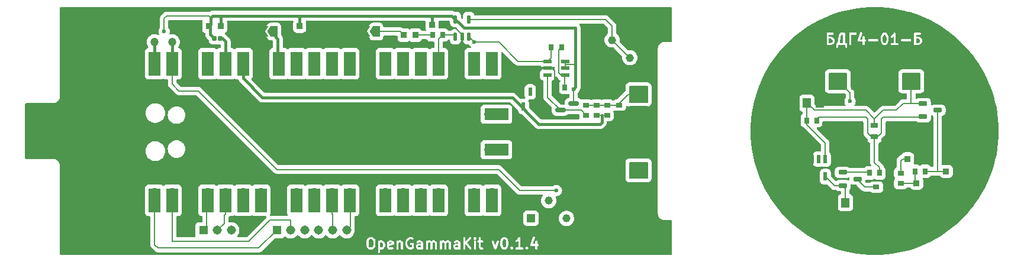
<source format=gbr>
%TF.GenerationSoftware,KiCad,Pcbnew,8.0.8*%
%TF.CreationDate,2025-05-03T22:44:29+03:00*%
%TF.ProjectId,gamma-spectrometer,67616d6d-612d-4737-9065-6374726f6d65,v0.0.4*%
%TF.SameCoordinates,Original*%
%TF.FileFunction,Copper,L1,Top*%
%TF.FilePolarity,Positive*%
%FSLAX46Y46*%
G04 Gerber Fmt 4.6, Leading zero omitted, Abs format (unit mm)*
G04 Created by KiCad (PCBNEW 8.0.8) date 2025-05-03 22:44:29*
%MOMM*%
%LPD*%
G01*
G04 APERTURE LIST*
G04 Aperture macros list*
%AMRoundRect*
0 Rectangle with rounded corners*
0 $1 Rounding radius*
0 $2 $3 $4 $5 $6 $7 $8 $9 X,Y pos of 4 corners*
0 Add a 4 corners polygon primitive as box body*
4,1,4,$2,$3,$4,$5,$6,$7,$8,$9,$2,$3,0*
0 Add four circle primitives for the rounded corners*
1,1,$1+$1,$2,$3*
1,1,$1+$1,$4,$5*
1,1,$1+$1,$6,$7*
1,1,$1+$1,$8,$9*
0 Add four rect primitives between the rounded corners*
20,1,$1+$1,$2,$3,$4,$5,0*
20,1,$1+$1,$4,$5,$6,$7,0*
20,1,$1+$1,$6,$7,$8,$9,0*
20,1,$1+$1,$8,$9,$2,$3,0*%
%AMFreePoly0*
4,1,6,1.000000,0.000000,0.500000,-0.750000,-0.500000,-0.750000,-0.500000,0.750000,0.500000,0.750000,1.000000,0.000000,1.000000,0.000000,$1*%
%AMFreePoly1*
4,1,6,0.500000,-0.750000,-0.650000,-0.750000,-0.150000,0.000000,-0.650000,0.750000,0.500000,0.750000,0.500000,-0.750000,0.500000,-0.750000,$1*%
G04 Aperture macros list end*
%TA.AperFunction,Conductor*%
%ADD10C,0.200000*%
%TD*%
%ADD11C,0.300000*%
%TA.AperFunction,ComponentPad*%
%ADD12R,1.168000X1.168000*%
%TD*%
%TA.AperFunction,ComponentPad*%
%ADD13C,1.168000*%
%TD*%
%TA.AperFunction,ComponentPad*%
%ADD14R,1.308000X1.308000*%
%TD*%
%TA.AperFunction,ComponentPad*%
%ADD15C,1.308000*%
%TD*%
%TA.AperFunction,SMDPad,CuDef*%
%ADD16RoundRect,0.147500X0.147500X-0.467500X0.147500X0.467500X-0.147500X0.467500X-0.147500X-0.467500X0*%
%TD*%
%TA.AperFunction,SMDPad,CuDef*%
%ADD17FreePoly0,180.000000*%
%TD*%
%TA.AperFunction,SMDPad,CuDef*%
%ADD18FreePoly1,180.000000*%
%TD*%
%TA.AperFunction,SMDPad,CuDef*%
%ADD19R,1.150000X1.450000*%
%TD*%
%TA.AperFunction,SMDPad,CuDef*%
%ADD20RoundRect,0.075000X-0.540000X-0.225000X0.540000X-0.225000X0.540000X0.225000X-0.540000X0.225000X0*%
%TD*%
%TA.AperFunction,SMDPad,CuDef*%
%ADD21RoundRect,0.075000X0.225000X0.260000X-0.225000X0.260000X-0.225000X-0.260000X0.225000X-0.260000X0*%
%TD*%
%TA.AperFunction,SMDPad,CuDef*%
%ADD22RoundRect,0.108750X0.356250X-0.326250X0.356250X0.326250X-0.356250X0.326250X-0.356250X-0.326250X0*%
%TD*%
%TA.AperFunction,SMDPad,CuDef*%
%ADD23R,0.650000X0.900000*%
%TD*%
%TA.AperFunction,SMDPad,CuDef*%
%ADD24RoundRect,0.147500X0.147500X-0.457500X0.147500X0.457500X-0.147500X0.457500X-0.147500X-0.457500X0*%
%TD*%
%TA.AperFunction,SMDPad,CuDef*%
%ADD25RoundRect,0.108750X-0.326250X-0.356250X0.326250X-0.356250X0.326250X0.356250X-0.326250X0.356250X0*%
%TD*%
%TA.AperFunction,SMDPad,CuDef*%
%ADD26R,0.900000X0.650000*%
%TD*%
%TA.AperFunction,SMDPad,CuDef*%
%ADD27R,1.000000X0.800000*%
%TD*%
%TA.AperFunction,SMDPad,CuDef*%
%ADD28R,0.870000X0.930000*%
%TD*%
%TA.AperFunction,SMDPad,CuDef*%
%ADD29RoundRect,0.108750X0.326250X0.356250X-0.326250X0.356250X-0.326250X-0.356250X0.326250X-0.356250X0*%
%TD*%
%TA.AperFunction,SMDPad,CuDef*%
%ADD30RoundRect,0.072500X-0.532500X-0.217500X0.532500X-0.217500X0.532500X0.217500X-0.532500X0.217500X0*%
%TD*%
%TA.AperFunction,SMDPad,CuDef*%
%ADD31RoundRect,0.150000X0.587500X0.150000X-0.587500X0.150000X-0.587500X-0.150000X0.587500X-0.150000X0*%
%TD*%
%TA.AperFunction,SMDPad,CuDef*%
%ADD32RoundRect,0.108750X-0.356250X0.326250X-0.356250X-0.326250X0.356250X-0.326250X0.356250X0.326250X0*%
%TD*%
%TA.AperFunction,SMDPad,CuDef*%
%ADD33RoundRect,0.073750X-0.221250X0.531250X-0.221250X-0.531250X0.221250X-0.531250X0.221250X0.531250X0*%
%TD*%
%TA.AperFunction,ComponentPad*%
%ADD34O,1.700000X1.700000*%
%TD*%
%TA.AperFunction,SMDPad,CuDef*%
%ADD35R,1.700000X3.500000*%
%TD*%
%TA.AperFunction,ComponentPad*%
%ADD36R,1.700000X1.700000*%
%TD*%
%TA.AperFunction,SMDPad,CuDef*%
%ADD37R,3.500000X1.700000*%
%TD*%
%TA.AperFunction,SMDPad,CuDef*%
%ADD38R,0.810000X0.930000*%
%TD*%
%TA.AperFunction,ViaPad*%
%ADD39C,1.000000*%
%TD*%
%TA.AperFunction,ViaPad*%
%ADD40C,1.200000*%
%TD*%
%TA.AperFunction,ViaPad*%
%ADD41C,0.600000*%
%TD*%
%TA.AperFunction,Conductor*%
%ADD42C,0.400000*%
%TD*%
G04 APERTURE END LIST*
%TO.N,GND1*%
D10*
X193250000Y-75500000D02*
X195750000Y-75500000D01*
X195750000Y-77750000D01*
X193250000Y-77750000D01*
X193250000Y-75500000D01*
%TA.AperFunction,Conductor*%
G36*
X193250000Y-75500000D02*
G01*
X195750000Y-75500000D01*
X195750000Y-77750000D01*
X193250000Y-77750000D01*
X193250000Y-75500000D01*
G37*
%TD.AperFunction*%
%TO.N,GND*%
X157500000Y-80250000D02*
X160000000Y-80250000D01*
X160000000Y-82500000D01*
X157500000Y-82500000D01*
X157500000Y-80250000D01*
%TA.AperFunction,Conductor*%
G36*
X157500000Y-80250000D02*
G01*
X160000000Y-80250000D01*
X160000000Y-82500000D01*
X157500000Y-82500000D01*
X157500000Y-80250000D01*
G37*
%TD.AperFunction*%
X157500000Y-85250000D02*
X160000000Y-85250000D01*
X160000000Y-87500000D01*
X157500000Y-87500000D01*
X157500000Y-85250000D01*
%TA.AperFunction,Conductor*%
G36*
X157500000Y-85250000D02*
G01*
X160000000Y-85250000D01*
X160000000Y-87500000D01*
X157500000Y-87500000D01*
X157500000Y-85250000D01*
G37*
%TD.AperFunction*%
%TO.N,ANODE_OUT*%
X186000000Y-75500000D02*
X188500000Y-75500000D01*
X188500000Y-77750000D01*
X186000000Y-77750000D01*
X186000000Y-75500000D01*
%TA.AperFunction,Conductor*%
G36*
X186000000Y-75500000D02*
G01*
X188500000Y-75500000D01*
X188500000Y-77750000D01*
X186000000Y-77750000D01*
X186000000Y-75500000D01*
G37*
%TD.AperFunction*%
%TO.N,PS_OUT*%
X157500000Y-88250000D02*
X160000000Y-88250000D01*
X160000000Y-90500000D01*
X157500000Y-90500000D01*
X157500000Y-88250000D01*
%TA.AperFunction,Conductor*%
G36*
X157500000Y-88250000D02*
G01*
X160000000Y-88250000D01*
X160000000Y-90500000D01*
X157500000Y-90500000D01*
X157500000Y-88250000D01*
G37*
%TD.AperFunction*%
%TO.N,PS_IN*%
X196500000Y-75500000D02*
X199000000Y-75500000D01*
X199000000Y-77750000D01*
X196500000Y-77750000D01*
X196500000Y-75500000D01*
%TA.AperFunction,Conductor*%
G36*
X196500000Y-75500000D02*
G01*
X199000000Y-75500000D01*
X199000000Y-77750000D01*
X196500000Y-77750000D01*
X196500000Y-75500000D01*
G37*
%TD.AperFunction*%
%TO.N,GND1*%
X189250000Y-75500000D02*
X191750000Y-75500000D01*
X191750000Y-77750000D01*
X189250000Y-77750000D01*
X189250000Y-75500000D01*
%TA.AperFunction,Conductor*%
G36*
X189250000Y-75500000D02*
G01*
X191750000Y-75500000D01*
X191750000Y-77750000D01*
X189250000Y-77750000D01*
X189250000Y-75500000D01*
G37*
%TD.AperFunction*%
%TO.N,ANODE_IN*%
X157500000Y-77375000D02*
X160000000Y-77375000D01*
X160000000Y-79625000D01*
X157500000Y-79625000D01*
X157500000Y-77375000D01*
%TA.AperFunction,Conductor*%
G36*
X157500000Y-77375000D02*
G01*
X160000000Y-77375000D01*
X160000000Y-79625000D01*
X157500000Y-79625000D01*
X157500000Y-77375000D01*
G37*
%TD.AperFunction*%
D11*
G36*
X188011653Y-71150828D02*
G01*
X187544621Y-71150828D01*
X187664701Y-70130140D01*
X187713503Y-70032538D01*
X187750507Y-69995534D01*
X187839920Y-69950828D01*
X188011653Y-69950828D01*
X188011653Y-71150828D01*
G37*
G36*
X186366341Y-70574790D02*
G01*
X186466947Y-70675396D01*
X186511653Y-70764809D01*
X186511653Y-70908275D01*
X186466946Y-70997688D01*
X186366341Y-71098294D01*
X186208739Y-71150828D01*
X185954510Y-71150828D01*
X185954510Y-70522257D01*
X186208739Y-70522257D01*
X186366341Y-70574790D01*
G37*
G36*
X194072800Y-69995535D02*
G01*
X194109804Y-70032539D01*
X194162982Y-70138897D01*
X194225939Y-70390721D01*
X194225939Y-70710935D01*
X194162982Y-70962759D01*
X194109803Y-71069117D01*
X194072798Y-71106122D01*
X193983386Y-71150828D01*
X193911349Y-71150828D01*
X193821935Y-71106121D01*
X193784931Y-71069117D01*
X193731750Y-70962757D01*
X193668796Y-70710936D01*
X193668796Y-70390720D01*
X193731750Y-70138898D01*
X193784931Y-70032538D01*
X193821935Y-69995535D01*
X193911349Y-69950828D01*
X193983386Y-69950828D01*
X194072800Y-69995535D01*
G37*
G36*
X198866340Y-70574790D02*
G01*
X198966946Y-70675396D01*
X199011652Y-70764809D01*
X199011652Y-70908275D01*
X198966945Y-70997688D01*
X198866340Y-71098294D01*
X198708738Y-71150828D01*
X198454509Y-71150828D01*
X198454509Y-70522257D01*
X198708738Y-70522257D01*
X198866340Y-70574790D01*
G37*
G36*
X199478319Y-71971756D02*
G01*
X185487843Y-71971756D01*
X185487843Y-69800828D01*
X185654510Y-69800828D01*
X185654510Y-71300828D01*
X185657392Y-71330092D01*
X185679790Y-71384164D01*
X185721174Y-71425548D01*
X185775246Y-71447946D01*
X185804510Y-71450828D01*
X186233082Y-71450828D01*
X186247887Y-71449369D01*
X186251842Y-71449651D01*
X186257043Y-71448468D01*
X186262346Y-71447946D01*
X186266003Y-71446430D01*
X186280516Y-71443131D01*
X186494802Y-71371703D01*
X186521653Y-71359715D01*
X186525724Y-71356183D01*
X186530704Y-71354121D01*
X186553434Y-71335466D01*
X186588072Y-71300828D01*
X187011653Y-71300828D01*
X187011653Y-71657971D01*
X187014535Y-71687235D01*
X187036933Y-71741307D01*
X187078317Y-71782691D01*
X187132389Y-71805089D01*
X187190917Y-71805089D01*
X187244989Y-71782691D01*
X187286373Y-71741307D01*
X187308771Y-71687235D01*
X187311653Y-71657971D01*
X187311653Y-71450828D01*
X188297368Y-71450828D01*
X188297368Y-71657971D01*
X188300250Y-71687235D01*
X188322648Y-71741307D01*
X188364032Y-71782691D01*
X188418104Y-71805089D01*
X188476632Y-71805089D01*
X188530704Y-71782691D01*
X188572088Y-71741307D01*
X188594486Y-71687235D01*
X188597368Y-71657971D01*
X188597368Y-71300828D01*
X188594486Y-71271564D01*
X188572088Y-71217492D01*
X188530704Y-71176108D01*
X188476632Y-71153710D01*
X188447368Y-71150828D01*
X188311653Y-71150828D01*
X188311653Y-69800828D01*
X188868796Y-69800828D01*
X188868796Y-71300828D01*
X188871678Y-71330092D01*
X188894076Y-71384164D01*
X188935460Y-71425548D01*
X188989532Y-71447946D01*
X189048060Y-71447946D01*
X189102132Y-71425548D01*
X189143516Y-71384164D01*
X189165914Y-71330092D01*
X189168796Y-71300828D01*
X189168796Y-70782067D01*
X190084260Y-70782067D01*
X190085964Y-70806044D01*
X190085964Y-70830092D01*
X190088026Y-70835072D01*
X190088409Y-70840448D01*
X190099161Y-70861952D01*
X190108362Y-70884164D01*
X190112172Y-70887974D01*
X190114583Y-70892795D01*
X190132744Y-70908546D01*
X190149746Y-70925548D01*
X190154725Y-70927610D01*
X190158797Y-70931142D01*
X190181603Y-70938744D01*
X190203818Y-70947946D01*
X190211469Y-70948699D01*
X190214321Y-70949650D01*
X190218270Y-70949369D01*
X190233082Y-70950828D01*
X190797368Y-70950828D01*
X190797368Y-71300828D01*
X190800250Y-71330092D01*
X190822648Y-71384164D01*
X190864032Y-71425548D01*
X190918104Y-71447946D01*
X190976632Y-71447946D01*
X191030704Y-71425548D01*
X191072088Y-71384164D01*
X191094486Y-71330092D01*
X191097368Y-71300828D01*
X191097368Y-70950828D01*
X191161653Y-70950828D01*
X191190917Y-70947946D01*
X191244989Y-70925548D01*
X191286373Y-70884164D01*
X191308771Y-70830092D01*
X191308771Y-70771564D01*
X191286373Y-70717492D01*
X191269017Y-70700136D01*
X191585963Y-70700136D01*
X191585963Y-70758664D01*
X191608361Y-70812736D01*
X191649745Y-70854120D01*
X191703817Y-70876518D01*
X191733081Y-70879400D01*
X192875939Y-70879400D01*
X192905203Y-70876518D01*
X192959275Y-70854120D01*
X193000659Y-70812736D01*
X193023057Y-70758664D01*
X193023057Y-70700136D01*
X193000659Y-70646064D01*
X192959275Y-70604680D01*
X192905203Y-70582282D01*
X192875939Y-70579400D01*
X191733081Y-70579400D01*
X191703817Y-70582282D01*
X191649745Y-70604680D01*
X191608361Y-70646064D01*
X191585963Y-70700136D01*
X191269017Y-70700136D01*
X191244989Y-70676108D01*
X191190917Y-70653710D01*
X191161653Y-70650828D01*
X191097368Y-70650828D01*
X191097368Y-70372257D01*
X193368796Y-70372257D01*
X193368796Y-70729400D01*
X193369298Y-70734503D01*
X193368973Y-70736691D01*
X193370592Y-70747641D01*
X193371678Y-70758664D01*
X193372525Y-70760708D01*
X193373275Y-70765780D01*
X193444703Y-71051494D01*
X193445474Y-71053652D01*
X193445551Y-71054733D01*
X193450209Y-71066907D01*
X193454596Y-71079185D01*
X193455240Y-71080055D01*
X193456060Y-71082196D01*
X193527489Y-71225053D01*
X193535416Y-71237646D01*
X193536932Y-71241306D01*
X193540313Y-71245425D01*
X193543154Y-71249939D01*
X193546147Y-71252535D01*
X193555587Y-71264037D01*
X193627016Y-71335466D01*
X193638520Y-71344907D01*
X193641115Y-71347899D01*
X193645624Y-71350737D01*
X193649747Y-71354121D01*
X193653408Y-71355637D01*
X193666000Y-71363564D01*
X193808858Y-71434992D01*
X193836321Y-71445502D01*
X193841696Y-71445883D01*
X193846675Y-71447946D01*
X193875939Y-71450828D01*
X194018796Y-71450828D01*
X194048060Y-71447946D01*
X194053038Y-71445883D01*
X194058414Y-71445502D01*
X194085878Y-71434992D01*
X194228735Y-71363564D01*
X194241328Y-71355636D01*
X194244988Y-71354121D01*
X194249107Y-71350739D01*
X194253621Y-71347899D01*
X194256217Y-71344905D01*
X194267719Y-71335466D01*
X194339148Y-71264037D01*
X194348589Y-71252532D01*
X194351581Y-71249938D01*
X194354419Y-71245428D01*
X194357803Y-71241306D01*
X194359319Y-71237644D01*
X194367246Y-71225053D01*
X194438674Y-71082195D01*
X194439491Y-71080058D01*
X194440138Y-71079186D01*
X194444527Y-71066899D01*
X194449184Y-71054732D01*
X194449260Y-71053650D01*
X194450031Y-71051495D01*
X194521460Y-70765781D01*
X194522210Y-70760708D01*
X194523057Y-70758664D01*
X194524142Y-70747644D01*
X194525762Y-70736692D01*
X194525436Y-70734503D01*
X194525939Y-70729400D01*
X194525939Y-70372257D01*
X194525436Y-70367153D01*
X194525762Y-70364965D01*
X194524142Y-70354012D01*
X194523057Y-70342993D01*
X194522210Y-70340948D01*
X194521460Y-70335876D01*
X194490151Y-70210639D01*
X194798545Y-70210639D01*
X194802694Y-70269019D01*
X194828868Y-70321368D01*
X194873083Y-70359715D01*
X194928606Y-70378222D01*
X194986986Y-70374073D01*
X195014449Y-70363564D01*
X195157306Y-70292135D01*
X195169899Y-70284207D01*
X195173559Y-70282692D01*
X195177678Y-70279310D01*
X195182192Y-70276470D01*
X195184788Y-70273476D01*
X195196290Y-70264037D01*
X195225938Y-70234389D01*
X195225938Y-71150828D01*
X194947367Y-71150828D01*
X194918103Y-71153710D01*
X194864031Y-71176108D01*
X194822647Y-71217492D01*
X194800249Y-71271564D01*
X194800249Y-71330092D01*
X194822647Y-71384164D01*
X194864031Y-71425548D01*
X194918103Y-71447946D01*
X194947367Y-71450828D01*
X195804510Y-71450828D01*
X195833774Y-71447946D01*
X195887846Y-71425548D01*
X195929230Y-71384164D01*
X195951628Y-71330092D01*
X195951628Y-71271564D01*
X195929230Y-71217492D01*
X195887846Y-71176108D01*
X195833774Y-71153710D01*
X195804510Y-71150828D01*
X195525938Y-71150828D01*
X195525938Y-70700136D01*
X196300248Y-70700136D01*
X196300248Y-70758664D01*
X196322646Y-70812736D01*
X196364030Y-70854120D01*
X196418102Y-70876518D01*
X196447366Y-70879400D01*
X197590224Y-70879400D01*
X197619488Y-70876518D01*
X197673560Y-70854120D01*
X197714944Y-70812736D01*
X197737342Y-70758664D01*
X197737342Y-70700136D01*
X197714944Y-70646064D01*
X197673560Y-70604680D01*
X197619488Y-70582282D01*
X197590224Y-70579400D01*
X196447366Y-70579400D01*
X196418102Y-70582282D01*
X196364030Y-70604680D01*
X196322646Y-70646064D01*
X196300248Y-70700136D01*
X195525938Y-70700136D01*
X195525938Y-69800828D01*
X198154509Y-69800828D01*
X198154509Y-71300828D01*
X198157391Y-71330092D01*
X198179789Y-71384164D01*
X198221173Y-71425548D01*
X198275245Y-71447946D01*
X198304509Y-71450828D01*
X198733081Y-71450828D01*
X198747886Y-71449369D01*
X198751841Y-71449651D01*
X198757042Y-71448468D01*
X198762345Y-71447946D01*
X198766002Y-71446430D01*
X198780515Y-71443131D01*
X198994801Y-71371703D01*
X199021652Y-71359715D01*
X199025723Y-71356183D01*
X199030703Y-71354121D01*
X199053433Y-71335466D01*
X199196290Y-71192608D01*
X199205731Y-71181103D01*
X199208723Y-71178509D01*
X199211561Y-71173999D01*
X199214945Y-71169877D01*
X199216461Y-71166216D01*
X199224388Y-71153624D01*
X199295816Y-71010766D01*
X199306326Y-70983303D01*
X199306707Y-70977927D01*
X199308770Y-70972949D01*
X199311652Y-70943685D01*
X199311652Y-70729400D01*
X199308770Y-70700136D01*
X199306707Y-70695157D01*
X199306326Y-70689782D01*
X199295817Y-70662319D01*
X199224388Y-70519461D01*
X199216462Y-70506868D01*
X199214945Y-70503206D01*
X199211562Y-70499084D01*
X199208724Y-70494575D01*
X199205730Y-70491979D01*
X199196290Y-70480476D01*
X199053433Y-70337619D01*
X199030702Y-70318964D01*
X199025724Y-70316902D01*
X199021652Y-70313370D01*
X198994801Y-70301382D01*
X198780515Y-70229954D01*
X198766002Y-70226654D01*
X198762345Y-70225139D01*
X198757042Y-70224616D01*
X198751841Y-70223434D01*
X198747886Y-70223715D01*
X198733081Y-70222257D01*
X198454509Y-70222257D01*
X198454509Y-69950828D01*
X199018795Y-69950828D01*
X199048059Y-69947946D01*
X199102131Y-69925548D01*
X199143515Y-69884164D01*
X199165913Y-69830092D01*
X199165913Y-69771564D01*
X199143515Y-69717492D01*
X199102131Y-69676108D01*
X199048059Y-69653710D01*
X199018795Y-69650828D01*
X198304509Y-69650828D01*
X198275245Y-69653710D01*
X198221173Y-69676108D01*
X198179789Y-69717492D01*
X198157391Y-69771564D01*
X198154509Y-69800828D01*
X195525938Y-69800828D01*
X195525927Y-69800722D01*
X195525938Y-69800670D01*
X195525907Y-69800516D01*
X195523056Y-69771564D01*
X195517372Y-69757843D01*
X195514460Y-69743281D01*
X195506281Y-69731068D01*
X195500658Y-69717492D01*
X195490159Y-69706993D01*
X195481894Y-69694651D01*
X195469663Y-69686497D01*
X195459274Y-69676108D01*
X195445555Y-69670425D01*
X195433195Y-69662185D01*
X195418776Y-69659332D01*
X195405202Y-69653710D01*
X195390351Y-69653710D01*
X195375781Y-69650828D01*
X195361371Y-69653710D01*
X195346674Y-69653710D01*
X195332952Y-69659393D01*
X195318391Y-69662306D01*
X195306178Y-69670484D01*
X195292602Y-69676108D01*
X195282103Y-69686606D01*
X195269761Y-69694872D01*
X195251329Y-69717380D01*
X195251218Y-69717492D01*
X195251197Y-69717542D01*
X195251131Y-69717623D01*
X195116511Y-69919551D01*
X195001370Y-70034692D01*
X194880285Y-70095236D01*
X194855399Y-70110901D01*
X194817052Y-70155116D01*
X194798545Y-70210639D01*
X194490151Y-70210639D01*
X194450031Y-70050162D01*
X194449260Y-70048006D01*
X194449184Y-70046924D01*
X194444524Y-70034749D01*
X194440138Y-70022470D01*
X194439491Y-70021597D01*
X194438674Y-70019461D01*
X194367246Y-69876603D01*
X194359317Y-69864008D01*
X194357802Y-69860349D01*
X194354420Y-69856228D01*
X194351581Y-69851718D01*
X194348589Y-69849123D01*
X194339147Y-69837618D01*
X194267718Y-69766190D01*
X194256218Y-69756752D01*
X194253621Y-69753758D01*
X194249104Y-69750915D01*
X194244987Y-69747536D01*
X194241330Y-69746021D01*
X194228735Y-69738093D01*
X194085878Y-69666664D01*
X194058415Y-69656155D01*
X194053040Y-69655773D01*
X194048060Y-69653710D01*
X194018796Y-69650828D01*
X193875939Y-69650828D01*
X193846675Y-69653710D01*
X193841694Y-69655773D01*
X193836320Y-69656155D01*
X193808856Y-69666664D01*
X193666000Y-69738093D01*
X193653406Y-69746020D01*
X193649747Y-69747536D01*
X193645626Y-69750917D01*
X193641114Y-69753758D01*
X193638517Y-69756751D01*
X193627017Y-69766190D01*
X193555588Y-69837618D01*
X193546148Y-69849120D01*
X193543154Y-69851717D01*
X193540312Y-69856231D01*
X193536933Y-69860349D01*
X193535417Y-69864007D01*
X193527489Y-69876603D01*
X193456060Y-70019460D01*
X193455240Y-70021600D01*
X193454596Y-70022471D01*
X193450209Y-70034748D01*
X193445551Y-70046923D01*
X193445474Y-70048003D01*
X193444703Y-70050162D01*
X193373275Y-70335877D01*
X193372525Y-70340948D01*
X193371678Y-70342993D01*
X193370592Y-70354015D01*
X193368973Y-70364966D01*
X193369298Y-70367153D01*
X193368796Y-70372257D01*
X191097368Y-70372257D01*
X191097368Y-70300828D01*
X191094486Y-70271564D01*
X191072088Y-70217492D01*
X191030704Y-70176108D01*
X190976632Y-70153710D01*
X190918104Y-70153710D01*
X190864032Y-70176108D01*
X190822648Y-70217492D01*
X190800250Y-70271564D01*
X190797368Y-70300828D01*
X190797368Y-70650828D01*
X190441195Y-70650828D01*
X190732527Y-69776835D01*
X190739047Y-69748161D01*
X190734898Y-69689781D01*
X190708724Y-69637434D01*
X190664510Y-69599086D01*
X190608985Y-69580578D01*
X190550605Y-69584727D01*
X190498258Y-69610901D01*
X190459911Y-69655115D01*
X190447922Y-69681966D01*
X190090780Y-70753394D01*
X190087481Y-70767901D01*
X190085964Y-70771564D01*
X190085964Y-70774573D01*
X190084260Y-70782067D01*
X189168796Y-70782067D01*
X189168796Y-69950828D01*
X189804511Y-69950828D01*
X189833775Y-69947946D01*
X189887847Y-69925548D01*
X189929231Y-69884164D01*
X189951629Y-69830092D01*
X189951629Y-69771564D01*
X189929231Y-69717492D01*
X189887847Y-69676108D01*
X189833775Y-69653710D01*
X189804511Y-69650828D01*
X189018796Y-69650828D01*
X188989532Y-69653710D01*
X188935460Y-69676108D01*
X188894076Y-69717492D01*
X188871678Y-69771564D01*
X188868796Y-69800828D01*
X188311653Y-69800828D01*
X188308771Y-69771564D01*
X188286373Y-69717492D01*
X188244989Y-69676108D01*
X188190917Y-69653710D01*
X188161653Y-69650828D01*
X187804510Y-69650828D01*
X187775246Y-69653710D01*
X187770265Y-69655773D01*
X187764891Y-69656155D01*
X187737427Y-69666664D01*
X187594571Y-69738093D01*
X187581979Y-69746019D01*
X187578317Y-69747536D01*
X187574194Y-69750919D01*
X187569685Y-69753758D01*
X187567089Y-69756750D01*
X187555587Y-69766191D01*
X187484159Y-69837619D01*
X187474719Y-69849120D01*
X187471726Y-69851717D01*
X187468885Y-69856230D01*
X187465504Y-69860350D01*
X187463988Y-69864009D01*
X187456061Y-69876603D01*
X187384632Y-70019460D01*
X187377868Y-70037134D01*
X187376105Y-70040289D01*
X187375362Y-70043683D01*
X187374123Y-70046923D01*
X187373867Y-70050522D01*
X187369823Y-70069016D01*
X187242551Y-71150828D01*
X187161653Y-71150828D01*
X187132389Y-71153710D01*
X187078317Y-71176108D01*
X187036933Y-71217492D01*
X187014535Y-71271564D01*
X187011653Y-71300828D01*
X186588072Y-71300828D01*
X186696291Y-71192608D01*
X186705732Y-71181103D01*
X186708724Y-71178509D01*
X186711562Y-71173999D01*
X186714946Y-71169877D01*
X186716462Y-71166216D01*
X186724389Y-71153624D01*
X186795817Y-71010766D01*
X186806327Y-70983303D01*
X186806708Y-70977927D01*
X186808771Y-70972949D01*
X186811653Y-70943685D01*
X186811653Y-70729400D01*
X186808771Y-70700136D01*
X186806708Y-70695157D01*
X186806327Y-70689782D01*
X186795818Y-70662319D01*
X186724389Y-70519461D01*
X186716463Y-70506868D01*
X186714946Y-70503206D01*
X186711563Y-70499084D01*
X186708725Y-70494575D01*
X186705731Y-70491979D01*
X186696291Y-70480476D01*
X186553434Y-70337619D01*
X186530703Y-70318964D01*
X186525725Y-70316902D01*
X186521653Y-70313370D01*
X186494802Y-70301382D01*
X186280516Y-70229954D01*
X186266003Y-70226654D01*
X186262346Y-70225139D01*
X186257043Y-70224616D01*
X186251842Y-70223434D01*
X186247887Y-70223715D01*
X186233082Y-70222257D01*
X185954510Y-70222257D01*
X185954510Y-69950828D01*
X186518796Y-69950828D01*
X186548060Y-69947946D01*
X186602132Y-69925548D01*
X186643516Y-69884164D01*
X186665914Y-69830092D01*
X186665914Y-69771564D01*
X186643516Y-69717492D01*
X186602132Y-69676108D01*
X186548060Y-69653710D01*
X186518796Y-69650828D01*
X185804510Y-69650828D01*
X185775246Y-69653710D01*
X185721174Y-69676108D01*
X185679790Y-69717492D01*
X185657392Y-69771564D01*
X185654510Y-69800828D01*
X185487843Y-69800828D01*
X185487843Y-69413911D01*
X199478319Y-69413911D01*
X199478319Y-71971756D01*
G37*
G36*
X122108515Y-99745535D02*
G01*
X122145519Y-99782539D01*
X122190225Y-99871951D01*
X122190225Y-100229704D01*
X122145518Y-100319117D01*
X122108513Y-100356122D01*
X122019101Y-100400828D01*
X121804206Y-100400828D01*
X121775939Y-100386694D01*
X121775939Y-99714962D01*
X121804207Y-99700828D01*
X122019101Y-99700828D01*
X122108515Y-99745535D01*
G37*
G36*
X120679942Y-99245535D02*
G01*
X120776208Y-99341801D01*
X120833082Y-99569292D01*
X120833082Y-100032363D01*
X120776208Y-100259854D01*
X120679941Y-100356122D01*
X120590529Y-100400828D01*
X120375635Y-100400828D01*
X120286221Y-100356121D01*
X120189954Y-100259854D01*
X120133082Y-100032364D01*
X120133082Y-99569291D01*
X120189954Y-99341802D01*
X120286221Y-99245534D01*
X120375635Y-99200828D01*
X120590529Y-99200828D01*
X120679942Y-99245535D01*
G37*
G36*
X123442708Y-99734060D02*
G01*
X123468883Y-99786411D01*
X123061654Y-99867857D01*
X123061654Y-99800523D01*
X123094885Y-99734060D01*
X123161350Y-99700828D01*
X123376244Y-99700828D01*
X123442708Y-99734060D01*
G37*
G36*
X127618797Y-100386694D02*
G01*
X127590530Y-100400828D01*
X127304206Y-100400828D01*
X127237743Y-100367597D01*
X127204511Y-100301133D01*
X127204511Y-100229094D01*
X127237742Y-100162631D01*
X127304206Y-100129400D01*
X127618797Y-100129400D01*
X127618797Y-100386694D01*
G37*
G36*
X132975940Y-100386694D02*
G01*
X132947673Y-100400828D01*
X132661349Y-100400828D01*
X132594886Y-100367597D01*
X132561654Y-100301133D01*
X132561654Y-100229094D01*
X132594885Y-100162631D01*
X132661349Y-100129400D01*
X132975940Y-100129400D01*
X132975940Y-100386694D01*
G37*
G36*
X139679944Y-99245535D02*
G01*
X139716948Y-99282539D01*
X139770126Y-99388897D01*
X139833083Y-99640721D01*
X139833083Y-99960935D01*
X139770126Y-100212759D01*
X139716947Y-100319117D01*
X139679942Y-100356122D01*
X139590530Y-100400828D01*
X139518493Y-100400828D01*
X139429079Y-100356121D01*
X139392075Y-100319117D01*
X139338894Y-100212757D01*
X139275940Y-99960936D01*
X139275940Y-99640720D01*
X139338894Y-99388898D01*
X139392075Y-99282538D01*
X139429079Y-99245535D01*
X139518493Y-99200828D01*
X139590530Y-99200828D01*
X139679944Y-99245535D01*
G37*
G36*
X144654010Y-101364613D02*
G01*
X119666415Y-101364613D01*
X119666415Y-99550828D01*
X119833082Y-99550828D01*
X119833082Y-100050828D01*
X119833584Y-100055931D01*
X119833259Y-100058119D01*
X119834878Y-100069069D01*
X119835964Y-100080092D01*
X119836811Y-100082136D01*
X119837561Y-100087208D01*
X119908989Y-100372922D01*
X119918882Y-100400613D01*
X119925521Y-100409573D01*
X119929789Y-100419877D01*
X119948444Y-100442608D01*
X120091302Y-100585466D01*
X120102806Y-100594907D01*
X120105401Y-100597899D01*
X120109910Y-100600737D01*
X120114033Y-100604121D01*
X120117694Y-100605637D01*
X120130286Y-100613564D01*
X120273144Y-100684992D01*
X120300607Y-100695502D01*
X120305982Y-100695883D01*
X120310961Y-100697946D01*
X120340225Y-100700828D01*
X120625939Y-100700828D01*
X120655203Y-100697946D01*
X120660181Y-100695883D01*
X120665557Y-100695502D01*
X120693021Y-100684992D01*
X120835878Y-100613564D01*
X120848469Y-100605637D01*
X120852132Y-100604121D01*
X120856254Y-100600737D01*
X120860764Y-100597899D01*
X120863359Y-100594906D01*
X120874862Y-100585466D01*
X121017719Y-100442608D01*
X121036374Y-100419877D01*
X121040640Y-100409575D01*
X121047281Y-100400614D01*
X121057174Y-100372923D01*
X121128603Y-100087209D01*
X121129353Y-100082136D01*
X121130200Y-100080092D01*
X121131285Y-100069072D01*
X121132905Y-100058120D01*
X121132579Y-100055931D01*
X121133082Y-100050828D01*
X121133082Y-99550828D01*
X121475939Y-99550828D01*
X121475939Y-101050828D01*
X121478821Y-101080092D01*
X121501219Y-101134164D01*
X121542603Y-101175548D01*
X121596675Y-101197946D01*
X121655203Y-101197946D01*
X121709275Y-101175548D01*
X121750659Y-101134164D01*
X121773057Y-101080092D01*
X121775939Y-101050828D01*
X121775939Y-100700828D01*
X122054511Y-100700828D01*
X122083775Y-100697946D01*
X122088753Y-100695883D01*
X122094129Y-100695502D01*
X122121593Y-100684992D01*
X122264450Y-100613564D01*
X122277043Y-100605636D01*
X122280703Y-100604121D01*
X122284822Y-100600739D01*
X122289336Y-100597899D01*
X122291932Y-100594905D01*
X122303434Y-100585466D01*
X122374863Y-100514037D01*
X122384304Y-100502532D01*
X122387296Y-100499938D01*
X122390134Y-100495428D01*
X122393518Y-100491306D01*
X122395034Y-100487644D01*
X122402961Y-100475053D01*
X122474389Y-100332195D01*
X122484899Y-100304732D01*
X122485280Y-100299356D01*
X122487343Y-100294378D01*
X122490225Y-100265114D01*
X122490225Y-99836542D01*
X122487343Y-99807278D01*
X122485280Y-99802299D01*
X122484899Y-99796924D01*
X122474389Y-99769461D01*
X122472216Y-99765114D01*
X122761654Y-99765114D01*
X122761654Y-100336542D01*
X122764536Y-100365806D01*
X122766598Y-100370784D01*
X122766980Y-100376160D01*
X122777490Y-100403623D01*
X122848918Y-100546482D01*
X122851997Y-100551374D01*
X122852768Y-100553685D01*
X122855263Y-100556562D01*
X122864583Y-100571367D01*
X122878789Y-100583688D01*
X122891115Y-100597900D01*
X122905919Y-100607218D01*
X122908797Y-100609714D01*
X122911108Y-100610484D01*
X122916001Y-100613564D01*
X123058859Y-100684993D01*
X123086322Y-100695502D01*
X123091697Y-100695883D01*
X123096676Y-100697946D01*
X123125940Y-100700828D01*
X123411654Y-100700828D01*
X123440918Y-100697946D01*
X123445896Y-100695883D01*
X123451272Y-100695502D01*
X123478736Y-100684992D01*
X123621593Y-100613564D01*
X123646479Y-100597899D01*
X123684825Y-100553684D01*
X123703333Y-100498162D01*
X123699185Y-100439782D01*
X123673011Y-100387433D01*
X123628796Y-100349086D01*
X123573273Y-100330578D01*
X123514893Y-100334726D01*
X123487430Y-100345236D01*
X123376244Y-100400828D01*
X123161349Y-100400828D01*
X123094886Y-100367597D01*
X123061654Y-100301133D01*
X123061654Y-100173798D01*
X123655203Y-100055089D01*
X123655204Y-100055089D01*
X123655204Y-100055088D01*
X123655358Y-100055058D01*
X123683488Y-100046493D01*
X123695699Y-100038314D01*
X123709276Y-100032691D01*
X123719777Y-100022189D01*
X123732118Y-100013925D01*
X123740270Y-100001697D01*
X123750660Y-99991307D01*
X123756342Y-99977587D01*
X123764582Y-99965229D01*
X123767434Y-99950811D01*
X123773058Y-99937235D01*
X123775940Y-99907971D01*
X123775940Y-99907819D01*
X123775941Y-99907814D01*
X123775940Y-99907809D01*
X123775940Y-99765114D01*
X123773058Y-99735850D01*
X123770994Y-99730869D01*
X123770613Y-99725495D01*
X123760104Y-99698031D01*
X123688675Y-99555175D01*
X123685939Y-99550828D01*
X124118796Y-99550828D01*
X124118796Y-100550828D01*
X124121678Y-100580092D01*
X124144076Y-100634164D01*
X124185460Y-100675548D01*
X124239532Y-100697946D01*
X124298060Y-100697946D01*
X124352132Y-100675548D01*
X124393516Y-100634164D01*
X124415914Y-100580092D01*
X124418796Y-100550828D01*
X124418796Y-99755817D01*
X124429078Y-99745535D01*
X124518492Y-99700828D01*
X124661958Y-99700828D01*
X124728422Y-99734060D01*
X124761654Y-99800524D01*
X124761654Y-100550828D01*
X124764536Y-100580092D01*
X124786934Y-100634164D01*
X124828318Y-100675548D01*
X124882390Y-100697946D01*
X124940918Y-100697946D01*
X124994990Y-100675548D01*
X125036374Y-100634164D01*
X125058772Y-100580092D01*
X125061654Y-100550828D01*
X125061654Y-99765114D01*
X125058772Y-99735850D01*
X125056708Y-99730869D01*
X125056327Y-99725495D01*
X125045818Y-99698031D01*
X125043645Y-99693685D01*
X125404511Y-99693685D01*
X125404511Y-99907971D01*
X125405013Y-99913074D01*
X125404688Y-99915262D01*
X125406307Y-99926212D01*
X125407393Y-99937235D01*
X125408240Y-99939279D01*
X125408990Y-99944351D01*
X125480418Y-100230065D01*
X125481189Y-100232223D01*
X125481266Y-100233304D01*
X125485924Y-100245478D01*
X125490311Y-100257756D01*
X125490955Y-100258626D01*
X125491775Y-100260767D01*
X125563204Y-100403624D01*
X125571131Y-100416217D01*
X125572647Y-100419877D01*
X125576028Y-100423996D01*
X125578869Y-100428510D01*
X125581862Y-100431106D01*
X125591302Y-100442608D01*
X125734159Y-100585466D01*
X125756889Y-100604121D01*
X125761868Y-100606183D01*
X125765940Y-100609715D01*
X125792791Y-100621703D01*
X126007077Y-100693131D01*
X126021589Y-100696430D01*
X126025247Y-100697946D01*
X126030549Y-100698468D01*
X126035751Y-100699651D01*
X126039705Y-100699369D01*
X126054511Y-100700828D01*
X126197368Y-100700828D01*
X126212173Y-100699369D01*
X126216128Y-100699651D01*
X126221329Y-100698468D01*
X126226632Y-100697946D01*
X126230289Y-100696430D01*
X126244802Y-100693131D01*
X126459088Y-100621703D01*
X126485939Y-100609715D01*
X126490012Y-100606181D01*
X126494990Y-100604120D01*
X126517721Y-100585465D01*
X126589149Y-100514036D01*
X126607803Y-100491306D01*
X126624855Y-100450138D01*
X126630200Y-100437235D01*
X126633082Y-100407971D01*
X126633082Y-100193685D01*
X126904511Y-100193685D01*
X126904511Y-100336542D01*
X126907393Y-100365806D01*
X126909455Y-100370784D01*
X126909837Y-100376160D01*
X126920347Y-100403623D01*
X126991775Y-100546482D01*
X126994854Y-100551374D01*
X126995625Y-100553685D01*
X126998120Y-100556562D01*
X127007440Y-100571367D01*
X127021646Y-100583688D01*
X127033972Y-100597900D01*
X127048776Y-100607218D01*
X127051654Y-100609714D01*
X127053965Y-100610484D01*
X127058858Y-100613564D01*
X127201716Y-100684993D01*
X127229179Y-100695502D01*
X127234554Y-100695883D01*
X127239533Y-100697946D01*
X127268797Y-100700828D01*
X127625939Y-100700828D01*
X127655203Y-100697946D01*
X127660181Y-100695883D01*
X127665557Y-100695502D01*
X127693020Y-100684992D01*
X127699925Y-100681539D01*
X127739533Y-100697946D01*
X127798061Y-100697946D01*
X127852133Y-100675548D01*
X127893517Y-100634164D01*
X127915915Y-100580092D01*
X127918797Y-100550828D01*
X127918797Y-99765114D01*
X127915915Y-99735850D01*
X127913851Y-99730869D01*
X127913470Y-99725495D01*
X127902961Y-99698031D01*
X127831532Y-99555175D01*
X127828796Y-99550828D01*
X128333082Y-99550828D01*
X128333082Y-100550828D01*
X128335964Y-100580092D01*
X128358362Y-100634164D01*
X128399746Y-100675548D01*
X128453818Y-100697946D01*
X128512346Y-100697946D01*
X128566418Y-100675548D01*
X128607802Y-100634164D01*
X128630200Y-100580092D01*
X128633082Y-100550828D01*
X128633082Y-99755817D01*
X128643364Y-99745535D01*
X128732778Y-99700828D01*
X128876244Y-99700828D01*
X128942708Y-99734060D01*
X128975940Y-99800524D01*
X128975940Y-100550828D01*
X128978822Y-100580092D01*
X129001220Y-100634164D01*
X129042604Y-100675548D01*
X129096676Y-100697946D01*
X129155204Y-100697946D01*
X129209276Y-100675548D01*
X129250660Y-100634164D01*
X129273058Y-100580092D01*
X129275940Y-100550828D01*
X129275940Y-99800523D01*
X129309171Y-99734060D01*
X129375635Y-99700828D01*
X129519101Y-99700828D01*
X129585565Y-99734060D01*
X129618797Y-99800524D01*
X129618797Y-100550828D01*
X129621679Y-100580092D01*
X129644077Y-100634164D01*
X129685461Y-100675548D01*
X129739533Y-100697946D01*
X129798061Y-100697946D01*
X129852133Y-100675548D01*
X129893517Y-100634164D01*
X129915915Y-100580092D01*
X129918797Y-100550828D01*
X129918797Y-99765114D01*
X129915915Y-99735850D01*
X129913851Y-99730869D01*
X129913470Y-99725495D01*
X129902961Y-99698031D01*
X129831532Y-99555175D01*
X129828796Y-99550828D01*
X130333082Y-99550828D01*
X130333082Y-100550828D01*
X130335964Y-100580092D01*
X130358362Y-100634164D01*
X130399746Y-100675548D01*
X130453818Y-100697946D01*
X130512346Y-100697946D01*
X130566418Y-100675548D01*
X130607802Y-100634164D01*
X130630200Y-100580092D01*
X130633082Y-100550828D01*
X130633082Y-99755817D01*
X130643364Y-99745535D01*
X130732778Y-99700828D01*
X130876244Y-99700828D01*
X130942708Y-99734060D01*
X130975940Y-99800524D01*
X130975940Y-100550828D01*
X130978822Y-100580092D01*
X131001220Y-100634164D01*
X131042604Y-100675548D01*
X131096676Y-100697946D01*
X131155204Y-100697946D01*
X131209276Y-100675548D01*
X131250660Y-100634164D01*
X131273058Y-100580092D01*
X131275940Y-100550828D01*
X131275940Y-99800523D01*
X131309171Y-99734060D01*
X131375635Y-99700828D01*
X131519101Y-99700828D01*
X131585565Y-99734060D01*
X131618797Y-99800524D01*
X131618797Y-100550828D01*
X131621679Y-100580092D01*
X131644077Y-100634164D01*
X131685461Y-100675548D01*
X131739533Y-100697946D01*
X131798061Y-100697946D01*
X131852133Y-100675548D01*
X131893517Y-100634164D01*
X131915915Y-100580092D01*
X131918797Y-100550828D01*
X131918797Y-100193685D01*
X132261654Y-100193685D01*
X132261654Y-100336542D01*
X132264536Y-100365806D01*
X132266598Y-100370784D01*
X132266980Y-100376160D01*
X132277490Y-100403623D01*
X132348918Y-100546482D01*
X132351997Y-100551374D01*
X132352768Y-100553685D01*
X132355263Y-100556562D01*
X132364583Y-100571367D01*
X132378789Y-100583688D01*
X132391115Y-100597900D01*
X132405919Y-100607218D01*
X132408797Y-100609714D01*
X132411108Y-100610484D01*
X132416001Y-100613564D01*
X132558859Y-100684993D01*
X132586322Y-100695502D01*
X132591697Y-100695883D01*
X132596676Y-100697946D01*
X132625940Y-100700828D01*
X132983082Y-100700828D01*
X133012346Y-100697946D01*
X133017324Y-100695883D01*
X133022700Y-100695502D01*
X133050163Y-100684992D01*
X133057068Y-100681539D01*
X133096676Y-100697946D01*
X133155204Y-100697946D01*
X133209276Y-100675548D01*
X133250660Y-100634164D01*
X133273058Y-100580092D01*
X133275940Y-100550828D01*
X133275940Y-99765114D01*
X133273058Y-99735850D01*
X133270994Y-99730869D01*
X133270613Y-99725495D01*
X133260104Y-99698031D01*
X133188675Y-99555175D01*
X133185594Y-99550280D01*
X133184825Y-99547973D01*
X133182332Y-99545098D01*
X133173010Y-99530289D01*
X133158800Y-99517965D01*
X133146479Y-99503758D01*
X133131673Y-99494438D01*
X133128795Y-99491942D01*
X133126483Y-99491171D01*
X133121593Y-99488093D01*
X132978736Y-99416664D01*
X132951273Y-99406155D01*
X132945898Y-99405773D01*
X132940918Y-99403710D01*
X132911654Y-99400828D01*
X132625940Y-99400828D01*
X132596676Y-99403710D01*
X132591698Y-99405771D01*
X132586321Y-99406154D01*
X132558858Y-99416664D01*
X132416000Y-99488093D01*
X132391114Y-99503758D01*
X132352768Y-99547973D01*
X132334260Y-99603495D01*
X132338408Y-99661876D01*
X132364583Y-99714225D01*
X132408798Y-99752571D01*
X132464320Y-99771079D01*
X132522701Y-99766931D01*
X132550164Y-99756421D01*
X132661350Y-99700828D01*
X132876244Y-99700828D01*
X132942708Y-99734060D01*
X132975940Y-99800524D01*
X132975940Y-99815266D01*
X132947672Y-99829400D01*
X132625940Y-99829400D01*
X132596676Y-99832282D01*
X132591697Y-99834344D01*
X132586322Y-99834726D01*
X132558859Y-99845235D01*
X132416001Y-99916664D01*
X132411107Y-99919744D01*
X132408798Y-99920514D01*
X132405922Y-99923007D01*
X132391115Y-99932328D01*
X132378790Y-99946538D01*
X132364583Y-99958860D01*
X132355262Y-99973666D01*
X132352768Y-99976543D01*
X132351997Y-99978853D01*
X132348918Y-99983746D01*
X132277490Y-100126603D01*
X132266980Y-100154067D01*
X132266598Y-100159442D01*
X132264536Y-100164421D01*
X132261654Y-100193685D01*
X131918797Y-100193685D01*
X131918797Y-99765114D01*
X131915915Y-99735850D01*
X131913851Y-99730869D01*
X131913470Y-99725495D01*
X131902961Y-99698031D01*
X131831532Y-99555175D01*
X131828451Y-99550280D01*
X131827682Y-99547973D01*
X131825189Y-99545098D01*
X131815867Y-99530289D01*
X131801657Y-99517965D01*
X131789336Y-99503758D01*
X131774530Y-99494438D01*
X131771652Y-99491942D01*
X131769340Y-99491171D01*
X131764450Y-99488093D01*
X131621593Y-99416664D01*
X131594130Y-99406155D01*
X131588755Y-99405773D01*
X131583775Y-99403710D01*
X131554511Y-99400828D01*
X131340225Y-99400828D01*
X131310961Y-99403710D01*
X131305980Y-99405773D01*
X131300606Y-99406155D01*
X131273142Y-99416664D01*
X131130286Y-99488093D01*
X131125939Y-99490828D01*
X131121593Y-99488093D01*
X130978736Y-99416664D01*
X130951273Y-99406155D01*
X130945898Y-99405773D01*
X130940918Y-99403710D01*
X130911654Y-99400828D01*
X130697368Y-99400828D01*
X130668104Y-99403710D01*
X130663123Y-99405773D01*
X130657749Y-99406155D01*
X130630285Y-99416664D01*
X130581411Y-99441101D01*
X130566418Y-99426108D01*
X130512346Y-99403710D01*
X130453818Y-99403710D01*
X130399746Y-99426108D01*
X130358362Y-99467492D01*
X130335964Y-99521564D01*
X130333082Y-99550828D01*
X129828796Y-99550828D01*
X129828451Y-99550280D01*
X129827682Y-99547973D01*
X129825189Y-99545098D01*
X129815867Y-99530289D01*
X129801657Y-99517965D01*
X129789336Y-99503758D01*
X129774530Y-99494438D01*
X129771652Y-99491942D01*
X129769340Y-99491171D01*
X129764450Y-99488093D01*
X129621593Y-99416664D01*
X129594130Y-99406155D01*
X129588755Y-99405773D01*
X129583775Y-99403710D01*
X129554511Y-99400828D01*
X129340225Y-99400828D01*
X129310961Y-99403710D01*
X129305980Y-99405773D01*
X129300606Y-99406155D01*
X129273142Y-99416664D01*
X129130286Y-99488093D01*
X129125939Y-99490828D01*
X129121593Y-99488093D01*
X128978736Y-99416664D01*
X128951273Y-99406155D01*
X128945898Y-99405773D01*
X128940918Y-99403710D01*
X128911654Y-99400828D01*
X128697368Y-99400828D01*
X128668104Y-99403710D01*
X128663123Y-99405773D01*
X128657749Y-99406155D01*
X128630285Y-99416664D01*
X128581411Y-99441101D01*
X128566418Y-99426108D01*
X128512346Y-99403710D01*
X128453818Y-99403710D01*
X128399746Y-99426108D01*
X128358362Y-99467492D01*
X128335964Y-99521564D01*
X128333082Y-99550828D01*
X127828796Y-99550828D01*
X127828451Y-99550280D01*
X127827682Y-99547973D01*
X127825189Y-99545098D01*
X127815867Y-99530289D01*
X127801657Y-99517965D01*
X127789336Y-99503758D01*
X127774530Y-99494438D01*
X127771652Y-99491942D01*
X127769340Y-99491171D01*
X127764450Y-99488093D01*
X127621593Y-99416664D01*
X127594130Y-99406155D01*
X127588755Y-99405773D01*
X127583775Y-99403710D01*
X127554511Y-99400828D01*
X127268797Y-99400828D01*
X127239533Y-99403710D01*
X127234555Y-99405771D01*
X127229178Y-99406154D01*
X127201715Y-99416664D01*
X127058857Y-99488093D01*
X127033971Y-99503758D01*
X126995625Y-99547973D01*
X126977117Y-99603495D01*
X126981265Y-99661876D01*
X127007440Y-99714225D01*
X127051655Y-99752571D01*
X127107177Y-99771079D01*
X127165558Y-99766931D01*
X127193021Y-99756421D01*
X127304207Y-99700828D01*
X127519101Y-99700828D01*
X127585565Y-99734060D01*
X127618797Y-99800524D01*
X127618797Y-99815266D01*
X127590529Y-99829400D01*
X127268797Y-99829400D01*
X127239533Y-99832282D01*
X127234554Y-99834344D01*
X127229179Y-99834726D01*
X127201716Y-99845235D01*
X127058858Y-99916664D01*
X127053964Y-99919744D01*
X127051655Y-99920514D01*
X127048779Y-99923007D01*
X127033972Y-99932328D01*
X127021647Y-99946538D01*
X127007440Y-99958860D01*
X126998119Y-99973666D01*
X126995625Y-99976543D01*
X126994854Y-99978853D01*
X126991775Y-99983746D01*
X126920347Y-100126603D01*
X126909837Y-100154067D01*
X126909455Y-100159442D01*
X126907393Y-100164421D01*
X126904511Y-100193685D01*
X126633082Y-100193685D01*
X126633082Y-99907971D01*
X126630200Y-99878707D01*
X126607802Y-99824635D01*
X126566418Y-99783251D01*
X126512346Y-99760853D01*
X126483082Y-99757971D01*
X126197368Y-99757971D01*
X126168104Y-99760853D01*
X126114032Y-99783251D01*
X126072648Y-99824635D01*
X126050250Y-99878707D01*
X126050250Y-99937235D01*
X126072648Y-99991307D01*
X126114032Y-100032691D01*
X126168104Y-100055089D01*
X126197368Y-100057971D01*
X126333082Y-100057971D01*
X126333082Y-100345839D01*
X126330627Y-100348294D01*
X126173025Y-100400828D01*
X126078854Y-100400828D01*
X125921251Y-100348294D01*
X125820646Y-100247688D01*
X125767465Y-100141328D01*
X125704511Y-99889507D01*
X125704511Y-99712148D01*
X125767465Y-99460327D01*
X125820646Y-99353967D01*
X125921252Y-99253361D01*
X126078854Y-99200828D01*
X126233387Y-99200828D01*
X126344571Y-99256421D01*
X126372035Y-99266930D01*
X126430415Y-99271079D01*
X126485937Y-99252572D01*
X126530153Y-99214225D01*
X126556327Y-99161876D01*
X126560476Y-99103496D01*
X126542920Y-99050828D01*
X133690225Y-99050828D01*
X133690225Y-100550828D01*
X133693107Y-100580092D01*
X133715505Y-100634164D01*
X133756889Y-100675548D01*
X133810961Y-100697946D01*
X133869489Y-100697946D01*
X133923561Y-100675548D01*
X133964945Y-100634164D01*
X133987343Y-100580092D01*
X133990225Y-100550828D01*
X133990225Y-99970103D01*
X134038281Y-99922046D01*
X134577368Y-100640828D01*
X134597232Y-100662510D01*
X134647594Y-100692329D01*
X134705531Y-100700606D01*
X134762228Y-100686081D01*
X134809050Y-100650964D01*
X134838869Y-100600603D01*
X134847146Y-100542665D01*
X134832621Y-100485969D01*
X134817368Y-100460828D01*
X134252567Y-99707760D01*
X134409499Y-99550828D01*
X135190225Y-99550828D01*
X135190225Y-100550828D01*
X135193107Y-100580092D01*
X135215505Y-100634164D01*
X135256889Y-100675548D01*
X135310961Y-100697946D01*
X135369489Y-100697946D01*
X135423561Y-100675548D01*
X135464945Y-100634164D01*
X135487343Y-100580092D01*
X135490225Y-100550828D01*
X135490225Y-99550828D01*
X135487343Y-99521564D01*
X135693108Y-99521564D01*
X135693108Y-99580092D01*
X135715506Y-99634164D01*
X135756890Y-99675548D01*
X135810962Y-99697946D01*
X135840226Y-99700828D01*
X135904511Y-99700828D01*
X135904511Y-100336542D01*
X135907393Y-100365806D01*
X135909454Y-100370783D01*
X135909837Y-100376161D01*
X135920347Y-100403624D01*
X135991776Y-100546482D01*
X135994856Y-100551376D01*
X135995626Y-100553684D01*
X135998118Y-100556557D01*
X136007441Y-100571368D01*
X136021652Y-100583692D01*
X136033973Y-100597899D01*
X136048780Y-100607220D01*
X136051656Y-100609714D01*
X136053964Y-100610483D01*
X136058858Y-100613564D01*
X136201716Y-100684992D01*
X136229179Y-100695502D01*
X136234554Y-100695883D01*
X136239533Y-100697946D01*
X136268797Y-100700828D01*
X136411654Y-100700828D01*
X136440918Y-100697946D01*
X136494990Y-100675548D01*
X136536374Y-100634164D01*
X136558772Y-100580092D01*
X136558772Y-100521564D01*
X136536374Y-100467492D01*
X136494990Y-100426108D01*
X136440918Y-100403710D01*
X136411654Y-100400828D01*
X136304207Y-100400828D01*
X136237743Y-100367596D01*
X136204511Y-100301132D01*
X136204511Y-99700828D01*
X136411654Y-99700828D01*
X136440918Y-99697946D01*
X136494990Y-99675548D01*
X136536374Y-99634164D01*
X136558772Y-99580092D01*
X136558772Y-99572750D01*
X137763264Y-99572750D01*
X137770393Y-99601278D01*
X138127536Y-100601278D01*
X138140092Y-100627868D01*
X138145145Y-100633450D01*
X138148368Y-100640253D01*
X138164640Y-100654984D01*
X138179372Y-100671257D01*
X138186174Y-100674479D01*
X138191757Y-100679533D01*
X138212431Y-100686916D01*
X138232264Y-100696311D01*
X138239782Y-100696684D01*
X138246875Y-100699218D01*
X138268797Y-100698127D01*
X138290719Y-100699218D01*
X138297811Y-100696684D01*
X138305330Y-100696311D01*
X138325162Y-100686916D01*
X138345837Y-100679533D01*
X138351419Y-100674479D01*
X138358222Y-100671257D01*
X138372953Y-100654984D01*
X138389226Y-100640253D01*
X138392448Y-100633450D01*
X138397502Y-100627868D01*
X138410058Y-100601278D01*
X138759709Y-99622257D01*
X138975940Y-99622257D01*
X138975940Y-99979400D01*
X138976442Y-99984503D01*
X138976117Y-99986691D01*
X138977736Y-99997641D01*
X138978822Y-100008664D01*
X138979669Y-100010708D01*
X138980419Y-100015780D01*
X139051847Y-100301494D01*
X139052618Y-100303652D01*
X139052695Y-100304733D01*
X139057353Y-100316907D01*
X139061740Y-100329185D01*
X139062384Y-100330055D01*
X139063204Y-100332196D01*
X139134633Y-100475053D01*
X139142560Y-100487646D01*
X139144076Y-100491306D01*
X139147457Y-100495425D01*
X139150298Y-100499939D01*
X139153291Y-100502535D01*
X139162731Y-100514037D01*
X139234160Y-100585466D01*
X139245664Y-100594907D01*
X139248259Y-100597899D01*
X139252768Y-100600737D01*
X139256891Y-100604121D01*
X139260552Y-100605637D01*
X139273144Y-100613564D01*
X139416002Y-100684992D01*
X139443465Y-100695502D01*
X139448840Y-100695883D01*
X139453819Y-100697946D01*
X139483083Y-100700828D01*
X139625940Y-100700828D01*
X139655204Y-100697946D01*
X139660182Y-100695883D01*
X139665558Y-100695502D01*
X139693022Y-100684992D01*
X139835879Y-100613564D01*
X139848472Y-100605636D01*
X139852132Y-100604121D01*
X139856251Y-100600739D01*
X139860765Y-100597899D01*
X139863361Y-100594905D01*
X139874863Y-100585466D01*
X139946292Y-100514037D01*
X139955733Y-100502532D01*
X139958725Y-100499938D01*
X139961563Y-100495428D01*
X139964947Y-100491306D01*
X139966463Y-100487644D01*
X139974390Y-100475053D01*
X139986847Y-100450138D01*
X140407393Y-100450138D01*
X140407393Y-100508664D01*
X140409619Y-100514037D01*
X140429790Y-100562735D01*
X140448445Y-100585466D01*
X140519873Y-100656894D01*
X140542603Y-100675549D01*
X140565000Y-100684825D01*
X140596675Y-100697946D01*
X140655203Y-100697946D01*
X140699655Y-100679533D01*
X140709274Y-100675549D01*
X140709278Y-100675544D01*
X140732004Y-100656895D01*
X140803433Y-100585467D01*
X140822088Y-100562736D01*
X140822089Y-100562735D01*
X140844486Y-100508663D01*
X140844486Y-100450137D01*
X140822089Y-100396065D01*
X140803434Y-100373334D01*
X140732005Y-100301905D01*
X140709274Y-100283250D01*
X140675984Y-100269461D01*
X140655203Y-100260853D01*
X140596675Y-100260853D01*
X140575894Y-100269461D01*
X140542604Y-100283250D01*
X140542603Y-100283251D01*
X140519872Y-100301906D01*
X140448444Y-100373335D01*
X140429794Y-100396060D01*
X140429790Y-100396065D01*
X140409620Y-100444762D01*
X140407393Y-100450138D01*
X139986847Y-100450138D01*
X140045818Y-100332195D01*
X140046635Y-100330058D01*
X140047282Y-100329186D01*
X140051671Y-100316899D01*
X140056328Y-100304732D01*
X140056404Y-100303650D01*
X140057175Y-100301495D01*
X140128604Y-100015781D01*
X140129354Y-100010708D01*
X140130201Y-100008664D01*
X140131286Y-99997644D01*
X140132906Y-99986692D01*
X140132580Y-99984503D01*
X140133083Y-99979400D01*
X140133083Y-99622257D01*
X140132580Y-99617153D01*
X140132906Y-99614965D01*
X140131286Y-99604012D01*
X140130201Y-99592993D01*
X140129354Y-99590948D01*
X140128604Y-99585876D01*
X140097295Y-99460639D01*
X141119975Y-99460639D01*
X141124124Y-99519019D01*
X141150298Y-99571368D01*
X141194513Y-99609715D01*
X141250036Y-99628222D01*
X141308416Y-99624073D01*
X141335879Y-99613564D01*
X141478736Y-99542135D01*
X141491329Y-99534207D01*
X141494989Y-99532692D01*
X141499108Y-99529310D01*
X141503622Y-99526470D01*
X141506218Y-99523476D01*
X141517720Y-99514037D01*
X141547368Y-99484389D01*
X141547368Y-100400828D01*
X141268797Y-100400828D01*
X141239533Y-100403710D01*
X141185461Y-100426108D01*
X141144077Y-100467492D01*
X141121679Y-100521564D01*
X141121679Y-100580092D01*
X141144077Y-100634164D01*
X141185461Y-100675548D01*
X141239533Y-100697946D01*
X141268797Y-100700828D01*
X142125940Y-100700828D01*
X142155204Y-100697946D01*
X142209276Y-100675548D01*
X142250660Y-100634164D01*
X142273058Y-100580092D01*
X142273058Y-100521564D01*
X142250660Y-100467492D01*
X142233306Y-100450138D01*
X142550250Y-100450138D01*
X142550250Y-100508664D01*
X142552476Y-100514037D01*
X142572647Y-100562735D01*
X142591302Y-100585466D01*
X142662730Y-100656894D01*
X142685460Y-100675549D01*
X142707857Y-100684825D01*
X142739532Y-100697946D01*
X142798060Y-100697946D01*
X142842512Y-100679533D01*
X142852131Y-100675549D01*
X142852135Y-100675544D01*
X142874861Y-100656895D01*
X142946290Y-100585467D01*
X142964945Y-100562736D01*
X142964946Y-100562735D01*
X142987343Y-100508663D01*
X142987343Y-100450137D01*
X142964946Y-100396065D01*
X142946291Y-100373334D01*
X142874862Y-100301905D01*
X142852131Y-100283250D01*
X142818841Y-100269461D01*
X142798060Y-100260853D01*
X142739532Y-100260853D01*
X142718751Y-100269461D01*
X142685461Y-100283250D01*
X142685460Y-100283251D01*
X142662729Y-100301906D01*
X142591301Y-100373335D01*
X142572651Y-100396060D01*
X142572647Y-100396065D01*
X142552477Y-100444762D01*
X142550250Y-100450138D01*
X142233306Y-100450138D01*
X142209276Y-100426108D01*
X142155204Y-100403710D01*
X142125940Y-100400828D01*
X141847368Y-100400828D01*
X141847368Y-100032067D01*
X143262832Y-100032067D01*
X143264536Y-100056044D01*
X143264536Y-100080092D01*
X143266598Y-100085072D01*
X143266981Y-100090448D01*
X143277733Y-100111952D01*
X143286934Y-100134164D01*
X143290744Y-100137974D01*
X143293155Y-100142795D01*
X143311316Y-100158546D01*
X143328318Y-100175548D01*
X143333297Y-100177610D01*
X143337369Y-100181142D01*
X143360175Y-100188744D01*
X143382390Y-100197946D01*
X143390041Y-100198699D01*
X143392893Y-100199650D01*
X143396842Y-100199369D01*
X143411654Y-100200828D01*
X143975940Y-100200828D01*
X143975940Y-100550828D01*
X143978822Y-100580092D01*
X144001220Y-100634164D01*
X144042604Y-100675548D01*
X144096676Y-100697946D01*
X144155204Y-100697946D01*
X144209276Y-100675548D01*
X144250660Y-100634164D01*
X144273058Y-100580092D01*
X144275940Y-100550828D01*
X144275940Y-100200828D01*
X144340225Y-100200828D01*
X144369489Y-100197946D01*
X144423561Y-100175548D01*
X144464945Y-100134164D01*
X144487343Y-100080092D01*
X144487343Y-100021564D01*
X144464945Y-99967492D01*
X144423561Y-99926108D01*
X144369489Y-99903710D01*
X144340225Y-99900828D01*
X144275940Y-99900828D01*
X144275940Y-99550828D01*
X144273058Y-99521564D01*
X144250660Y-99467492D01*
X144209276Y-99426108D01*
X144155204Y-99403710D01*
X144096676Y-99403710D01*
X144042604Y-99426108D01*
X144001220Y-99467492D01*
X143978822Y-99521564D01*
X143975940Y-99550828D01*
X143975940Y-99900828D01*
X143619767Y-99900828D01*
X143911099Y-99026835D01*
X143917619Y-98998161D01*
X143913470Y-98939781D01*
X143887296Y-98887434D01*
X143843082Y-98849086D01*
X143787557Y-98830578D01*
X143729177Y-98834727D01*
X143676830Y-98860901D01*
X143638483Y-98905115D01*
X143626494Y-98931966D01*
X143269352Y-100003394D01*
X143266053Y-100017901D01*
X143264536Y-100021564D01*
X143264536Y-100024573D01*
X143262832Y-100032067D01*
X141847368Y-100032067D01*
X141847368Y-99050828D01*
X141847357Y-99050722D01*
X141847368Y-99050670D01*
X141847337Y-99050516D01*
X141844486Y-99021564D01*
X141838802Y-99007843D01*
X141835890Y-98993281D01*
X141827711Y-98981068D01*
X141822088Y-98967492D01*
X141811589Y-98956993D01*
X141803324Y-98944651D01*
X141791093Y-98936497D01*
X141780704Y-98926108D01*
X141766985Y-98920425D01*
X141754625Y-98912185D01*
X141740206Y-98909332D01*
X141726632Y-98903710D01*
X141711781Y-98903710D01*
X141697211Y-98900828D01*
X141682801Y-98903710D01*
X141668104Y-98903710D01*
X141654382Y-98909393D01*
X141639821Y-98912306D01*
X141627608Y-98920484D01*
X141614032Y-98926108D01*
X141603533Y-98936606D01*
X141591191Y-98944872D01*
X141572759Y-98967380D01*
X141572648Y-98967492D01*
X141572627Y-98967542D01*
X141572561Y-98967623D01*
X141437941Y-99169551D01*
X141322800Y-99284692D01*
X141201715Y-99345236D01*
X141176829Y-99360901D01*
X141138482Y-99405116D01*
X141119975Y-99460639D01*
X140097295Y-99460639D01*
X140057175Y-99300162D01*
X140056404Y-99298006D01*
X140056328Y-99296924D01*
X140051668Y-99284749D01*
X140047282Y-99272470D01*
X140046635Y-99271597D01*
X140045818Y-99269461D01*
X139974390Y-99126603D01*
X139966461Y-99114008D01*
X139964946Y-99110349D01*
X139961564Y-99106228D01*
X139958725Y-99101718D01*
X139955733Y-99099123D01*
X139946291Y-99087618D01*
X139874862Y-99016190D01*
X139863362Y-99006752D01*
X139860765Y-99003758D01*
X139856248Y-99000915D01*
X139852131Y-98997536D01*
X139848474Y-98996021D01*
X139835879Y-98988093D01*
X139693022Y-98916664D01*
X139665559Y-98906155D01*
X139660184Y-98905773D01*
X139655204Y-98903710D01*
X139625940Y-98900828D01*
X139483083Y-98900828D01*
X139453819Y-98903710D01*
X139448838Y-98905773D01*
X139443464Y-98906155D01*
X139416000Y-98916664D01*
X139273144Y-98988093D01*
X139260550Y-98996020D01*
X139256891Y-98997536D01*
X139252770Y-99000917D01*
X139248258Y-99003758D01*
X139245661Y-99006751D01*
X139234161Y-99016190D01*
X139162732Y-99087618D01*
X139153292Y-99099120D01*
X139150298Y-99101717D01*
X139147456Y-99106231D01*
X139144077Y-99110349D01*
X139142561Y-99114007D01*
X139134633Y-99126603D01*
X139063204Y-99269460D01*
X139062384Y-99271600D01*
X139061740Y-99272471D01*
X139057353Y-99284748D01*
X139052695Y-99296923D01*
X139052618Y-99298003D01*
X139051847Y-99300162D01*
X138980419Y-99585877D01*
X138979669Y-99590948D01*
X138978822Y-99592993D01*
X138977736Y-99604015D01*
X138976117Y-99614966D01*
X138976442Y-99617153D01*
X138975940Y-99622257D01*
X138759709Y-99622257D01*
X138767201Y-99601279D01*
X138774330Y-99572750D01*
X138771423Y-99514295D01*
X138746369Y-99461403D01*
X138702980Y-99422123D01*
X138647862Y-99402438D01*
X138589407Y-99405345D01*
X138536515Y-99430399D01*
X138497235Y-99473788D01*
X138484679Y-99500378D01*
X138268797Y-100104847D01*
X138052915Y-99500378D01*
X138040359Y-99473788D01*
X138001079Y-99430399D01*
X137948187Y-99405345D01*
X137889732Y-99402438D01*
X137834614Y-99422123D01*
X137791225Y-99461403D01*
X137766171Y-99514295D01*
X137763264Y-99572750D01*
X136558772Y-99572750D01*
X136558772Y-99521564D01*
X136536374Y-99467492D01*
X136494990Y-99426108D01*
X136440918Y-99403710D01*
X136411654Y-99400828D01*
X136204511Y-99400828D01*
X136204511Y-99050828D01*
X136201629Y-99021564D01*
X136179231Y-98967492D01*
X136137847Y-98926108D01*
X136083775Y-98903710D01*
X136025247Y-98903710D01*
X135971175Y-98926108D01*
X135929791Y-98967492D01*
X135907393Y-99021564D01*
X135904511Y-99050828D01*
X135904511Y-99400828D01*
X135840226Y-99400828D01*
X135810962Y-99403710D01*
X135756890Y-99426108D01*
X135715506Y-99467492D01*
X135693108Y-99521564D01*
X135487343Y-99521564D01*
X135464945Y-99467492D01*
X135423561Y-99426108D01*
X135369489Y-99403710D01*
X135310961Y-99403710D01*
X135256889Y-99426108D01*
X135215505Y-99467492D01*
X135193107Y-99521564D01*
X135190225Y-99550828D01*
X134409499Y-99550828D01*
X134803434Y-99156894D01*
X134822089Y-99134164D01*
X134839141Y-99092995D01*
X135121679Y-99092995D01*
X135121679Y-99151521D01*
X135126985Y-99164330D01*
X135144076Y-99205592D01*
X135162731Y-99228323D01*
X135234159Y-99299751D01*
X135256889Y-99318406D01*
X135279286Y-99327682D01*
X135310961Y-99340803D01*
X135369489Y-99340803D01*
X135407723Y-99324965D01*
X135423560Y-99318406D01*
X135423564Y-99318401D01*
X135446290Y-99299752D01*
X135517719Y-99228324D01*
X135536374Y-99205593D01*
X135536375Y-99205592D01*
X135558772Y-99151520D01*
X135558772Y-99092994D01*
X135536375Y-99038922D01*
X135517720Y-99016191D01*
X135446291Y-98944762D01*
X135423560Y-98926107D01*
X135389949Y-98912185D01*
X135369489Y-98903710D01*
X135310961Y-98903710D01*
X135290501Y-98912185D01*
X135256890Y-98926107D01*
X135256889Y-98926108D01*
X135234158Y-98944763D01*
X135162730Y-99016192D01*
X135144080Y-99038917D01*
X135144076Y-99038922D01*
X135123906Y-99087619D01*
X135121679Y-99092995D01*
X134839141Y-99092995D01*
X134844486Y-99080091D01*
X134844486Y-99021565D01*
X134822089Y-98967493D01*
X134780703Y-98926107D01*
X134726631Y-98903710D01*
X134668105Y-98903710D01*
X134614032Y-98926107D01*
X134591302Y-98944762D01*
X133990225Y-99545839D01*
X133990225Y-99050828D01*
X133987343Y-99021564D01*
X133964945Y-98967492D01*
X133923561Y-98926108D01*
X133869489Y-98903710D01*
X133810961Y-98903710D01*
X133756889Y-98926108D01*
X133715505Y-98967492D01*
X133693107Y-99021564D01*
X133690225Y-99050828D01*
X126542920Y-99050828D01*
X126541968Y-99047973D01*
X126503622Y-99003758D01*
X126478736Y-98988093D01*
X126335879Y-98916664D01*
X126308416Y-98906155D01*
X126303041Y-98905773D01*
X126298061Y-98903710D01*
X126268797Y-98900828D01*
X126054511Y-98900828D01*
X126039699Y-98902286D01*
X126035750Y-98902006D01*
X126030555Y-98903187D01*
X126025247Y-98903710D01*
X126021585Y-98905226D01*
X126007076Y-98908526D01*
X125792791Y-98979955D01*
X125765940Y-98991943D01*
X125761870Y-98995472D01*
X125756889Y-98997536D01*
X125734159Y-99016191D01*
X125591302Y-99159048D01*
X125581862Y-99170549D01*
X125578869Y-99173146D01*
X125576028Y-99177659D01*
X125572647Y-99181779D01*
X125571131Y-99185438D01*
X125563204Y-99198032D01*
X125491775Y-99340889D01*
X125490955Y-99343029D01*
X125490311Y-99343900D01*
X125485924Y-99356177D01*
X125481266Y-99368352D01*
X125481189Y-99369432D01*
X125480418Y-99371591D01*
X125408990Y-99657305D01*
X125408240Y-99662376D01*
X125407393Y-99664421D01*
X125406307Y-99675443D01*
X125404688Y-99686394D01*
X125405013Y-99688581D01*
X125404511Y-99693685D01*
X125043645Y-99693685D01*
X124974389Y-99555175D01*
X124971308Y-99550280D01*
X124970539Y-99547973D01*
X124968046Y-99545098D01*
X124958724Y-99530289D01*
X124944514Y-99517965D01*
X124932193Y-99503758D01*
X124917387Y-99494438D01*
X124914509Y-99491942D01*
X124912197Y-99491171D01*
X124907307Y-99488093D01*
X124764450Y-99416664D01*
X124736987Y-99406155D01*
X124731612Y-99405773D01*
X124726632Y-99403710D01*
X124697368Y-99400828D01*
X124483082Y-99400828D01*
X124453818Y-99403710D01*
X124448837Y-99405773D01*
X124443463Y-99406155D01*
X124415999Y-99416664D01*
X124367125Y-99441101D01*
X124352132Y-99426108D01*
X124298060Y-99403710D01*
X124239532Y-99403710D01*
X124185460Y-99426108D01*
X124144076Y-99467492D01*
X124121678Y-99521564D01*
X124118796Y-99550828D01*
X123685939Y-99550828D01*
X123685594Y-99550280D01*
X123684825Y-99547973D01*
X123682332Y-99545098D01*
X123673010Y-99530289D01*
X123658800Y-99517965D01*
X123646479Y-99503758D01*
X123631673Y-99494438D01*
X123628795Y-99491942D01*
X123626483Y-99491171D01*
X123621593Y-99488093D01*
X123478736Y-99416664D01*
X123451273Y-99406155D01*
X123445898Y-99405773D01*
X123440918Y-99403710D01*
X123411654Y-99400828D01*
X123125940Y-99400828D01*
X123096676Y-99403710D01*
X123091698Y-99405771D01*
X123086321Y-99406154D01*
X123058858Y-99416664D01*
X122916000Y-99488093D01*
X122911105Y-99491173D01*
X122908798Y-99491943D01*
X122905923Y-99494435D01*
X122891114Y-99503758D01*
X122878791Y-99517966D01*
X122864583Y-99530289D01*
X122855260Y-99545098D01*
X122852768Y-99547973D01*
X122851998Y-99550280D01*
X122848918Y-99555175D01*
X122777490Y-99698032D01*
X122766980Y-99725496D01*
X122766598Y-99730871D01*
X122764536Y-99735850D01*
X122761654Y-99765114D01*
X122472216Y-99765114D01*
X122402961Y-99626603D01*
X122395032Y-99614008D01*
X122393517Y-99610349D01*
X122390135Y-99606228D01*
X122387296Y-99601718D01*
X122384304Y-99599123D01*
X122374862Y-99587618D01*
X122303433Y-99516190D01*
X122291933Y-99506752D01*
X122289336Y-99503758D01*
X122284819Y-99500915D01*
X122280702Y-99497536D01*
X122277045Y-99496021D01*
X122264450Y-99488093D01*
X122121593Y-99416664D01*
X122094130Y-99406155D01*
X122088755Y-99405773D01*
X122083775Y-99403710D01*
X122054511Y-99400828D01*
X121768797Y-99400828D01*
X121739533Y-99403710D01*
X121734555Y-99405771D01*
X121729178Y-99406154D01*
X121701715Y-99416664D01*
X121694810Y-99420116D01*
X121655203Y-99403710D01*
X121596675Y-99403710D01*
X121542603Y-99426108D01*
X121501219Y-99467492D01*
X121478821Y-99521564D01*
X121475939Y-99550828D01*
X121133082Y-99550828D01*
X121132579Y-99545724D01*
X121132905Y-99543536D01*
X121131285Y-99532583D01*
X121130200Y-99521564D01*
X121129353Y-99519519D01*
X121128603Y-99514447D01*
X121057174Y-99228733D01*
X121047281Y-99201042D01*
X121040641Y-99192081D01*
X121036374Y-99181778D01*
X121017719Y-99159048D01*
X120874862Y-99016191D01*
X120863360Y-99006751D01*
X120860764Y-99003758D01*
X120856250Y-99000917D01*
X120852131Y-98997536D01*
X120848471Y-98996020D01*
X120835878Y-98988093D01*
X120693021Y-98916664D01*
X120665558Y-98906155D01*
X120660183Y-98905773D01*
X120655203Y-98903710D01*
X120625939Y-98900828D01*
X120340225Y-98900828D01*
X120310961Y-98903710D01*
X120305980Y-98905773D01*
X120300606Y-98906155D01*
X120273142Y-98916664D01*
X120130286Y-98988093D01*
X120117692Y-98996020D01*
X120114033Y-98997536D01*
X120109913Y-99000917D01*
X120105400Y-99003758D01*
X120102803Y-99006752D01*
X120091302Y-99016191D01*
X119948444Y-99159048D01*
X119929789Y-99181778D01*
X119925520Y-99192083D01*
X119918882Y-99201043D01*
X119908989Y-99228734D01*
X119837561Y-99514448D01*
X119836811Y-99519519D01*
X119835964Y-99521564D01*
X119834878Y-99532586D01*
X119833259Y-99543537D01*
X119833584Y-99545724D01*
X119833082Y-99550828D01*
X119666415Y-99550828D01*
X119666415Y-98663911D01*
X144654010Y-98663911D01*
X144654010Y-101364613D01*
G37*
%TD*%
D12*
%TO.P,VR2,1,CCW*%
%TO.N,Net-(U8-FB)*%
X143370000Y-96240000D03*
D13*
%TO.P,VR2,3,CW*%
%TO.N,Net-(VR2-CW)*%
X148450000Y-96240000D03*
%TO.P,VR2,2,WIPER*%
%TO.N,Net-(U8-FB)*%
X145910000Y-93700000D03*
%TD*%
D12*
%TO.P,VR1,1,CCW*%
%TO.N,GND*%
X152420000Y-73250000D03*
D13*
%TO.P,VR1,3,CW*%
%TO.N,Net-(U3-IN-)*%
X157500000Y-73250000D03*
%TO.P,VR1,2,WIPER*%
X154960000Y-70710000D03*
%TD*%
D14*
%TO.P,J1,1,1*%
%TO.N,SDA*%
X96500000Y-97950000D03*
D15*
%TO.P,J1,2,2*%
%TO.N,SCL*%
X98500000Y-97950000D03*
%TO.P,J1,3,3*%
%TO.N,VCC*%
X100500000Y-97950000D03*
%TO.P,J1,4,4*%
%TO.N,GND*%
X102500000Y-97950000D03*
%TD*%
D16*
%TO.P,U7,1,POS*%
%TO.N,VREF1*%
X142300000Y-80250000D03*
%TO.P,U7,2,NEG*%
%TO.N,GND*%
X144200000Y-80250000D03*
%TO.P,U7,3,NC*%
%TO.N,unconnected-(U7-NC-Pad3)*%
X143250000Y-78130000D03*
%TD*%
D17*
%TO.P,JP2,1,A*%
%TO.N,Net-(JP2-A)*%
X121225000Y-69500000D03*
D18*
%TO.P,JP2,2,B*%
%TO.N,GND*%
X119775000Y-69500000D03*
%TD*%
D19*
%TO.P,C19,1*%
%TO.N,Net-(Q3-B)*%
X188350000Y-94000000D03*
%TO.P,C19,2*%
%TO.N,GND1*%
X190150000Y-94000000D03*
%TD*%
D20*
%TO.P,Q4,1,C*%
%TO.N,PS_IN*%
X199440000Y-79800000D03*
%TO.P,Q4,2,B*%
%TO.N,Net-(Q4-B)*%
X199440000Y-81700000D03*
%TO.P,Q4,3,E*%
%TO.N,Net-(Q4-E)*%
X201560000Y-80750000D03*
%TD*%
D21*
%TO.P,FB1,1*%
%TO.N,Net-(U1-3V3)*%
X98935000Y-70500000D03*
%TO.P,FB1,2*%
%TO.N,VCC*%
X98065000Y-70500000D03*
%TD*%
D22*
%TO.P,C21,1*%
%TO.N,GND1*%
X198500000Y-92780000D03*
%TO.P,C21,2*%
%TO.N,Net-(C21-Pad2)*%
X198500000Y-91220000D03*
%TD*%
D23*
%TO.P,R20,1*%
%TO.N,Net-(Q4-E)*%
X199725000Y-89500000D03*
%TO.P,R20,2*%
%TO.N,Net-(C21-Pad2)*%
X198275000Y-89500000D03*
%TD*%
D24*
%TO.P,U3,1,OUT*%
%TO.N,INT*%
X132550000Y-70255000D03*
%TO.P,U3,2,GND*%
%TO.N,GND*%
X133500000Y-70255000D03*
%TO.P,U3,3,IN+*%
%TO.N,SIG*%
X134450000Y-70255000D03*
%TO.P,U3,4,IN-*%
%TO.N,Net-(U3-IN-)*%
X134450000Y-67745000D03*
%TO.P,U3,5,VCC*%
%TO.N,VCC*%
X132550000Y-67745000D03*
%TD*%
D25*
%TO.P,C3,1*%
%TO.N,GND*%
X108720000Y-68750000D03*
%TO.P,C3,2*%
%TO.N,VCC*%
X110280000Y-68750000D03*
%TD*%
D26*
%TO.P,R1,1*%
%TO.N,ANODE_IN*%
X152750000Y-80025000D03*
%TO.P,R1,2*%
%TO.N,VREF1*%
X152750000Y-81475000D03*
%TD*%
%TO.P,R2,1*%
%TO.N,GND*%
X156000000Y-81475000D03*
%TO.P,R2,2*%
%TO.N,ANODE_IN*%
X156000000Y-80025000D03*
%TD*%
D19*
%TO.P,C17,1*%
%TO.N,PS_IN*%
X182850000Y-79750000D03*
%TO.P,C17,2*%
%TO.N,GND1*%
X184650000Y-79750000D03*
%TD*%
D27*
%TO.P,TH1,1,1*%
%TO.N,Net-(Q4-B)*%
X192500000Y-84550000D03*
%TO.P,TH1,2,2*%
%TO.N,PS_IN*%
X192500000Y-82950000D03*
%TD*%
D17*
%TO.P,JP1,1,A*%
%TO.N,Net-(JP1-A)*%
X106610000Y-69500000D03*
D18*
%TO.P,JP1,2,B*%
%TO.N,GND*%
X105160000Y-69500000D03*
%TD*%
D23*
%TO.P,R18,1*%
%TO.N,Net-(Q3-C)*%
X191775000Y-89750000D03*
%TO.P,R18,2*%
%TO.N,Net-(Q4-B)*%
X193225000Y-89750000D03*
%TD*%
D26*
%TO.P,R5,1*%
%TO.N,ANODE_IN*%
X151250000Y-80025000D03*
%TO.P,R5,2*%
%TO.N,Net-(D1-COM)*%
X151250000Y-81475000D03*
%TD*%
D28*
%TO.P,C1,1*%
%TO.N,VCC*%
X98970000Y-68750000D03*
%TO.P,C1,2*%
%TO.N,GND*%
X100530000Y-68750000D03*
%TD*%
D14*
%TO.P,J2,1,1*%
%TO.N,SCK*%
X107000000Y-97950000D03*
D15*
%TO.P,J2,2,2*%
%TO.N,TX*%
X109000000Y-97950000D03*
%TO.P,J2,3,3*%
%TO.N,RX*%
X111000000Y-97950000D03*
%TO.P,J2,4,4*%
%TO.N,CS*%
X113000000Y-97950000D03*
%TO.P,J2,5,5*%
%TO.N,UART1TX*%
X115000000Y-97950000D03*
%TO.P,J2,6,6*%
%TO.N,UART1RX*%
X117000000Y-97950000D03*
%TD*%
D26*
%TO.P,R3,1*%
%TO.N,ANODE_IN*%
X154250000Y-80025000D03*
%TO.P,R3,2*%
%TO.N,VREF1*%
X154250000Y-81475000D03*
%TD*%
%TO.P,R19,1*%
%TO.N,GND1*%
X192750000Y-93225000D03*
%TO.P,R19,2*%
%TO.N,Net-(Q3-E)*%
X192750000Y-91775000D03*
%TD*%
D23*
%TO.P,R8,1*%
%TO.N,Net-(D2-PadA)*%
X129275000Y-70000000D03*
%TO.P,R8,2*%
%TO.N,INT*%
X130725000Y-70000000D03*
%TD*%
D29*
%TO.P,C7,1*%
%TO.N,GND*%
X130780000Y-68500000D03*
%TO.P,C7,2*%
%TO.N,VCC*%
X129220000Y-68500000D03*
%TD*%
%TO.P,C22,1*%
%TO.N,GND1*%
X198780000Y-87750000D03*
%TO.P,C22,2*%
%TO.N,/SiPM board/+29.6V*%
X197220000Y-87750000D03*
%TD*%
D30*
%TO.P,U2,1,OUT*%
%TO.N,SIG*%
X145745000Y-73800000D03*
%TO.P,U2,2,V-*%
%TO.N,GND*%
X145745000Y-74750000D03*
%TO.P,U2,3,+IN*%
%TO.N,Net-(D1-COM)*%
X145745000Y-75700000D03*
%TO.P,U2,4,-IN*%
%TO.N,Net-(U2--IN)*%
X148255000Y-75700000D03*
%TO.P,U2,5,EN*%
%TO.N,VCC*%
X148255000Y-74750000D03*
%TO.P,U2,6,V+*%
X148255000Y-73800000D03*
%TD*%
D31*
%TO.P,D1,1,A*%
%TO.N,GND*%
X149437500Y-81700000D03*
%TO.P,D1,2,K*%
%TO.N,VCC*%
X149437500Y-79800000D03*
%TO.P,D1,3,COM*%
%TO.N,Net-(D1-COM)*%
X147562500Y-80750000D03*
%TD*%
D23*
%TO.P,R17,1*%
%TO.N,PS_IN*%
X182775000Y-82250000D03*
%TO.P,R17,2*%
%TO.N,Net-(Q4-B)*%
X184225000Y-82250000D03*
%TD*%
D32*
%TO.P,C20,1*%
%TO.N,GND1*%
X202750000Y-87970000D03*
%TO.P,C20,2*%
%TO.N,Net-(Q4-E)*%
X202750000Y-89530000D03*
%TD*%
D33*
%TO.P,U9,1,IN*%
%TO.N,PS_IN*%
X185450000Y-87745000D03*
%TO.P,U9,2,NC*%
%TO.N,unconnected-(U9-NC-Pad2)*%
X184500000Y-87745000D03*
%TO.P,U9,3,GND*%
%TO.N,GND1*%
X183550000Y-87745000D03*
%TO.P,U9,4,GND*%
X183550000Y-90255000D03*
%TO.P,U9,5,OUT*%
%TO.N,Net-(Q3-B)*%
X185450000Y-90255000D03*
%TD*%
D34*
%TO.P,U1,1,GPIO0*%
%TO.N,SCK*%
X89500000Y-92780000D03*
D35*
X89500000Y-93680000D03*
D34*
%TO.P,U1,2,GPIO1*%
%TO.N,TX*%
X92040000Y-92780000D03*
D35*
X92040000Y-93680000D03*
D36*
%TO.P,U1,3,GND*%
%TO.N,GND*%
X94580000Y-92780000D03*
D35*
X94580000Y-93680000D03*
D34*
%TO.P,U1,4,GPIO2*%
%TO.N,SDA*%
X97120000Y-92780000D03*
D35*
X97120000Y-93680000D03*
D34*
%TO.P,U1,5,GPIO3*%
%TO.N,SCL*%
X99660000Y-92780000D03*
D35*
X99660000Y-93680000D03*
D34*
%TO.P,U1,6,GPIO4*%
%TO.N,RX*%
X102200000Y-92780000D03*
D35*
X102200000Y-93680000D03*
D34*
%TO.P,U1,7,GPIO5*%
%TO.N,CS*%
X104740000Y-92780000D03*
D35*
X104740000Y-93680000D03*
D36*
%TO.P,U1,8,GND*%
%TO.N,GND*%
X107280000Y-92780000D03*
D35*
X107280000Y-93680000D03*
D34*
%TO.P,U1,9,GPIO6*%
%TO.N,unconnected-(U1-GPIO6-Pad9)*%
X109820000Y-92780000D03*
D35*
%TO.N,unconnected-(U1-GPIO6-Pad9)_1*%
X109820000Y-93680000D03*
D34*
%TO.P,U1,10,GPIO7*%
%TO.N,unconnected-(U1-GPIO7-Pad10)*%
X112360000Y-92780000D03*
D35*
%TO.N,unconnected-(U1-GPIO7-Pad10)_1*%
X112360000Y-93680000D03*
D34*
%TO.P,U1,11,GPIO8*%
%TO.N,UART1TX*%
X114900000Y-92780000D03*
D35*
X114900000Y-93680000D03*
D34*
%TO.P,U1,12,GPIO9*%
%TO.N,UART1RX*%
X117440000Y-92780000D03*
D35*
X117440000Y-93680000D03*
D36*
%TO.P,U1,13,GND*%
%TO.N,GND*%
X119980000Y-92780000D03*
D35*
X119980000Y-93680000D03*
D34*
%TO.P,U1,14,GPIO10*%
%TO.N,unconnected-(U1-GPIO10-Pad14)_1*%
X122520000Y-92780000D03*
D35*
%TO.N,unconnected-(U1-GPIO10-Pad14)*%
X122520000Y-93680000D03*
D34*
%TO.P,U1,15,GPIO11*%
%TO.N,unconnected-(U1-GPIO11-Pad15)_1*%
X125060000Y-92780000D03*
D35*
%TO.N,unconnected-(U1-GPIO11-Pad15)*%
X125060000Y-93680000D03*
D34*
%TO.P,U1,16,GPIO12*%
%TO.N,unconnected-(U1-GPIO12-Pad16)_1*%
X127600000Y-92780000D03*
D35*
%TO.N,unconnected-(U1-GPIO12-Pad16)*%
X127600000Y-93680000D03*
D34*
%TO.P,U1,17,GPIO13*%
%TO.N,unconnected-(U1-GPIO13-Pad17)*%
X130140000Y-92780000D03*
D35*
%TO.N,unconnected-(U1-GPIO13-Pad17)_1*%
X130140000Y-93680000D03*
D36*
%TO.P,U1,18,GND*%
%TO.N,GND*%
X132680000Y-92780000D03*
D35*
X132680000Y-93680000D03*
D34*
%TO.P,U1,19,GPIO14*%
%TO.N,unconnected-(U1-GPIO14-Pad19)*%
X135220000Y-92780000D03*
D35*
%TO.N,unconnected-(U1-GPIO14-Pad19)_1*%
X135220000Y-93680000D03*
D34*
%TO.P,U1,20,GPIO15*%
%TO.N,unconnected-(U1-GPIO15-Pad20)_1*%
X137760000Y-92780000D03*
D35*
%TO.N,unconnected-(U1-GPIO15-Pad20)*%
X137760000Y-93680000D03*
D34*
%TO.P,U1,21,GPIO16*%
%TO.N,unconnected-(U1-GPIO16-Pad21)*%
X137760000Y-75000000D03*
D35*
%TO.N,unconnected-(U1-GPIO16-Pad21)_1*%
X137760000Y-74100000D03*
D34*
%TO.P,U1,22,GPIO17*%
%TO.N,unconnected-(U1-GPIO17-Pad22)*%
X135220000Y-75000000D03*
D35*
%TO.N,unconnected-(U1-GPIO17-Pad22)_1*%
X135220000Y-74100000D03*
D36*
%TO.P,U1,23,GND*%
%TO.N,GND*%
X132680000Y-75000000D03*
D35*
X132680000Y-74100000D03*
D34*
%TO.P,U1,24,GPIO18*%
%TO.N,INT*%
X130140000Y-75000000D03*
D35*
X130140000Y-74100000D03*
D34*
%TO.P,U1,25,GPIO19*%
%TO.N,unconnected-(U1-GPIO19-Pad25)*%
X127600000Y-75000000D03*
D35*
%TO.N,unconnected-(U1-GPIO19-Pad25)_1*%
X127600000Y-74100000D03*
D34*
%TO.P,U1,26,GPIO20*%
%TO.N,unconnected-(U1-GPIO20-Pad26)*%
X125060000Y-75000000D03*
D35*
%TO.N,unconnected-(U1-GPIO20-Pad26)_1*%
X125060000Y-74100000D03*
D34*
%TO.P,U1,27,GPIO21*%
%TO.N,unconnected-(U1-GPIO21-Pad27)_1*%
X122520000Y-75000000D03*
D35*
%TO.N,unconnected-(U1-GPIO21-Pad27)*%
X122520000Y-74100000D03*
D36*
%TO.P,U1,28,GND*%
%TO.N,GND*%
X119980000Y-75000000D03*
D35*
X119980000Y-74100000D03*
D34*
%TO.P,U1,29,GPIO22*%
%TO.N,RST*%
X117440000Y-75000000D03*
D35*
X117440000Y-74100000D03*
D34*
%TO.P,U1,30,RUN*%
%TO.N,unconnected-(U1-RUN-Pad30)_1*%
X114900000Y-75000000D03*
D35*
%TO.N,unconnected-(U1-RUN-Pad30)*%
X114900000Y-74100000D03*
D34*
%TO.P,U1,31,GPIO26_ADC0*%
%TO.N,SIG*%
X112360000Y-75000000D03*
D35*
X112360000Y-74100000D03*
D34*
%TO.P,U1,32,GPIO27_ADC1*%
%TO.N,PEAK*%
X109820000Y-75000000D03*
D35*
X109820000Y-74100000D03*
D36*
%TO.P,U1,33,AGND*%
%TO.N,Net-(JP1-A)*%
X107280000Y-75000000D03*
D35*
X107280000Y-74100000D03*
D34*
%TO.P,U1,34,GPIO28_ADC2*%
%TO.N,GND*%
X104740000Y-75000000D03*
D35*
X104740000Y-74100000D03*
D34*
%TO.P,U1,35,ADC_VREF*%
%TO.N,VREF1*%
X102200000Y-75000000D03*
D35*
X102200000Y-74100000D03*
D34*
%TO.P,U1,36,3V3*%
%TO.N,Net-(U1-3V3)*%
X99660000Y-75000000D03*
D35*
X99660000Y-74100000D03*
D34*
%TO.P,U1,37,3V3_EN*%
%TO.N,unconnected-(U1-3V3_EN-Pad37)_1*%
X97120000Y-75000000D03*
D35*
%TO.N,unconnected-(U1-3V3_EN-Pad37)*%
X97120000Y-74100000D03*
D36*
%TO.P,U1,38,GND*%
%TO.N,GND*%
X94580000Y-75000000D03*
D35*
X94580000Y-74100000D03*
D34*
%TO.P,U1,39,VSYS*%
%TO.N,+5V*%
X92040000Y-75000000D03*
D35*
X92040000Y-74100000D03*
D34*
%TO.P,U1,40,VBUS*%
%TO.N,VBUS*%
X89500000Y-75000000D03*
D35*
X89500000Y-74100000D03*
D34*
%TO.P,U1,41,SWCLK*%
%TO.N,unconnected-(U1-SWCLK-Pad41)_1*%
X137530000Y-86430000D03*
D37*
%TO.N,unconnected-(U1-SWCLK-Pad41)*%
X138430000Y-86430000D03*
D36*
%TO.P,U1,42,GND*%
%TO.N,GND*%
X137530000Y-83890000D03*
D37*
X138430000Y-83890000D03*
D34*
%TO.P,U1,43,SWDIO*%
%TO.N,unconnected-(U1-SWDIO-Pad43)_1*%
X137530000Y-81350000D03*
D37*
%TO.N,unconnected-(U1-SWDIO-Pad43)*%
X138430000Y-81350000D03*
%TD*%
D38*
%TO.P,D2,A*%
%TO.N,Net-(D2-PadA)*%
X126810000Y-70000000D03*
%TO.P,D2,C*%
%TO.N,Net-(JP2-A)*%
X125190000Y-70000000D03*
%TD*%
D23*
%TO.P,R6,1*%
%TO.N,Net-(U2--IN)*%
X147725000Y-71750000D03*
%TO.P,R6,2*%
%TO.N,SIG*%
X146275000Y-71750000D03*
%TD*%
D26*
%TO.P,R21,1*%
%TO.N,Net-(C21-Pad2)*%
X196250000Y-91225000D03*
%TO.P,R21,2*%
%TO.N,/SiPM board/+29.6V*%
X196250000Y-89775000D03*
%TD*%
D20*
%TO.P,Q3,1,C*%
%TO.N,Net-(Q3-C)*%
X187940000Y-89662500D03*
%TO.P,Q3,2,B*%
%TO.N,Net-(Q3-B)*%
X187940000Y-91562500D03*
%TO.P,Q3,3,E*%
%TO.N,Net-(Q3-E)*%
X190060000Y-90612500D03*
%TD*%
D23*
%TO.P,R4,1*%
%TO.N,GND*%
X146775000Y-77500000D03*
%TO.P,R4,2*%
%TO.N,Net-(U2--IN)*%
X148225000Y-77500000D03*
%TD*%
D28*
%TO.P,C2,1*%
%TO.N,VCC*%
X97280000Y-68750000D03*
%TO.P,C2,2*%
%TO.N,GND*%
X95720000Y-68750000D03*
%TD*%
D39*
%TO.N,GND*%
X162250000Y-99000000D03*
X158750000Y-86500000D03*
X158750000Y-81250000D03*
X162250000Y-68500000D03*
D40*
X94550000Y-71000000D03*
D41*
X111500000Y-78000000D03*
%TO.N,+5V*%
X147000000Y-92250000D03*
D40*
X92050000Y-71000000D03*
D39*
%TO.N,ANODE_IN*%
X158750000Y-78500000D03*
%TO.N,PS_OUT*%
X158750000Y-89375000D03*
%TO.N,PS_IN*%
X197750000Y-76625000D03*
%TO.N,GND1*%
X207750000Y-86250000D03*
X177400000Y-86250000D03*
X190500000Y-76500000D03*
X177350000Y-81250000D03*
X194500000Y-76625000D03*
X207700000Y-81250000D03*
D41*
%TO.N,/SiPM board/+29.6V*%
X197220000Y-87750000D03*
%TO.N,ANODE_OUT*%
X189000000Y-79500000D03*
D39*
X187250000Y-76625000D03*
D41*
%TO.N,VCC*%
X90890000Y-69500000D03*
X149468750Y-77750000D03*
%TO.N,SIG*%
X135250000Y-71000000D03*
D40*
%TO.N,VBUS*%
X89500000Y-71000000D03*
%TD*%
D10*
%TO.N,Net-(U3-IN-)*%
X154960000Y-70710000D02*
X157500000Y-73250000D01*
X154960000Y-68710000D02*
X154960000Y-70710000D01*
X153995000Y-67745000D02*
X154960000Y-68710000D01*
X134450000Y-67745000D02*
X153995000Y-67745000D01*
%TO.N,GND*%
X146775000Y-75175001D02*
X146349999Y-74750000D01*
X133500000Y-71000000D02*
X132500000Y-72000000D01*
X137530000Y-83890000D02*
X139715000Y-83890000D01*
X132500000Y-74820000D02*
X132680000Y-75000000D01*
X146775000Y-77500000D02*
X146775000Y-75175001D01*
D42*
X94580000Y-75090000D02*
X94580000Y-70920000D01*
D10*
X111500000Y-78000000D02*
X105500000Y-78000000D01*
X132500000Y-72000000D02*
X132500000Y-74820000D01*
X132000000Y-69000000D02*
X132536948Y-69000000D01*
X104740000Y-77240000D02*
X104740000Y-75000000D01*
X105500000Y-78000000D02*
X104740000Y-77240000D01*
X134180000Y-76500000D02*
X132680000Y-75000000D01*
D42*
X94580000Y-70920000D02*
X95720000Y-69780000D01*
X95720000Y-69780000D02*
X95720000Y-68750000D01*
D10*
X146349999Y-74750000D02*
X145745000Y-74750000D01*
X132536948Y-69000000D02*
X133500000Y-69963052D01*
X133500000Y-69963052D02*
X133500000Y-71000000D01*
X119980000Y-75000000D02*
X119980000Y-69705000D01*
X119980000Y-69705000D02*
X119775000Y-69500000D01*
%TO.N,+5V*%
X141750000Y-92250000D02*
X138750000Y-89250000D01*
X138750000Y-89250000D02*
X107000000Y-89250000D01*
X92040000Y-77040000D02*
X92040000Y-75090000D01*
D42*
X92040000Y-75090000D02*
X92040000Y-71160000D01*
D10*
X107000000Y-89250000D02*
X95750000Y-78000000D01*
X95750000Y-78000000D02*
X93000000Y-78000000D01*
X147000000Y-92250000D02*
X141750000Y-92250000D01*
X92040000Y-71160000D02*
X92200000Y-71000000D01*
X93000000Y-78000000D02*
X92040000Y-77040000D01*
%TO.N,TX*%
X109000000Y-96500000D02*
X109000000Y-97950000D01*
X92040000Y-99540000D02*
X92080000Y-99500000D01*
X92040000Y-92780000D02*
X92040000Y-99540000D01*
X102960000Y-99540000D02*
X106000000Y-96500000D01*
X92040000Y-99540000D02*
X102960000Y-99540000D01*
X106000000Y-96500000D02*
X109000000Y-96500000D01*
%TO.N,SCL*%
X99660000Y-95660000D02*
X99500000Y-95820000D01*
X99660000Y-92780000D02*
X99660000Y-95660000D01*
X99500000Y-96950000D02*
X98500000Y-97950000D01*
X99500000Y-95820000D02*
X99500000Y-96950000D01*
%TO.N,UART1RX*%
X117500000Y-92840000D02*
X117440000Y-92780000D01*
X117000000Y-97950000D02*
X117500000Y-97450000D01*
X117500000Y-97450000D02*
X117500000Y-92840000D01*
%TO.N,INT*%
X130725000Y-70000000D02*
X131500000Y-70000000D01*
X130140000Y-72939448D02*
X130140000Y-75000000D01*
X130725000Y-70000000D02*
X130140000Y-70585000D01*
X131500000Y-70000000D02*
X132305000Y-70000000D01*
X130140000Y-70585000D02*
X130140000Y-75000000D01*
X130140000Y-72905552D02*
X130140000Y-75000000D01*
X132305000Y-70000000D02*
X132550000Y-69755000D01*
%TO.N,SDA*%
X97000000Y-97450000D02*
X97000000Y-92900000D01*
X96500000Y-97950000D02*
X97000000Y-97450000D01*
X97000000Y-92900000D02*
X97120000Y-92780000D01*
D42*
%TO.N,Net-(JP1-A)*%
X107160000Y-70550000D02*
X106610000Y-70000000D01*
X107160000Y-74970000D02*
X107160000Y-70550000D01*
X107280000Y-75090000D02*
X107160000Y-74970000D01*
D10*
%TO.N,PEAK*%
X109050000Y-74230000D02*
X109820000Y-75000000D01*
%TO.N,SCK*%
X89500000Y-92780000D02*
X89500000Y-100000000D01*
X104450000Y-100500000D02*
X107000000Y-97950000D01*
X90000000Y-100500000D02*
X104450000Y-100500000D01*
X89500000Y-100000000D02*
X90000000Y-100500000D01*
%TO.N,UART1TX*%
X114900000Y-92780000D02*
X114900000Y-95600000D01*
X115000000Y-95700000D02*
X115000000Y-97950000D01*
X114900000Y-95600000D02*
X115000000Y-95700000D01*
D42*
%TO.N,Net-(U1-3V3)*%
X99265000Y-70500000D02*
X98935000Y-70500000D01*
X99700000Y-70935000D02*
X99265000Y-70500000D01*
X99660000Y-75090000D02*
X99700000Y-75050000D01*
X99700000Y-75050000D02*
X99700000Y-70935000D01*
D10*
%TO.N,Net-(D1-COM)*%
X150525000Y-80750000D02*
X151250000Y-81475000D01*
X145745000Y-78932500D02*
X145745000Y-75700000D01*
X147562500Y-80750000D02*
X145745000Y-78932500D01*
X147562500Y-80750000D02*
X150525000Y-80750000D01*
%TO.N,Net-(D2-PadA)*%
X126810000Y-70000000D02*
X129275000Y-70000000D01*
%TO.N,Net-(U2--IN)*%
X148225000Y-77500000D02*
X148225000Y-75730000D01*
X148255000Y-75700000D02*
X147650001Y-75700000D01*
X148225000Y-75730000D02*
X148255000Y-75700000D01*
X147350000Y-75399999D02*
X147350000Y-72125000D01*
X147650001Y-75700000D02*
X147350000Y-75399999D01*
X147350000Y-72125000D02*
X147725000Y-71750000D01*
%TO.N,Net-(JP2-A)*%
X124690000Y-69500000D02*
X125190000Y-70000000D01*
X121225000Y-69500000D02*
X124690000Y-69500000D01*
%TO.N,ANODE_IN*%
X151250000Y-80025000D02*
X155750000Y-80025000D01*
X155750000Y-80025000D02*
X157275000Y-78500000D01*
X157275000Y-78500000D02*
X158750000Y-78500000D01*
%TO.N,PS_OUT*%
X158505000Y-89130000D02*
X158750000Y-89375000D01*
%TO.N,PS_IN*%
X197750000Y-77300000D02*
X197775000Y-77275000D01*
X195577500Y-80750000D02*
X195602500Y-80775000D01*
X196525000Y-79852500D02*
X196577500Y-79800000D01*
X192500000Y-82000000D02*
X192500000Y-83025000D01*
X191275000Y-80775000D02*
X192500000Y-82000000D01*
X185450000Y-87745000D02*
X185450000Y-85450000D01*
X182850000Y-82850000D02*
X182850000Y-79750000D01*
X185450000Y-85450000D02*
X182850000Y-82850000D01*
X195602500Y-80775000D02*
X196525000Y-79852500D01*
X193750000Y-80750000D02*
X195577500Y-80750000D01*
X182750000Y-79850000D02*
X182850000Y-79750000D01*
X183875000Y-80775000D02*
X191275000Y-80775000D01*
X196525000Y-77275000D02*
X196500000Y-77250000D01*
X196577500Y-79800000D02*
X197750000Y-79800000D01*
X192500000Y-82000000D02*
X193750000Y-80750000D01*
X197750000Y-79800000D02*
X199440000Y-79800000D01*
X197750000Y-79800000D02*
X197750000Y-76625000D01*
X182850000Y-79750000D02*
X183875000Y-80775000D01*
%TO.N,Net-(Q4-E)*%
X202720000Y-89500000D02*
X202750000Y-89530000D01*
X199725000Y-89500000D02*
X201500000Y-89500000D01*
X201500000Y-80810000D02*
X201560000Y-80750000D01*
X201500000Y-89500000D02*
X201500000Y-80810000D01*
X201500000Y-89500000D02*
X202720000Y-89500000D01*
%TO.N,Net-(C21-Pad2)*%
X196250000Y-91225000D02*
X198495000Y-91225000D01*
X198495000Y-91225000D02*
X198500000Y-91220000D01*
X198275000Y-89500000D02*
X198275000Y-90995000D01*
X198275000Y-90995000D02*
X198500000Y-91220000D01*
%TO.N,/SiPM board/+29.6V*%
X197220000Y-87750000D02*
X196500000Y-87750000D01*
X196500000Y-87750000D02*
X196250000Y-88000000D01*
X196250000Y-88000000D02*
X196250000Y-89775000D01*
%TO.N,Net-(Q3-E)*%
X192750000Y-91775000D02*
X191085000Y-91775000D01*
X191085000Y-91775000D02*
X190060000Y-90750000D01*
%TO.N,Net-(Q3-B)*%
X187940000Y-91562500D02*
X186757500Y-91562500D01*
X188350000Y-91972500D02*
X188077500Y-91700000D01*
X188350000Y-94000000D02*
X188350000Y-91972500D01*
X186757500Y-91562500D02*
X185450000Y-90255000D01*
%TO.N,Net-(Q3-C)*%
X191687500Y-89662500D02*
X191775000Y-89750000D01*
X187940000Y-89662500D02*
X191687500Y-89662500D01*
%TO.N,Net-(Q4-B)*%
X192500000Y-84475000D02*
X192500000Y-88250000D01*
X193225000Y-88975000D02*
X193225000Y-89750000D01*
X184225000Y-82000000D02*
X184475000Y-81750000D01*
X184475000Y-81750000D02*
X191250000Y-81750000D01*
X199390000Y-81750000D02*
X193750000Y-81750000D01*
X193500000Y-84000000D02*
X193025000Y-84475000D01*
X193025000Y-84475000D02*
X192500000Y-84475000D01*
X192475000Y-84500000D02*
X192500000Y-84475000D01*
X191250000Y-81750000D02*
X191500000Y-82000000D01*
X193750000Y-81750000D02*
X193500000Y-82000000D01*
X191500000Y-82000000D02*
X191500000Y-84000000D01*
X191500000Y-84000000D02*
X191975000Y-84475000D01*
X199440000Y-81700000D02*
X199390000Y-81750000D01*
X192500000Y-88250000D02*
X193225000Y-88975000D01*
X193500000Y-82000000D02*
X193500000Y-84000000D01*
X191975000Y-84475000D02*
X192500000Y-84475000D01*
%TO.N,ANODE_OUT*%
X189000000Y-79500000D02*
X189000000Y-78250000D01*
X189000000Y-78525000D02*
X189000000Y-79500000D01*
X189000000Y-78250000D02*
X187375000Y-76625000D01*
X187375000Y-76625000D02*
X187250000Y-76625000D01*
D42*
%TO.N,VCC*%
X110250000Y-67250000D02*
X110280000Y-67280000D01*
X97520000Y-67500000D02*
X97520000Y-68480000D01*
X99000000Y-67250000D02*
X99000000Y-67750000D01*
X132055000Y-67250000D02*
X133805000Y-69000000D01*
X99000000Y-67750000D02*
X98970000Y-67780000D01*
X133805000Y-69000000D02*
X135250000Y-69000000D01*
X110250000Y-67250000D02*
X129000000Y-67250000D01*
X129000000Y-67250000D02*
X129220000Y-67470000D01*
X97500000Y-68500000D02*
X97500000Y-69935000D01*
D10*
X97270000Y-67250000D02*
X91250000Y-67250000D01*
X149468750Y-77750000D02*
X149468750Y-79768750D01*
D42*
X110280000Y-67280000D02*
X110280000Y-68750000D01*
X97770000Y-67250000D02*
X99000000Y-67250000D01*
X97500000Y-69935000D02*
X98065000Y-70500000D01*
D10*
X148255000Y-74250000D02*
X148255000Y-73800000D01*
X91250000Y-67250000D02*
X90890000Y-67610000D01*
X90890000Y-67610000D02*
X90890000Y-69500000D01*
D42*
X97520000Y-68480000D02*
X97500000Y-68500000D01*
X135145000Y-69000000D02*
X149750000Y-69000000D01*
X129220000Y-67470000D02*
X129220000Y-68500000D01*
D10*
X148255000Y-74250000D02*
X149750000Y-74250000D01*
X149468750Y-79768750D02*
X149437500Y-79800000D01*
X97520000Y-67500000D02*
X97270000Y-67250000D01*
D42*
X149750000Y-69000000D02*
X149750000Y-74250000D01*
X149750000Y-74250000D02*
X149750000Y-77468750D01*
X129000000Y-67250000D02*
X132055000Y-67250000D01*
X99000000Y-67250000D02*
X110250000Y-67250000D01*
X98970000Y-67780000D02*
X98970000Y-68750000D01*
X149750000Y-77468750D02*
X149468750Y-77750000D01*
D10*
X148255000Y-74750000D02*
X148255000Y-74250000D01*
D42*
X97520000Y-67500000D02*
X97770000Y-67250000D01*
%TO.N,VREF1*%
X153500000Y-82500000D02*
X153500000Y-81475000D01*
X102200000Y-76202081D02*
X104952919Y-78955000D01*
X102200000Y-75000000D02*
X102200000Y-76202081D01*
X153250000Y-82750000D02*
X153500000Y-82500000D01*
X104952919Y-78955000D02*
X140705000Y-78955000D01*
X144500000Y-82750000D02*
X153250000Y-82750000D01*
D10*
X152750000Y-81475000D02*
X154250000Y-81475000D01*
D42*
X140705000Y-78955000D02*
X144500000Y-82750000D01*
D10*
%TO.N,SIG*%
X112360000Y-75000000D02*
X113000000Y-74360000D01*
X135250000Y-71000000D02*
X135195000Y-71000000D01*
X135195000Y-71000000D02*
X134450000Y-70255000D01*
X145695000Y-73750000D02*
X141500000Y-73750000D01*
X146275000Y-71750000D02*
X146275000Y-73270000D01*
X145745000Y-73800000D02*
X145695000Y-73750000D01*
X141500000Y-73750000D02*
X138750000Y-71000000D01*
X138750000Y-71000000D02*
X135250000Y-71000000D01*
X146275000Y-73270000D02*
X145745000Y-73800000D01*
D42*
%TO.N,VBUS*%
X89500000Y-75090000D02*
X89500000Y-71200000D01*
D10*
X89500000Y-71200000D02*
X89700000Y-71000000D01*
%TD*%
%TA.AperFunction,Conductor*%
%TO.N,GND*%
G36*
X103529425Y-95786855D02*
G01*
X103544303Y-95796416D01*
X103647665Y-95873793D01*
X103647668Y-95873795D01*
X103647671Y-95873797D01*
X103782517Y-95924091D01*
X103782516Y-95924091D01*
X103789444Y-95924835D01*
X103842127Y-95930500D01*
X105420902Y-95930499D01*
X105487941Y-95950184D01*
X105533696Y-96002987D01*
X105543640Y-96072146D01*
X105514615Y-96135702D01*
X105508583Y-96142180D01*
X102747584Y-98903181D01*
X102686261Y-98936666D01*
X102659903Y-98939500D01*
X101447705Y-98939500D01*
X101380666Y-98919815D01*
X101334911Y-98867011D01*
X101324967Y-98797853D01*
X101353992Y-98734297D01*
X101356071Y-98731959D01*
X101356838Y-98731117D01*
X101356838Y-98731116D01*
X101356841Y-98731114D01*
X101485781Y-98560370D01*
X101581151Y-98368840D01*
X101581151Y-98368837D01*
X101581153Y-98368835D01*
X101639703Y-98163050D01*
X101639704Y-98163047D01*
X101659446Y-97950000D01*
X101659446Y-97949999D01*
X101639704Y-97736952D01*
X101639703Y-97736949D01*
X101637380Y-97728786D01*
X101590826Y-97565163D01*
X101581153Y-97531164D01*
X101581150Y-97531158D01*
X101580104Y-97529057D01*
X101485781Y-97339630D01*
X101356841Y-97168886D01*
X101198722Y-97024742D01*
X101198716Y-97024738D01*
X101198713Y-97024736D01*
X101016813Y-96912108D01*
X101016807Y-96912106D01*
X100817297Y-96834815D01*
X100606980Y-96795500D01*
X100393020Y-96795500D01*
X100247283Y-96822742D01*
X100177770Y-96815712D01*
X100123091Y-96772214D01*
X100100609Y-96706060D01*
X100100500Y-96700854D01*
X100100500Y-96120098D01*
X100120185Y-96053059D01*
X100136819Y-96032417D01*
X100140520Y-96028716D01*
X100161430Y-95992499D01*
X100211997Y-95944283D01*
X100268817Y-95930499D01*
X100557871Y-95930499D01*
X100557872Y-95930499D01*
X100617483Y-95924091D01*
X100752331Y-95873796D01*
X100855690Y-95796421D01*
X100921152Y-95772004D01*
X100989425Y-95786855D01*
X101004303Y-95796416D01*
X101107665Y-95873793D01*
X101107668Y-95873795D01*
X101107671Y-95873797D01*
X101242517Y-95924091D01*
X101242516Y-95924091D01*
X101249444Y-95924835D01*
X101302127Y-95930500D01*
X103097872Y-95930499D01*
X103157483Y-95924091D01*
X103292331Y-95873796D01*
X103395690Y-95796421D01*
X103461152Y-95772004D01*
X103529425Y-95786855D01*
G37*
%TD.AperFunction*%
%TA.AperFunction,Conductor*%
G36*
X109357712Y-67970185D02*
G01*
X109403467Y-68022989D01*
X109413411Y-68092147D01*
X109397406Y-68137620D01*
X109390162Y-68149868D01*
X109390162Y-68149869D01*
X109347218Y-68297680D01*
X109347217Y-68297686D01*
X109344500Y-68332215D01*
X109344500Y-69167764D01*
X109344501Y-69167789D01*
X109347218Y-69202315D01*
X109390162Y-69350130D01*
X109390163Y-69350133D01*
X109468519Y-69482627D01*
X109468526Y-69482636D01*
X109577363Y-69591473D01*
X109577367Y-69591476D01*
X109577369Y-69591478D01*
X109709865Y-69669836D01*
X109722752Y-69673580D01*
X109857680Y-69712781D01*
X109857683Y-69712781D01*
X109857685Y-69712782D01*
X109892223Y-69715500D01*
X110667776Y-69715499D01*
X110702315Y-69712782D01*
X110850135Y-69669836D01*
X110982631Y-69591478D01*
X111091478Y-69482631D01*
X111169836Y-69350135D01*
X111203974Y-69232631D01*
X111212781Y-69202319D01*
X111212782Y-69202313D01*
X111214738Y-69177454D01*
X111215500Y-69167777D01*
X111215499Y-68332224D01*
X111212782Y-68297685D01*
X111169836Y-68149865D01*
X111162593Y-68137619D01*
X111145413Y-68069896D01*
X111167573Y-68003633D01*
X111222039Y-67959871D01*
X111269327Y-67950500D01*
X128160724Y-67950500D01*
X128227763Y-67970185D01*
X128273518Y-68022989D01*
X128283564Y-68079744D01*
X128284596Y-68079785D01*
X128284500Y-68082230D01*
X128284500Y-68917764D01*
X128284501Y-68917789D01*
X128287218Y-68952315D01*
X128330162Y-69100130D01*
X128330163Y-69100133D01*
X128330164Y-69100135D01*
X128388082Y-69198069D01*
X128396545Y-69212379D01*
X128413728Y-69280103D01*
X128391568Y-69346365D01*
X128337102Y-69390129D01*
X128289813Y-69399500D01*
X127784737Y-69399500D01*
X127717698Y-69379815D01*
X127671943Y-69327011D01*
X127668555Y-69318833D01*
X127658797Y-69292671D01*
X127658793Y-69292664D01*
X127572547Y-69177455D01*
X127572544Y-69177452D01*
X127457335Y-69091206D01*
X127457328Y-69091202D01*
X127322482Y-69040908D01*
X127322483Y-69040908D01*
X127262883Y-69034501D01*
X127262881Y-69034500D01*
X127262873Y-69034500D01*
X127262864Y-69034500D01*
X126357129Y-69034500D01*
X126357123Y-69034501D01*
X126297516Y-69040908D01*
X126162671Y-69091202D01*
X126162669Y-69091203D01*
X126074311Y-69157349D01*
X126008847Y-69181766D01*
X125940574Y-69166915D01*
X125925689Y-69157349D01*
X125837330Y-69091203D01*
X125837328Y-69091202D01*
X125702482Y-69040908D01*
X125702483Y-69040908D01*
X125642883Y-69034501D01*
X125642881Y-69034500D01*
X125642873Y-69034500D01*
X125642865Y-69034500D01*
X125117957Y-69034500D01*
X125055957Y-69017887D01*
X124956935Y-68960717D01*
X124956934Y-68960716D01*
X124921790Y-68940425D01*
X124921789Y-68940424D01*
X124909263Y-68937067D01*
X124769057Y-68899499D01*
X124610943Y-68899499D01*
X124603347Y-68899499D01*
X124603331Y-68899500D01*
X122354500Y-68899500D01*
X122287461Y-68879815D01*
X122241706Y-68827011D01*
X122230500Y-68775500D01*
X122230500Y-68750000D01*
X122225355Y-68678060D01*
X122222458Y-68668195D01*
X122211520Y-68630943D01*
X122184819Y-68540008D01*
X122107031Y-68418968D01*
X122064159Y-68381819D01*
X121998299Y-68324750D01*
X121998297Y-68324748D01*
X121998294Y-68324746D01*
X121998290Y-68324744D01*
X121867419Y-68264976D01*
X121867414Y-68264975D01*
X121725000Y-68244500D01*
X120725000Y-68244500D01*
X120724984Y-68244500D01*
X120661476Y-68248507D01*
X120522770Y-68286714D01*
X120522758Y-68286719D01*
X120400433Y-68362460D01*
X120304395Y-68469603D01*
X119804407Y-69219585D01*
X119795213Y-69233890D01*
X119737651Y-69365755D01*
X119719570Y-69508490D01*
X119729882Y-69572546D01*
X119742438Y-69650546D01*
X119775667Y-69720185D01*
X119804399Y-69780401D01*
X120304397Y-70530399D01*
X120304399Y-70530401D01*
X120342969Y-70581032D01*
X120451706Y-70675254D01*
X120484339Y-70690157D01*
X120582580Y-70735023D01*
X120582583Y-70735023D01*
X120582584Y-70735024D01*
X120725000Y-70755500D01*
X120725003Y-70755500D01*
X121725000Y-70755500D01*
X121796940Y-70750355D01*
X121934992Y-70709819D01*
X122056032Y-70632031D01*
X122150254Y-70523294D01*
X122195097Y-70425102D01*
X122210023Y-70392419D01*
X122210024Y-70392414D01*
X122211587Y-70381543D01*
X122230500Y-70250000D01*
X122230500Y-70224500D01*
X122250185Y-70157461D01*
X122302989Y-70111706D01*
X122354500Y-70100500D01*
X124160501Y-70100500D01*
X124227540Y-70120185D01*
X124273295Y-70172989D01*
X124284501Y-70224500D01*
X124284501Y-70512876D01*
X124290908Y-70572483D01*
X124341202Y-70707328D01*
X124341206Y-70707335D01*
X124427452Y-70822544D01*
X124427455Y-70822547D01*
X124542664Y-70908793D01*
X124542671Y-70908797D01*
X124677517Y-70959091D01*
X124677516Y-70959091D01*
X124684444Y-70959835D01*
X124737127Y-70965500D01*
X125642872Y-70965499D01*
X125702483Y-70959091D01*
X125837331Y-70908796D01*
X125925689Y-70842650D01*
X125991153Y-70818234D01*
X126059426Y-70833085D01*
X126074311Y-70842651D01*
X126162669Y-70908796D01*
X126162671Y-70908797D01*
X126297517Y-70959091D01*
X126297516Y-70959091D01*
X126304444Y-70959835D01*
X126357127Y-70965500D01*
X127262872Y-70965499D01*
X127322483Y-70959091D01*
X127457331Y-70908796D01*
X127572546Y-70822546D01*
X127658796Y-70707331D01*
X127664391Y-70692331D01*
X127668555Y-70681167D01*
X127710426Y-70625233D01*
X127775891Y-70600816D01*
X127784737Y-70600500D01*
X128385859Y-70600500D01*
X128452898Y-70620185D01*
X128498653Y-70672989D01*
X128502030Y-70681140D01*
X128506204Y-70692331D01*
X128506205Y-70692332D01*
X128506206Y-70692335D01*
X128592452Y-70807544D01*
X128592455Y-70807547D01*
X128707664Y-70893793D01*
X128707671Y-70893797D01*
X128747878Y-70908793D01*
X128842517Y-70944091D01*
X128902127Y-70950500D01*
X129415500Y-70950499D01*
X129482539Y-70970183D01*
X129528294Y-71022987D01*
X129539500Y-71074499D01*
X129539500Y-71725500D01*
X129519815Y-71792539D01*
X129467011Y-71838294D01*
X129415501Y-71849500D01*
X129242130Y-71849500D01*
X129242123Y-71849501D01*
X129182516Y-71855908D01*
X129047671Y-71906202D01*
X129047669Y-71906203D01*
X128944311Y-71983578D01*
X128878847Y-72007995D01*
X128810574Y-71993144D01*
X128795689Y-71983578D01*
X128692330Y-71906203D01*
X128692328Y-71906202D01*
X128557482Y-71855908D01*
X128557483Y-71855908D01*
X128497883Y-71849501D01*
X128497881Y-71849500D01*
X128497873Y-71849500D01*
X128497864Y-71849500D01*
X126702129Y-71849500D01*
X126702123Y-71849501D01*
X126642516Y-71855908D01*
X126507671Y-71906202D01*
X126507669Y-71906203D01*
X126404311Y-71983578D01*
X126338847Y-72007995D01*
X126270574Y-71993144D01*
X126255689Y-71983578D01*
X126152330Y-71906203D01*
X126152328Y-71906202D01*
X126017482Y-71855908D01*
X126017483Y-71855908D01*
X125957883Y-71849501D01*
X125957881Y-71849500D01*
X125957873Y-71849500D01*
X125957864Y-71849500D01*
X124162129Y-71849500D01*
X124162123Y-71849501D01*
X124102516Y-71855908D01*
X123967671Y-71906202D01*
X123967669Y-71906203D01*
X123864311Y-71983578D01*
X123798847Y-72007995D01*
X123730574Y-71993144D01*
X123715689Y-71983578D01*
X123612330Y-71906203D01*
X123612328Y-71906202D01*
X123477482Y-71855908D01*
X123477483Y-71855908D01*
X123417883Y-71849501D01*
X123417881Y-71849500D01*
X123417873Y-71849500D01*
X123417864Y-71849500D01*
X121622129Y-71849500D01*
X121622123Y-71849501D01*
X121562516Y-71855908D01*
X121427671Y-71906202D01*
X121427664Y-71906206D01*
X121312455Y-71992452D01*
X121312452Y-71992455D01*
X121226206Y-72107664D01*
X121226202Y-72107671D01*
X121175908Y-72242517D01*
X121169501Y-72302116D01*
X121169501Y-72302123D01*
X121169500Y-72302135D01*
X121169500Y-74935614D01*
X121169028Y-74946420D01*
X121164341Y-74999997D01*
X121164341Y-75000000D01*
X121169028Y-75053578D01*
X121169500Y-75064385D01*
X121169500Y-75897870D01*
X121169501Y-75897876D01*
X121175908Y-75957483D01*
X121226202Y-76092328D01*
X121226206Y-76092335D01*
X121312452Y-76207544D01*
X121312455Y-76207547D01*
X121427664Y-76293793D01*
X121427671Y-76293797D01*
X121562517Y-76344091D01*
X121562516Y-76344091D01*
X121569444Y-76344835D01*
X121622127Y-76350500D01*
X122455613Y-76350499D01*
X122466422Y-76350971D01*
X122520000Y-76355659D01*
X122573578Y-76350971D01*
X122584387Y-76350499D01*
X123417871Y-76350499D01*
X123417872Y-76350499D01*
X123477483Y-76344091D01*
X123612331Y-76293796D01*
X123715690Y-76216421D01*
X123781152Y-76192004D01*
X123849425Y-76206855D01*
X123864303Y-76216416D01*
X123967665Y-76293793D01*
X123967668Y-76293795D01*
X123967671Y-76293797D01*
X124102517Y-76344091D01*
X124102516Y-76344091D01*
X124109444Y-76344835D01*
X124162127Y-76350500D01*
X124995613Y-76350499D01*
X125006422Y-76350971D01*
X125060000Y-76355659D01*
X125113578Y-76350971D01*
X125124387Y-76350499D01*
X125957871Y-76350499D01*
X125957872Y-76350499D01*
X126017483Y-76344091D01*
X126152331Y-76293796D01*
X126255690Y-76216421D01*
X126321152Y-76192004D01*
X126389425Y-76206855D01*
X126404303Y-76216416D01*
X126507665Y-76293793D01*
X126507668Y-76293795D01*
X126507671Y-76293797D01*
X126642517Y-76344091D01*
X126642516Y-76344091D01*
X126649444Y-76344835D01*
X126702127Y-76350500D01*
X127535613Y-76350499D01*
X127546422Y-76350971D01*
X127600000Y-76355659D01*
X127653578Y-76350971D01*
X127664387Y-76350499D01*
X128497871Y-76350499D01*
X128497872Y-76350499D01*
X128557483Y-76344091D01*
X128692331Y-76293796D01*
X128795690Y-76216421D01*
X128861152Y-76192004D01*
X128929425Y-76206855D01*
X128944303Y-76216416D01*
X129047665Y-76293793D01*
X129047668Y-76293795D01*
X129047671Y-76293797D01*
X129182517Y-76344091D01*
X129182516Y-76344091D01*
X129189444Y-76344835D01*
X129242127Y-76350500D01*
X130075613Y-76350499D01*
X130086422Y-76350971D01*
X130140000Y-76355659D01*
X130193578Y-76350971D01*
X130204387Y-76350499D01*
X131037871Y-76350499D01*
X131037872Y-76350499D01*
X131097483Y-76344091D01*
X131232331Y-76293796D01*
X131347546Y-76207546D01*
X131433796Y-76092331D01*
X131484091Y-75957483D01*
X131490500Y-75897873D01*
X131490499Y-75064381D01*
X131490971Y-75053572D01*
X131495659Y-75000000D01*
X131490971Y-74946420D01*
X131490499Y-74935615D01*
X131490499Y-72302129D01*
X131490498Y-72302123D01*
X131490497Y-72302116D01*
X131484091Y-72242517D01*
X131469140Y-72202432D01*
X131433797Y-72107671D01*
X131433793Y-72107664D01*
X131347547Y-71992455D01*
X131347544Y-71992452D01*
X131232335Y-71906206D01*
X131232328Y-71906202D01*
X131097482Y-71855908D01*
X131097483Y-71855908D01*
X131037883Y-71849501D01*
X131037881Y-71849500D01*
X131037873Y-71849500D01*
X131037865Y-71849500D01*
X130864500Y-71849500D01*
X130797461Y-71829815D01*
X130751706Y-71777011D01*
X130740500Y-71725500D01*
X130740500Y-71074499D01*
X130760185Y-71007460D01*
X130812989Y-70961705D01*
X130864500Y-70950499D01*
X131097871Y-70950499D01*
X131097872Y-70950499D01*
X131157483Y-70944091D01*
X131292331Y-70893796D01*
X131407546Y-70807546D01*
X131493796Y-70692331D01*
X131497960Y-70681165D01*
X131539829Y-70625234D01*
X131605293Y-70600816D01*
X131614141Y-70600500D01*
X131630500Y-70600500D01*
X131697539Y-70620185D01*
X131743294Y-70672989D01*
X131754500Y-70724500D01*
X131754500Y-70777947D01*
X131757390Y-70814673D01*
X131757391Y-70814679D01*
X131803066Y-70971892D01*
X131803068Y-70971895D01*
X131886408Y-71112817D01*
X131886414Y-71112825D01*
X132002174Y-71228585D01*
X132002178Y-71228588D01*
X132002180Y-71228590D01*
X132143103Y-71311931D01*
X132143104Y-71311931D01*
X132143107Y-71311933D01*
X132300320Y-71357608D01*
X132300323Y-71357608D01*
X132300325Y-71357609D01*
X132337060Y-71360500D01*
X132337068Y-71360500D01*
X132762932Y-71360500D01*
X132762940Y-71360500D01*
X132799675Y-71357609D01*
X132799677Y-71357608D01*
X132799679Y-71357608D01*
X132956892Y-71311933D01*
X132956893Y-71311932D01*
X132956897Y-71311931D01*
X133097820Y-71228590D01*
X133213590Y-71112820D01*
X133296931Y-70971897D01*
X133296932Y-70971893D01*
X133296933Y-70971892D01*
X133342608Y-70814679D01*
X133342609Y-70814673D01*
X133343803Y-70799500D01*
X133345500Y-70777940D01*
X133345500Y-69753463D01*
X133365185Y-69686424D01*
X133417989Y-69640669D01*
X133487147Y-69630725D01*
X133516948Y-69638900D01*
X133577954Y-69664170D01*
X133632356Y-69708010D01*
X133654421Y-69774304D01*
X133654500Y-69778730D01*
X133654500Y-70777947D01*
X133657390Y-70814673D01*
X133657391Y-70814679D01*
X133703066Y-70971892D01*
X133703068Y-70971895D01*
X133786408Y-71112817D01*
X133786414Y-71112825D01*
X133902174Y-71228585D01*
X133902178Y-71228588D01*
X133902180Y-71228590D01*
X134043103Y-71311931D01*
X134043104Y-71311931D01*
X134043107Y-71311933D01*
X134200320Y-71357608D01*
X134200323Y-71357608D01*
X134200325Y-71357609D01*
X134237060Y-71360500D01*
X134462577Y-71360500D01*
X134529616Y-71380185D01*
X134567569Y-71418526D01*
X134593315Y-71459500D01*
X134620184Y-71502262D01*
X134752662Y-71634740D01*
X134751390Y-71636011D01*
X134786295Y-71685740D01*
X134789145Y-71755552D01*
X134753800Y-71815822D01*
X134691482Y-71847416D01*
X134668842Y-71849500D01*
X134322130Y-71849500D01*
X134322123Y-71849501D01*
X134262516Y-71855908D01*
X134127671Y-71906202D01*
X134127664Y-71906206D01*
X134012455Y-71992452D01*
X134012452Y-71992455D01*
X133926206Y-72107664D01*
X133926202Y-72107671D01*
X133875908Y-72242517D01*
X133869501Y-72302116D01*
X133869501Y-72302123D01*
X133869500Y-72302135D01*
X133869500Y-74935614D01*
X133869028Y-74946420D01*
X133864341Y-74999997D01*
X133864341Y-75000000D01*
X133869028Y-75053578D01*
X133869500Y-75064385D01*
X133869500Y-75897870D01*
X133869501Y-75897876D01*
X133875908Y-75957483D01*
X133926202Y-76092328D01*
X133926206Y-76092335D01*
X134012452Y-76207544D01*
X134012455Y-76207547D01*
X134127664Y-76293793D01*
X134127671Y-76293797D01*
X134262517Y-76344091D01*
X134262516Y-76344091D01*
X134269444Y-76344835D01*
X134322127Y-76350500D01*
X135155613Y-76350499D01*
X135166422Y-76350971D01*
X135220000Y-76355659D01*
X135273578Y-76350971D01*
X135284387Y-76350499D01*
X136117871Y-76350499D01*
X136117872Y-76350499D01*
X136177483Y-76344091D01*
X136312331Y-76293796D01*
X136415690Y-76216421D01*
X136481152Y-76192004D01*
X136549425Y-76206855D01*
X136564303Y-76216416D01*
X136667665Y-76293793D01*
X136667668Y-76293795D01*
X136667671Y-76293797D01*
X136802517Y-76344091D01*
X136802516Y-76344091D01*
X136809444Y-76344835D01*
X136862127Y-76350500D01*
X137695613Y-76350499D01*
X137706422Y-76350971D01*
X137760000Y-76355659D01*
X137813578Y-76350971D01*
X137824387Y-76350499D01*
X138657871Y-76350499D01*
X138657872Y-76350499D01*
X138717483Y-76344091D01*
X138852331Y-76293796D01*
X138967546Y-76207546D01*
X139053796Y-76092331D01*
X139104091Y-75957483D01*
X139110500Y-75897873D01*
X139110499Y-75064381D01*
X139110971Y-75053572D01*
X139115659Y-75000000D01*
X139110971Y-74946420D01*
X139110499Y-74935615D01*
X139110499Y-72509096D01*
X139130184Y-72442057D01*
X139182988Y-72396302D01*
X139252146Y-72386358D01*
X139315702Y-72415383D01*
X139322180Y-72421415D01*
X141015139Y-74114374D01*
X141015149Y-74114385D01*
X141019479Y-74118715D01*
X141019480Y-74118716D01*
X141131284Y-74230520D01*
X141198800Y-74269500D01*
X141268215Y-74309577D01*
X141420942Y-74350500D01*
X141420943Y-74350500D01*
X144684620Y-74350500D01*
X144751659Y-74370185D01*
X144782995Y-74399013D01*
X144803832Y-74426168D01*
X144923528Y-74518014D01*
X144923531Y-74518015D01*
X144923532Y-74518016D01*
X144993222Y-74546882D01*
X145062917Y-74575751D01*
X145174947Y-74590500D01*
X146315052Y-74590499D01*
X146315054Y-74590499D01*
X146427075Y-74575752D01*
X146427074Y-74575752D01*
X146427083Y-74575751D01*
X146500703Y-74545256D01*
X146573982Y-74514904D01*
X146574841Y-74516980D01*
X146631389Y-74503257D01*
X146697418Y-74526103D01*
X146740613Y-74581020D01*
X146749500Y-74627117D01*
X146749500Y-74872882D01*
X146729815Y-74939921D01*
X146677011Y-74985676D01*
X146607853Y-74995620D01*
X146574415Y-74984048D01*
X146573982Y-74985096D01*
X146427086Y-74924250D01*
X146427084Y-74924249D01*
X146427083Y-74924249D01*
X146315053Y-74909500D01*
X145174945Y-74909500D01*
X145062924Y-74924247D01*
X145062913Y-74924250D01*
X144923532Y-74981983D01*
X144923531Y-74981983D01*
X144803832Y-75073832D01*
X144711983Y-75193531D01*
X144711983Y-75193532D01*
X144654250Y-75332913D01*
X144654249Y-75332917D01*
X144639500Y-75444939D01*
X144639500Y-75955054D01*
X144654247Y-76067075D01*
X144654250Y-76067086D01*
X144711983Y-76206467D01*
X144711983Y-76206468D01*
X144711985Y-76206471D01*
X144711986Y-76206472D01*
X144803832Y-76326168D01*
X144923528Y-76418014D01*
X144923531Y-76418015D01*
X144923532Y-76418016D01*
X144977683Y-76440446D01*
X145062917Y-76475751D01*
X145062918Y-76475751D01*
X145067952Y-76477836D01*
X145122356Y-76521676D01*
X145144421Y-76587970D01*
X145144500Y-76592397D01*
X145144500Y-78845830D01*
X145144499Y-78845848D01*
X145144499Y-79011554D01*
X145144498Y-79011554D01*
X145171838Y-79113585D01*
X145185423Y-79164285D01*
X145205755Y-79199500D01*
X145238492Y-79256203D01*
X145264479Y-79301215D01*
X145383349Y-79420085D01*
X145383355Y-79420090D01*
X146305554Y-80342289D01*
X146339039Y-80403612D01*
X146336950Y-80464561D01*
X146327404Y-80497421D01*
X146327401Y-80497436D01*
X146324500Y-80534298D01*
X146324500Y-80965701D01*
X146327401Y-81002567D01*
X146327402Y-81002573D01*
X146373254Y-81160393D01*
X146373255Y-81160396D01*
X146373256Y-81160398D01*
X146375978Y-81165000D01*
X146456917Y-81301862D01*
X146456923Y-81301870D01*
X146573129Y-81418076D01*
X146573133Y-81418079D01*
X146573135Y-81418081D01*
X146714602Y-81501744D01*
X146756224Y-81513836D01*
X146872426Y-81547597D01*
X146872429Y-81547597D01*
X146872431Y-81547598D01*
X146909306Y-81550500D01*
X146909314Y-81550500D01*
X148215686Y-81550500D01*
X148215694Y-81550500D01*
X148252569Y-81547598D01*
X148252571Y-81547597D01*
X148252573Y-81547597D01*
X148294191Y-81535505D01*
X148410398Y-81501744D01*
X148551865Y-81418081D01*
X148583126Y-81386820D01*
X148644448Y-81353334D01*
X148670808Y-81350500D01*
X150175500Y-81350500D01*
X150242539Y-81370185D01*
X150288294Y-81422989D01*
X150299500Y-81474500D01*
X150299500Y-81847869D01*
X150299501Y-81847876D01*
X150306421Y-81912247D01*
X150294014Y-81981006D01*
X150246403Y-82032143D01*
X150183131Y-82049500D01*
X144841518Y-82049500D01*
X144774479Y-82029815D01*
X144753837Y-82013181D01*
X143131819Y-80391162D01*
X143098334Y-80329839D01*
X143095500Y-80303481D01*
X143095500Y-79717067D01*
X143095499Y-79717052D01*
X143094476Y-79704057D01*
X143092609Y-79680325D01*
X143087421Y-79662468D01*
X143046933Y-79523107D01*
X143046932Y-79523106D01*
X143046931Y-79523105D01*
X143046931Y-79523103D01*
X142993420Y-79432620D01*
X142976238Y-79364896D01*
X142998399Y-79298634D01*
X143052865Y-79254871D01*
X143100153Y-79245500D01*
X143462932Y-79245500D01*
X143462940Y-79245500D01*
X143499675Y-79242609D01*
X143499677Y-79242608D01*
X143499679Y-79242608D01*
X143656892Y-79196933D01*
X143656893Y-79196932D01*
X143656897Y-79196931D01*
X143797820Y-79113590D01*
X143913590Y-78997820D01*
X143996931Y-78856897D01*
X143996932Y-78856893D01*
X143996933Y-78856892D01*
X144042608Y-78699679D01*
X144042609Y-78699673D01*
X144045499Y-78662947D01*
X144045500Y-78662940D01*
X144045500Y-77597060D01*
X144042609Y-77560325D01*
X144042608Y-77560320D01*
X143996933Y-77403107D01*
X143996931Y-77403104D01*
X143996931Y-77403103D01*
X143913590Y-77262180D01*
X143913588Y-77262178D01*
X143913585Y-77262174D01*
X143797825Y-77146414D01*
X143797817Y-77146408D01*
X143656895Y-77063068D01*
X143656892Y-77063066D01*
X143499679Y-77017391D01*
X143499673Y-77017390D01*
X143462947Y-77014500D01*
X143462940Y-77014500D01*
X143037060Y-77014500D01*
X143037052Y-77014500D01*
X143000326Y-77017390D01*
X143000320Y-77017391D01*
X142843107Y-77063066D01*
X142843104Y-77063068D01*
X142702182Y-77146408D01*
X142702174Y-77146414D01*
X142586414Y-77262174D01*
X142586408Y-77262182D01*
X142503068Y-77403104D01*
X142503066Y-77403107D01*
X142457391Y-77560320D01*
X142457390Y-77560326D01*
X142454500Y-77597052D01*
X142454500Y-78662947D01*
X142457390Y-78699673D01*
X142457391Y-78699679D01*
X142503066Y-78856892D01*
X142503067Y-78856893D01*
X142556580Y-78947380D01*
X142573762Y-79015104D01*
X142551601Y-79081366D01*
X142497135Y-79125129D01*
X142449847Y-79134500D01*
X142087052Y-79134500D01*
X142050326Y-79137390D01*
X142050320Y-79137391D01*
X141987252Y-79155715D01*
X141917383Y-79155516D01*
X141864976Y-79124320D01*
X141151546Y-78410888D01*
X141151545Y-78410887D01*
X141036807Y-78334222D01*
X140909332Y-78281421D01*
X140909322Y-78281418D01*
X140773996Y-78254500D01*
X140773994Y-78254500D01*
X140773993Y-78254500D01*
X105294437Y-78254500D01*
X105227398Y-78234815D01*
X105206756Y-78218181D01*
X103387824Y-76399248D01*
X103354339Y-76337925D01*
X103359323Y-76268233D01*
X103401195Y-76212300D01*
X103407546Y-76207546D01*
X103493796Y-76092331D01*
X103544091Y-75957483D01*
X103550500Y-75897873D01*
X103550499Y-75064381D01*
X103550971Y-75053572D01*
X103555659Y-75000000D01*
X103550971Y-74946420D01*
X103550499Y-74935615D01*
X103550499Y-72302129D01*
X103550498Y-72302123D01*
X103550497Y-72302116D01*
X103544091Y-72242517D01*
X103529140Y-72202432D01*
X103493797Y-72107671D01*
X103493793Y-72107664D01*
X103407547Y-71992455D01*
X103407544Y-71992452D01*
X103292335Y-71906206D01*
X103292328Y-71906202D01*
X103157482Y-71855908D01*
X103157483Y-71855908D01*
X103097883Y-71849501D01*
X103097881Y-71849500D01*
X103097873Y-71849500D01*
X103097864Y-71849500D01*
X101302129Y-71849500D01*
X101302123Y-71849501D01*
X101242516Y-71855908D01*
X101107671Y-71906202D01*
X101107669Y-71906203D01*
X101004311Y-71983578D01*
X100938847Y-72007995D01*
X100870574Y-71993144D01*
X100855689Y-71983578D01*
X100752330Y-71906203D01*
X100752328Y-71906202D01*
X100617482Y-71855908D01*
X100617483Y-71855908D01*
X100557883Y-71849501D01*
X100557881Y-71849500D01*
X100557873Y-71849500D01*
X100557865Y-71849500D01*
X100524500Y-71849500D01*
X100457461Y-71829815D01*
X100411706Y-71777011D01*
X100400500Y-71725500D01*
X100400500Y-70866006D01*
X100395854Y-70842651D01*
X100392977Y-70828189D01*
X100391854Y-70822544D01*
X100382434Y-70775185D01*
X100373580Y-70730672D01*
X100373578Y-70730667D01*
X100320777Y-70603192D01*
X100244112Y-70488454D01*
X99711545Y-69955887D01*
X99652801Y-69916636D01*
X99637960Y-69906719D01*
X99608476Y-69879104D01*
X99587787Y-69852141D01*
X99562594Y-69786972D01*
X99576633Y-69718527D01*
X99625447Y-69668538D01*
X99642837Y-69660472D01*
X99647331Y-69658796D01*
X99762546Y-69572546D01*
X99810498Y-69508490D01*
X105104570Y-69508490D01*
X105114882Y-69572546D01*
X105127438Y-69650546D01*
X105160667Y-69720185D01*
X105189399Y-69780401D01*
X105689397Y-70530399D01*
X105689399Y-70530401D01*
X105727969Y-70581032D01*
X105836706Y-70675254D01*
X105869339Y-70690157D01*
X105967580Y-70735023D01*
X105967583Y-70735023D01*
X105967584Y-70735024D01*
X106110000Y-70755500D01*
X106323480Y-70755500D01*
X106390519Y-70775185D01*
X106411158Y-70791815D01*
X106423178Y-70803834D01*
X106456665Y-70865156D01*
X106459500Y-70891519D01*
X106459500Y-71729798D01*
X106439815Y-71796837D01*
X106387011Y-71842592D01*
X106348755Y-71853087D01*
X106322520Y-71855907D01*
X106187671Y-71906202D01*
X106187664Y-71906206D01*
X106072455Y-71992452D01*
X106072452Y-71992455D01*
X105986206Y-72107664D01*
X105986202Y-72107671D01*
X105935908Y-72242517D01*
X105929501Y-72302116D01*
X105929501Y-72302123D01*
X105929500Y-72302135D01*
X105929500Y-74102127D01*
X105929501Y-75000000D01*
X105929501Y-75897876D01*
X105935908Y-75957483D01*
X105986202Y-76092328D01*
X105986206Y-76092335D01*
X106072452Y-76207544D01*
X106072455Y-76207547D01*
X106187664Y-76293793D01*
X106187671Y-76293797D01*
X106322517Y-76344091D01*
X106322516Y-76344091D01*
X106329444Y-76344835D01*
X106382127Y-76350500D01*
X108177872Y-76350499D01*
X108237483Y-76344091D01*
X108372331Y-76293796D01*
X108475690Y-76216421D01*
X108541152Y-76192004D01*
X108609425Y-76206855D01*
X108624303Y-76216416D01*
X108727665Y-76293793D01*
X108727668Y-76293795D01*
X108727671Y-76293797D01*
X108862517Y-76344091D01*
X108862516Y-76344091D01*
X108869444Y-76344835D01*
X108922127Y-76350500D01*
X109755613Y-76350499D01*
X109766422Y-76350971D01*
X109820000Y-76355659D01*
X109873578Y-76350971D01*
X109884387Y-76350499D01*
X110717871Y-76350499D01*
X110717872Y-76350499D01*
X110777483Y-76344091D01*
X110912331Y-76293796D01*
X111015690Y-76216421D01*
X111081152Y-76192004D01*
X111149425Y-76206855D01*
X111164303Y-76216416D01*
X111267665Y-76293793D01*
X111267668Y-76293795D01*
X111267671Y-76293797D01*
X111402517Y-76344091D01*
X111402516Y-76344091D01*
X111409444Y-76344835D01*
X111462127Y-76350500D01*
X112295613Y-76350499D01*
X112306422Y-76350971D01*
X112360000Y-76355659D01*
X112413578Y-76350971D01*
X112424387Y-76350499D01*
X113257871Y-76350499D01*
X113257872Y-76350499D01*
X113317483Y-76344091D01*
X113452331Y-76293796D01*
X113555690Y-76216421D01*
X113621152Y-76192004D01*
X113689425Y-76206855D01*
X113704303Y-76216416D01*
X113807665Y-76293793D01*
X113807668Y-76293795D01*
X113807671Y-76293797D01*
X113942517Y-76344091D01*
X113942516Y-76344091D01*
X113949444Y-76344835D01*
X114002127Y-76350500D01*
X114835613Y-76350499D01*
X114846422Y-76350971D01*
X114900000Y-76355659D01*
X114953578Y-76350971D01*
X114964387Y-76350499D01*
X115797871Y-76350499D01*
X115797872Y-76350499D01*
X115857483Y-76344091D01*
X115992331Y-76293796D01*
X116095690Y-76216421D01*
X116161152Y-76192004D01*
X116229425Y-76206855D01*
X116244303Y-76216416D01*
X116347665Y-76293793D01*
X116347668Y-76293795D01*
X116347671Y-76293797D01*
X116482517Y-76344091D01*
X116482516Y-76344091D01*
X116489444Y-76344835D01*
X116542127Y-76350500D01*
X117375613Y-76350499D01*
X117386422Y-76350971D01*
X117440000Y-76355659D01*
X117493578Y-76350971D01*
X117504387Y-76350499D01*
X118337871Y-76350499D01*
X118337872Y-76350499D01*
X118397483Y-76344091D01*
X118532331Y-76293796D01*
X118647546Y-76207546D01*
X118733796Y-76092331D01*
X118784091Y-75957483D01*
X118790500Y-75897873D01*
X118790499Y-75064381D01*
X118790971Y-75053572D01*
X118795659Y-75000000D01*
X118790971Y-74946420D01*
X118790499Y-74935615D01*
X118790499Y-72302129D01*
X118790498Y-72302123D01*
X118790497Y-72302116D01*
X118784091Y-72242517D01*
X118769140Y-72202432D01*
X118733797Y-72107671D01*
X118733793Y-72107664D01*
X118647547Y-71992455D01*
X118647544Y-71992452D01*
X118532335Y-71906206D01*
X118532328Y-71906202D01*
X118397482Y-71855908D01*
X118397483Y-71855908D01*
X118337883Y-71849501D01*
X118337881Y-71849500D01*
X118337873Y-71849500D01*
X118337864Y-71849500D01*
X116542129Y-71849500D01*
X116542123Y-71849501D01*
X116482516Y-71855908D01*
X116347671Y-71906202D01*
X116347669Y-71906203D01*
X116244311Y-71983578D01*
X116178847Y-72007995D01*
X116110574Y-71993144D01*
X116095689Y-71983578D01*
X115992330Y-71906203D01*
X115992328Y-71906202D01*
X115857482Y-71855908D01*
X115857483Y-71855908D01*
X115797883Y-71849501D01*
X115797881Y-71849500D01*
X115797873Y-71849500D01*
X115797864Y-71849500D01*
X114002129Y-71849500D01*
X114002123Y-71849501D01*
X113942516Y-71855908D01*
X113807671Y-71906202D01*
X113807669Y-71906203D01*
X113704311Y-71983578D01*
X113638847Y-72007995D01*
X113570574Y-71993144D01*
X113555689Y-71983578D01*
X113452330Y-71906203D01*
X113452328Y-71906202D01*
X113317482Y-71855908D01*
X113317483Y-71855908D01*
X113257883Y-71849501D01*
X113257881Y-71849500D01*
X113257873Y-71849500D01*
X113257864Y-71849500D01*
X111462129Y-71849500D01*
X111462123Y-71849501D01*
X111402516Y-71855908D01*
X111267671Y-71906202D01*
X111267669Y-71906203D01*
X111164311Y-71983578D01*
X111098847Y-72007995D01*
X111030574Y-71993144D01*
X111015689Y-71983578D01*
X110912330Y-71906203D01*
X110912328Y-71906202D01*
X110777482Y-71855908D01*
X110777483Y-71855908D01*
X110717883Y-71849501D01*
X110717881Y-71849500D01*
X110717873Y-71849500D01*
X110717864Y-71849500D01*
X108922129Y-71849500D01*
X108922123Y-71849501D01*
X108862516Y-71855908D01*
X108727671Y-71906202D01*
X108727669Y-71906203D01*
X108624311Y-71983578D01*
X108558847Y-72007995D01*
X108490574Y-71993144D01*
X108475689Y-71983578D01*
X108372330Y-71906203D01*
X108372328Y-71906202D01*
X108237482Y-71855908D01*
X108237483Y-71855908D01*
X108177883Y-71849501D01*
X108177881Y-71849500D01*
X108177873Y-71849500D01*
X108177865Y-71849500D01*
X107984500Y-71849500D01*
X107917461Y-71829815D01*
X107871706Y-71777011D01*
X107860500Y-71725500D01*
X107860500Y-70481006D01*
X107860499Y-70481002D01*
X107835082Y-70353220D01*
X107833580Y-70345672D01*
X107833578Y-70345667D01*
X107821519Y-70316555D01*
X107796197Y-70255421D01*
X107793952Y-70250000D01*
X107780778Y-70218195D01*
X107780771Y-70218182D01*
X107704114Y-70103458D01*
X107704111Y-70103454D01*
X107651819Y-70051162D01*
X107618334Y-69989839D01*
X107615500Y-69963481D01*
X107615500Y-68750000D01*
X107610355Y-68678060D01*
X107607458Y-68668195D01*
X107596520Y-68630943D01*
X107569819Y-68540008D01*
X107492031Y-68418968D01*
X107449159Y-68381819D01*
X107383299Y-68324750D01*
X107383297Y-68324748D01*
X107383294Y-68324746D01*
X107383290Y-68324744D01*
X107252419Y-68264976D01*
X107252414Y-68264975D01*
X107110000Y-68244500D01*
X106110000Y-68244500D01*
X106109984Y-68244500D01*
X106046476Y-68248507D01*
X105907770Y-68286714D01*
X105907758Y-68286719D01*
X105785433Y-68362460D01*
X105689395Y-68469603D01*
X105189407Y-69219585D01*
X105180213Y-69233890D01*
X105122651Y-69365755D01*
X105104570Y-69508490D01*
X99810498Y-69508490D01*
X99848796Y-69457331D01*
X99899091Y-69322483D01*
X99905500Y-69262873D01*
X99905499Y-68237128D01*
X99899091Y-68177517D01*
X99888779Y-68149868D01*
X99876831Y-68117832D01*
X99871847Y-68048141D01*
X99905333Y-67986818D01*
X99966656Y-67953334D01*
X99993013Y-67950500D01*
X109290673Y-67950500D01*
X109357712Y-67970185D01*
G37*
%TD.AperFunction*%
%TA.AperFunction,Conductor*%
G36*
X147052185Y-75951419D02*
G01*
X147144261Y-76043495D01*
X147171141Y-76083723D01*
X147215993Y-76192004D01*
X147221986Y-76206472D01*
X147313832Y-76326168D01*
X147433528Y-76418014D01*
X147433531Y-76418015D01*
X147433532Y-76418016D01*
X147538486Y-76461489D01*
X147592890Y-76505329D01*
X147614955Y-76571623D01*
X147597676Y-76639323D01*
X147565347Y-76675315D01*
X147542458Y-76692449D01*
X147542451Y-76692457D01*
X147456206Y-76807664D01*
X147456202Y-76807671D01*
X147405908Y-76942517D01*
X147399501Y-77002116D01*
X147399500Y-77002135D01*
X147399500Y-77997870D01*
X147399501Y-77997876D01*
X147405908Y-78057483D01*
X147456202Y-78192328D01*
X147456206Y-78192335D01*
X147542452Y-78307544D01*
X147542455Y-78307547D01*
X147657664Y-78393793D01*
X147657671Y-78393797D01*
X147702618Y-78410561D01*
X147792517Y-78444091D01*
X147852127Y-78450500D01*
X148597872Y-78450499D01*
X148657483Y-78444091D01*
X148700917Y-78427890D01*
X148770608Y-78422907D01*
X148831931Y-78456392D01*
X148865416Y-78517715D01*
X148868250Y-78544073D01*
X148868250Y-78878268D01*
X148848565Y-78945307D01*
X148795761Y-78991062D01*
X148753984Y-79001885D01*
X148747440Y-79002400D01*
X148747426Y-79002402D01*
X148589606Y-79048254D01*
X148589603Y-79048255D01*
X148448137Y-79131917D01*
X148448129Y-79131923D01*
X148331923Y-79248129D01*
X148331917Y-79248137D01*
X148248255Y-79389603D01*
X148248254Y-79389606D01*
X148202402Y-79547426D01*
X148202401Y-79547432D01*
X148199500Y-79584298D01*
X148199500Y-79825500D01*
X148179815Y-79892539D01*
X148127011Y-79938294D01*
X148075500Y-79949500D01*
X147662597Y-79949500D01*
X147595558Y-79929815D01*
X147574916Y-79913181D01*
X146381819Y-78720084D01*
X146348334Y-78658761D01*
X146345500Y-78632403D01*
X146345500Y-76592397D01*
X146365185Y-76525358D01*
X146417989Y-76479603D01*
X146422048Y-76477836D01*
X146427081Y-76475751D01*
X146427083Y-76475751D01*
X146566467Y-76418016D01*
X146566468Y-76418016D01*
X146566468Y-76418015D01*
X146566472Y-76418014D01*
X146686168Y-76326168D01*
X146778014Y-76206472D01*
X146835751Y-76067083D01*
X146841565Y-76022913D01*
X146869830Y-75959019D01*
X146928154Y-75920547D01*
X146998019Y-75919715D01*
X147052185Y-75951419D01*
G37*
%TD.AperFunction*%
%TA.AperFunction,Conductor*%
G36*
X131697539Y-67970185D02*
G01*
X131743294Y-68022989D01*
X131754500Y-68074500D01*
X131754500Y-68267947D01*
X131757390Y-68304673D01*
X131757391Y-68304679D01*
X131803066Y-68461892D01*
X131803068Y-68461895D01*
X131803069Y-68461897D01*
X131823153Y-68495858D01*
X131886408Y-68602817D01*
X131886414Y-68602825D01*
X132002174Y-68718585D01*
X132002178Y-68718588D01*
X132002180Y-68718590D01*
X132143103Y-68801931D01*
X132143104Y-68801931D01*
X132143107Y-68801933D01*
X132300320Y-68847608D01*
X132300323Y-68847608D01*
X132300325Y-68847609D01*
X132337060Y-68850500D01*
X132613481Y-68850500D01*
X132680520Y-68870185D01*
X132701162Y-68886819D01*
X132752162Y-68937819D01*
X132785647Y-68999142D01*
X132780663Y-69068834D01*
X132738791Y-69124767D01*
X132673327Y-69149184D01*
X132664481Y-69149500D01*
X132337052Y-69149500D01*
X132300326Y-69152390D01*
X132300320Y-69152391D01*
X132143107Y-69198066D01*
X132143104Y-69198068D01*
X132002182Y-69281408D01*
X132002178Y-69281411D01*
X131975926Y-69307664D01*
X131920407Y-69363182D01*
X131859087Y-69396666D01*
X131832728Y-69399500D01*
X131614141Y-69399500D01*
X131547102Y-69379815D01*
X131501347Y-69327011D01*
X131497969Y-69318859D01*
X131493796Y-69307669D01*
X131493793Y-69307665D01*
X131493793Y-69307664D01*
X131407547Y-69192455D01*
X131407544Y-69192452D01*
X131292335Y-69106206D01*
X131292328Y-69106202D01*
X131157486Y-69055910D01*
X131157485Y-69055909D01*
X131157483Y-69055909D01*
X131097873Y-69049500D01*
X131097863Y-69049500D01*
X130352129Y-69049500D01*
X130352120Y-69049501D01*
X130291962Y-69055968D01*
X130223203Y-69043561D01*
X130172067Y-68995949D01*
X130154789Y-68928250D01*
X130155090Y-68922985D01*
X130155500Y-68917777D01*
X130155499Y-68082224D01*
X130155498Y-68082213D01*
X130155403Y-68079791D01*
X130156632Y-68079742D01*
X130169956Y-68015972D01*
X130218952Y-67966161D01*
X130279274Y-67950500D01*
X131630500Y-67950500D01*
X131697539Y-67970185D01*
G37*
%TD.AperFunction*%
%TA.AperFunction,Conductor*%
G36*
X163442539Y-66020185D02*
G01*
X163488294Y-66072989D01*
X163499500Y-66124500D01*
X163499500Y-70875500D01*
X163479815Y-70942539D01*
X163427011Y-70988294D01*
X163375500Y-70999500D01*
X162412465Y-70999500D01*
X162240062Y-71029898D01*
X162075553Y-71089775D01*
X161923942Y-71177309D01*
X161789836Y-71289836D01*
X161677309Y-71423942D01*
X161589775Y-71575553D01*
X161529898Y-71740062D01*
X161499500Y-71912465D01*
X161499500Y-95587534D01*
X161529898Y-95759937D01*
X161589775Y-95924446D01*
X161677309Y-96076057D01*
X161789836Y-96210163D01*
X161923942Y-96322690D01*
X161923943Y-96322691D01*
X161923945Y-96322692D01*
X162075555Y-96410225D01*
X162240062Y-96470101D01*
X162412468Y-96500500D01*
X162434108Y-96500500D01*
X163375500Y-96500500D01*
X163442539Y-96520185D01*
X163488294Y-96572989D01*
X163499500Y-96624500D01*
X163499500Y-101375500D01*
X163479815Y-101442539D01*
X163427011Y-101488294D01*
X163375500Y-101499500D01*
X76124500Y-101499500D01*
X76057461Y-101479815D01*
X76011706Y-101427011D01*
X76000500Y-101375500D01*
X76000500Y-101205828D01*
X119825378Y-101205828D01*
X144495225Y-101205828D01*
X144495225Y-98822676D01*
X119825378Y-98822676D01*
X119825378Y-101205828D01*
X76000500Y-101205828D01*
X76000500Y-92779997D01*
X88144341Y-92779997D01*
X88144341Y-92780001D01*
X88149028Y-92833574D01*
X88149500Y-92844381D01*
X88149500Y-95477870D01*
X88149501Y-95477876D01*
X88155908Y-95537483D01*
X88206202Y-95672328D01*
X88206206Y-95672335D01*
X88292452Y-95787544D01*
X88292455Y-95787547D01*
X88407664Y-95873793D01*
X88407671Y-95873797D01*
X88452618Y-95890561D01*
X88542517Y-95924091D01*
X88602127Y-95930500D01*
X88775500Y-95930499D01*
X88842539Y-95950183D01*
X88888294Y-96002987D01*
X88899500Y-96054499D01*
X88899500Y-99913330D01*
X88899499Y-99913348D01*
X88899499Y-100079054D01*
X88899498Y-100079054D01*
X88940424Y-100231789D01*
X88940425Y-100231790D01*
X88961455Y-100268214D01*
X88961456Y-100268216D01*
X89019475Y-100368709D01*
X89019479Y-100368714D01*
X89019480Y-100368716D01*
X89131284Y-100480520D01*
X89131285Y-100480521D01*
X89631284Y-100980520D01*
X89631286Y-100980521D01*
X89631290Y-100980524D01*
X89768209Y-101059573D01*
X89768216Y-101059577D01*
X89920943Y-101100501D01*
X89920945Y-101100501D01*
X90086654Y-101100501D01*
X90086670Y-101100500D01*
X104363331Y-101100500D01*
X104363347Y-101100501D01*
X104370943Y-101100501D01*
X104529054Y-101100501D01*
X104529057Y-101100501D01*
X104681785Y-101059577D01*
X104731904Y-101030639D01*
X104818716Y-100980520D01*
X104930520Y-100868716D01*
X104930520Y-100868714D01*
X104940728Y-100858507D01*
X104940730Y-100858504D01*
X106658416Y-99140818D01*
X106719739Y-99107333D01*
X106746097Y-99104499D01*
X107701871Y-99104499D01*
X107701872Y-99104499D01*
X107761483Y-99098091D01*
X107896331Y-99047796D01*
X108011546Y-98961546D01*
X108085605Y-98862615D01*
X108141536Y-98820747D01*
X108211227Y-98815763D01*
X108268403Y-98845289D01*
X108301278Y-98875258D01*
X108301283Y-98875261D01*
X108301286Y-98875263D01*
X108483186Y-98987891D01*
X108483187Y-98987891D01*
X108483190Y-98987893D01*
X108682703Y-99065185D01*
X108893020Y-99104500D01*
X108893022Y-99104500D01*
X109106978Y-99104500D01*
X109106980Y-99104500D01*
X109317297Y-99065185D01*
X109516810Y-98987893D01*
X109698722Y-98875258D01*
X109856841Y-98731114D01*
X109901046Y-98672576D01*
X109957155Y-98630941D01*
X110026867Y-98626250D01*
X110088049Y-98659992D01*
X110098952Y-98672575D01*
X110143159Y-98731114D01*
X110301278Y-98875258D01*
X110301283Y-98875261D01*
X110301286Y-98875263D01*
X110483186Y-98987891D01*
X110483187Y-98987891D01*
X110483190Y-98987893D01*
X110682703Y-99065185D01*
X110893020Y-99104500D01*
X110893022Y-99104500D01*
X111106978Y-99104500D01*
X111106980Y-99104500D01*
X111317297Y-99065185D01*
X111516810Y-98987893D01*
X111698722Y-98875258D01*
X111856841Y-98731114D01*
X111901046Y-98672576D01*
X111957155Y-98630941D01*
X112026867Y-98626250D01*
X112088049Y-98659992D01*
X112098952Y-98672575D01*
X112143159Y-98731114D01*
X112301278Y-98875258D01*
X112301283Y-98875261D01*
X112301286Y-98875263D01*
X112483186Y-98987891D01*
X112483187Y-98987891D01*
X112483190Y-98987893D01*
X112682703Y-99065185D01*
X112893020Y-99104500D01*
X112893022Y-99104500D01*
X113106978Y-99104500D01*
X113106980Y-99104500D01*
X113317297Y-99065185D01*
X113516810Y-98987893D01*
X113698722Y-98875258D01*
X113856841Y-98731114D01*
X113901046Y-98672576D01*
X113957155Y-98630941D01*
X114026867Y-98626250D01*
X114088049Y-98659992D01*
X114098952Y-98672575D01*
X114143159Y-98731114D01*
X114301278Y-98875258D01*
X114301283Y-98875261D01*
X114301286Y-98875263D01*
X114483186Y-98987891D01*
X114483187Y-98987891D01*
X114483190Y-98987893D01*
X114682703Y-99065185D01*
X114893020Y-99104500D01*
X114893022Y-99104500D01*
X115106978Y-99104500D01*
X115106980Y-99104500D01*
X115317297Y-99065185D01*
X115516810Y-98987893D01*
X115698722Y-98875258D01*
X115856841Y-98731114D01*
X115901046Y-98672576D01*
X115957155Y-98630941D01*
X116026867Y-98626250D01*
X116088049Y-98659992D01*
X116098952Y-98672575D01*
X116143159Y-98731114D01*
X116301278Y-98875258D01*
X116301283Y-98875261D01*
X116301286Y-98875263D01*
X116483186Y-98987891D01*
X116483187Y-98987891D01*
X116483190Y-98987893D01*
X116682703Y-99065185D01*
X116893020Y-99104500D01*
X116893022Y-99104500D01*
X117106978Y-99104500D01*
X117106980Y-99104500D01*
X117317297Y-99065185D01*
X117516810Y-98987893D01*
X117698722Y-98875258D01*
X117856841Y-98731114D01*
X117985781Y-98560370D01*
X118081151Y-98368840D01*
X118081151Y-98368837D01*
X118081153Y-98368835D01*
X118139703Y-98163050D01*
X118139704Y-98163047D01*
X118159446Y-97950000D01*
X118159446Y-97949999D01*
X118145013Y-97794250D01*
X118139704Y-97736952D01*
X118100198Y-97598108D01*
X118099731Y-97537155D01*
X118099440Y-97537117D01*
X118099715Y-97535023D01*
X118099693Y-97532073D01*
X118100501Y-97529058D01*
X118100501Y-97363347D01*
X118100500Y-97363329D01*
X118100500Y-96054499D01*
X118120185Y-95987460D01*
X118172989Y-95941705D01*
X118224500Y-95930499D01*
X118337871Y-95930499D01*
X118337872Y-95930499D01*
X118397483Y-95924091D01*
X118532331Y-95873796D01*
X118647546Y-95787546D01*
X118733796Y-95672331D01*
X118784091Y-95537483D01*
X118790500Y-95477873D01*
X118790499Y-92844381D01*
X118790971Y-92833578D01*
X118795659Y-92780000D01*
X118795659Y-92779999D01*
X118795659Y-92779997D01*
X121164341Y-92779997D01*
X121164341Y-92780001D01*
X121169028Y-92833574D01*
X121169500Y-92844381D01*
X121169500Y-95477870D01*
X121169501Y-95477876D01*
X121175908Y-95537483D01*
X121226202Y-95672328D01*
X121226206Y-95672335D01*
X121312452Y-95787544D01*
X121312455Y-95787547D01*
X121427664Y-95873793D01*
X121427671Y-95873797D01*
X121562517Y-95924091D01*
X121562516Y-95924091D01*
X121569444Y-95924835D01*
X121622127Y-95930500D01*
X123417872Y-95930499D01*
X123477483Y-95924091D01*
X123612331Y-95873796D01*
X123715690Y-95796421D01*
X123781152Y-95772004D01*
X123849425Y-95786855D01*
X123864303Y-95796416D01*
X123967665Y-95873793D01*
X123967668Y-95873795D01*
X123967671Y-95873797D01*
X124102517Y-95924091D01*
X124102516Y-95924091D01*
X124109444Y-95924835D01*
X124162127Y-95930500D01*
X125957872Y-95930499D01*
X126017483Y-95924091D01*
X126152331Y-95873796D01*
X126255690Y-95796421D01*
X126321152Y-95772004D01*
X126389425Y-95786855D01*
X126404303Y-95796416D01*
X126507665Y-95873793D01*
X126507668Y-95873795D01*
X126507671Y-95873797D01*
X126642517Y-95924091D01*
X126642516Y-95924091D01*
X126649444Y-95924835D01*
X126702127Y-95930500D01*
X128497872Y-95930499D01*
X128557483Y-95924091D01*
X128692331Y-95873796D01*
X128795690Y-95796421D01*
X128861152Y-95772004D01*
X128929425Y-95786855D01*
X128944303Y-95796416D01*
X129047665Y-95873793D01*
X129047668Y-95873795D01*
X129047671Y-95873797D01*
X129182517Y-95924091D01*
X129182516Y-95924091D01*
X129189444Y-95924835D01*
X129242127Y-95930500D01*
X131037872Y-95930499D01*
X131097483Y-95924091D01*
X131232331Y-95873796D01*
X131347546Y-95787546D01*
X131433796Y-95672331D01*
X131484091Y-95537483D01*
X131490500Y-95477873D01*
X131490499Y-92844381D01*
X131490971Y-92833578D01*
X131495659Y-92780000D01*
X131495659Y-92779999D01*
X131495659Y-92779997D01*
X133864341Y-92779997D01*
X133864341Y-92780001D01*
X133869028Y-92833574D01*
X133869500Y-92844381D01*
X133869500Y-95477870D01*
X133869501Y-95477876D01*
X133875908Y-95537483D01*
X133926202Y-95672328D01*
X133926206Y-95672335D01*
X134012452Y-95787544D01*
X134012455Y-95787547D01*
X134127664Y-95873793D01*
X134127671Y-95873797D01*
X134262517Y-95924091D01*
X134262516Y-95924091D01*
X134269444Y-95924835D01*
X134322127Y-95930500D01*
X136117872Y-95930499D01*
X136177483Y-95924091D01*
X136312331Y-95873796D01*
X136415690Y-95796421D01*
X136481152Y-95772004D01*
X136549425Y-95786855D01*
X136564303Y-95796416D01*
X136667665Y-95873793D01*
X136667668Y-95873795D01*
X136667671Y-95873797D01*
X136802517Y-95924091D01*
X136802516Y-95924091D01*
X136809444Y-95924835D01*
X136862127Y-95930500D01*
X138657872Y-95930499D01*
X138717483Y-95924091D01*
X138852331Y-95873796D01*
X138967546Y-95787546D01*
X139053796Y-95672331D01*
X139077740Y-95608135D01*
X142285500Y-95608135D01*
X142285500Y-96871870D01*
X142285501Y-96871876D01*
X142291908Y-96931483D01*
X142342202Y-97066328D01*
X142342206Y-97066335D01*
X142428452Y-97181544D01*
X142428455Y-97181547D01*
X142543664Y-97267793D01*
X142543671Y-97267797D01*
X142678517Y-97318091D01*
X142678516Y-97318091D01*
X142685444Y-97318835D01*
X142738127Y-97324500D01*
X144001872Y-97324499D01*
X144061483Y-97318091D01*
X144196331Y-97267796D01*
X144311546Y-97181546D01*
X144397796Y-97066331D01*
X144448091Y-96931483D01*
X144454500Y-96871873D01*
X144454499Y-96239999D01*
X147360854Y-96239999D01*
X147360854Y-96240000D01*
X147379398Y-96440129D01*
X147379399Y-96440132D01*
X147434399Y-96633440D01*
X147434402Y-96633446D01*
X147475978Y-96716941D01*
X147523989Y-96813361D01*
X147645111Y-96973753D01*
X147793643Y-97109157D01*
X147964526Y-97214964D01*
X148151941Y-97287569D01*
X148349506Y-97324500D01*
X148349508Y-97324500D01*
X148550492Y-97324500D01*
X148550494Y-97324500D01*
X148748059Y-97287569D01*
X148935474Y-97214964D01*
X149106357Y-97109157D01*
X149254889Y-96973753D01*
X149376011Y-96813361D01*
X149465598Y-96633445D01*
X149465598Y-96633442D01*
X149465600Y-96633440D01*
X149520600Y-96440132D01*
X149520601Y-96440129D01*
X149539146Y-96240000D01*
X149539146Y-96239999D01*
X149520601Y-96039870D01*
X149520600Y-96039867D01*
X149514799Y-96019480D01*
X149495083Y-95950183D01*
X149465600Y-95846559D01*
X149465597Y-95846553D01*
X149422468Y-95759938D01*
X149376011Y-95666639D01*
X149254889Y-95506247D01*
X149106357Y-95370843D01*
X148935474Y-95265036D01*
X148935473Y-95265035D01*
X148798436Y-95211947D01*
X148748059Y-95192431D01*
X148550494Y-95155500D01*
X148349506Y-95155500D01*
X148151941Y-95192431D01*
X148151938Y-95192431D01*
X148151938Y-95192432D01*
X147964526Y-95265035D01*
X147964525Y-95265036D01*
X147793647Y-95370840D01*
X147793645Y-95370841D01*
X147793643Y-95370843D01*
X147676246Y-95477864D01*
X147645110Y-95506248D01*
X147523989Y-95666638D01*
X147434402Y-95846553D01*
X147434399Y-95846559D01*
X147379399Y-96039867D01*
X147379398Y-96039870D01*
X147360854Y-96239999D01*
X144454499Y-96239999D01*
X144454499Y-95608128D01*
X144448091Y-95548517D01*
X144443975Y-95537482D01*
X144397797Y-95413671D01*
X144397793Y-95413664D01*
X144311547Y-95298455D01*
X144311544Y-95298452D01*
X144196335Y-95212206D01*
X144196328Y-95212202D01*
X144061482Y-95161908D01*
X144061483Y-95161908D01*
X144001883Y-95155501D01*
X144001881Y-95155500D01*
X144001873Y-95155500D01*
X144001864Y-95155500D01*
X142738129Y-95155500D01*
X142738123Y-95155501D01*
X142678516Y-95161908D01*
X142543671Y-95212202D01*
X142543664Y-95212206D01*
X142428455Y-95298452D01*
X142428452Y-95298455D01*
X142342206Y-95413664D01*
X142342202Y-95413671D01*
X142291908Y-95548517D01*
X142287714Y-95587532D01*
X142285501Y-95608123D01*
X142285500Y-95608135D01*
X139077740Y-95608135D01*
X139104091Y-95537483D01*
X139110500Y-95477873D01*
X139110499Y-92844381D01*
X139110971Y-92833578D01*
X139115659Y-92780000D01*
X139115659Y-92779999D01*
X139110971Y-92726418D01*
X139110499Y-92715610D01*
X139110499Y-91882129D01*
X139110498Y-91882123D01*
X139110497Y-91882116D01*
X139104091Y-91822517D01*
X139076200Y-91747738D01*
X139053797Y-91687671D01*
X139053793Y-91687664D01*
X138967547Y-91572455D01*
X138967544Y-91572452D01*
X138852335Y-91486206D01*
X138852328Y-91486202D01*
X138717482Y-91435908D01*
X138717483Y-91435908D01*
X138657883Y-91429501D01*
X138657881Y-91429500D01*
X138657873Y-91429500D01*
X138657865Y-91429500D01*
X137824383Y-91429500D01*
X137813576Y-91429028D01*
X137760002Y-91424341D01*
X137759999Y-91424341D01*
X137724865Y-91427414D01*
X137706421Y-91429028D01*
X137695616Y-91429500D01*
X136862129Y-91429500D01*
X136862123Y-91429501D01*
X136802516Y-91435908D01*
X136667671Y-91486202D01*
X136667669Y-91486203D01*
X136564311Y-91563578D01*
X136498847Y-91587995D01*
X136430574Y-91573144D01*
X136415689Y-91563578D01*
X136312330Y-91486203D01*
X136312328Y-91486202D01*
X136177482Y-91435908D01*
X136177483Y-91435908D01*
X136117883Y-91429501D01*
X136117881Y-91429500D01*
X136117873Y-91429500D01*
X136117865Y-91429500D01*
X135284383Y-91429500D01*
X135273576Y-91429028D01*
X135220002Y-91424341D01*
X135219999Y-91424341D01*
X135184865Y-91427414D01*
X135166421Y-91429028D01*
X135155616Y-91429500D01*
X134322129Y-91429500D01*
X134322123Y-91429501D01*
X134262516Y-91435908D01*
X134127671Y-91486202D01*
X134127664Y-91486206D01*
X134012455Y-91572452D01*
X134012452Y-91572455D01*
X133926206Y-91687664D01*
X133926202Y-91687671D01*
X133875908Y-91822517D01*
X133869501Y-91882116D01*
X133869501Y-91882123D01*
X133869500Y-91882135D01*
X133869500Y-92715618D01*
X133869028Y-92726425D01*
X133864341Y-92779997D01*
X131495659Y-92779997D01*
X131490971Y-92726418D01*
X131490499Y-92715610D01*
X131490499Y-91882129D01*
X131490498Y-91882123D01*
X131490497Y-91882116D01*
X131484091Y-91822517D01*
X131456200Y-91747738D01*
X131433797Y-91687671D01*
X131433793Y-91687664D01*
X131347547Y-91572455D01*
X131347544Y-91572452D01*
X131232335Y-91486206D01*
X131232328Y-91486202D01*
X131097482Y-91435908D01*
X131097483Y-91435908D01*
X131037883Y-91429501D01*
X131037881Y-91429500D01*
X131037873Y-91429500D01*
X131037865Y-91429500D01*
X130204383Y-91429500D01*
X130193576Y-91429028D01*
X130140002Y-91424341D01*
X130139999Y-91424341D01*
X130104865Y-91427414D01*
X130086421Y-91429028D01*
X130075616Y-91429500D01*
X129242129Y-91429500D01*
X129242123Y-91429501D01*
X129182516Y-91435908D01*
X129047671Y-91486202D01*
X129047669Y-91486203D01*
X128944311Y-91563578D01*
X128878847Y-91587995D01*
X128810574Y-91573144D01*
X128795689Y-91563578D01*
X128692330Y-91486203D01*
X128692328Y-91486202D01*
X128557482Y-91435908D01*
X128557483Y-91435908D01*
X128497883Y-91429501D01*
X128497881Y-91429500D01*
X128497873Y-91429500D01*
X128497865Y-91429500D01*
X127664383Y-91429500D01*
X127653576Y-91429028D01*
X127600002Y-91424341D01*
X127599999Y-91424341D01*
X127564865Y-91427414D01*
X127546421Y-91429028D01*
X127535616Y-91429500D01*
X126702129Y-91429500D01*
X126702123Y-91429501D01*
X126642516Y-91435908D01*
X126507671Y-91486202D01*
X126507669Y-91486203D01*
X126404311Y-91563578D01*
X126338847Y-91587995D01*
X126270574Y-91573144D01*
X126255689Y-91563578D01*
X126152330Y-91486203D01*
X126152328Y-91486202D01*
X126017482Y-91435908D01*
X126017483Y-91435908D01*
X125957883Y-91429501D01*
X125957881Y-91429500D01*
X125957873Y-91429500D01*
X125957865Y-91429500D01*
X125124383Y-91429500D01*
X125113576Y-91429028D01*
X125060002Y-91424341D01*
X125059999Y-91424341D01*
X125024865Y-91427414D01*
X125006421Y-91429028D01*
X124995616Y-91429500D01*
X124162129Y-91429500D01*
X124162123Y-91429501D01*
X124102516Y-91435908D01*
X123967671Y-91486202D01*
X123967669Y-91486203D01*
X123864311Y-91563578D01*
X123798847Y-91587995D01*
X123730574Y-91573144D01*
X123715689Y-91563578D01*
X123612330Y-91486203D01*
X123612328Y-91486202D01*
X123477482Y-91435908D01*
X123477483Y-91435908D01*
X123417883Y-91429501D01*
X123417881Y-91429500D01*
X123417873Y-91429500D01*
X123417865Y-91429500D01*
X122584383Y-91429500D01*
X122573576Y-91429028D01*
X122520002Y-91424341D01*
X122519999Y-91424341D01*
X122484865Y-91427414D01*
X122466421Y-91429028D01*
X122455616Y-91429500D01*
X121622129Y-91429500D01*
X121622123Y-91429501D01*
X121562516Y-91435908D01*
X121427671Y-91486202D01*
X121427664Y-91486206D01*
X121312455Y-91572452D01*
X121312452Y-91572455D01*
X121226206Y-91687664D01*
X121226202Y-91687671D01*
X121175908Y-91822517D01*
X121169501Y-91882116D01*
X121169501Y-91882123D01*
X121169500Y-91882135D01*
X121169500Y-92715618D01*
X121169028Y-92726425D01*
X121164341Y-92779997D01*
X118795659Y-92779997D01*
X118790971Y-92726418D01*
X118790499Y-92715610D01*
X118790499Y-91882129D01*
X118790498Y-91882123D01*
X118790497Y-91882116D01*
X118784091Y-91822517D01*
X118756200Y-91747738D01*
X118733797Y-91687671D01*
X118733793Y-91687664D01*
X118647547Y-91572455D01*
X118647544Y-91572452D01*
X118532335Y-91486206D01*
X118532328Y-91486202D01*
X118397482Y-91435908D01*
X118397483Y-91435908D01*
X118337883Y-91429501D01*
X118337881Y-91429500D01*
X118337873Y-91429500D01*
X118337865Y-91429500D01*
X117504383Y-91429500D01*
X117493576Y-91429028D01*
X117440002Y-91424341D01*
X117439999Y-91424341D01*
X117404865Y-91427414D01*
X117386421Y-91429028D01*
X117375616Y-91429500D01*
X116542129Y-91429500D01*
X116542123Y-91429501D01*
X116482516Y-91435908D01*
X116347671Y-91486202D01*
X116347669Y-91486203D01*
X116244311Y-91563578D01*
X116178847Y-91587995D01*
X116110574Y-91573144D01*
X116095689Y-91563578D01*
X115992330Y-91486203D01*
X115992328Y-91486202D01*
X115857482Y-91435908D01*
X115857483Y-91435908D01*
X115797883Y-91429501D01*
X115797881Y-91429500D01*
X115797873Y-91429500D01*
X115797865Y-91429500D01*
X114964383Y-91429500D01*
X114953576Y-91429028D01*
X114900002Y-91424341D01*
X114899999Y-91424341D01*
X114864865Y-91427414D01*
X114846421Y-91429028D01*
X114835616Y-91429500D01*
X114002129Y-91429500D01*
X114002123Y-91429501D01*
X113942516Y-91435908D01*
X113807671Y-91486202D01*
X113807669Y-91486203D01*
X113704311Y-91563578D01*
X113638847Y-91587995D01*
X113570574Y-91573144D01*
X113555689Y-91563578D01*
X113452330Y-91486203D01*
X113452328Y-91486202D01*
X113317482Y-91435908D01*
X113317483Y-91435908D01*
X113257883Y-91429501D01*
X113257881Y-91429500D01*
X113257873Y-91429500D01*
X113257865Y-91429500D01*
X112424383Y-91429500D01*
X112413576Y-91429028D01*
X112360002Y-91424341D01*
X112359999Y-91424341D01*
X112324865Y-91427414D01*
X112306421Y-91429028D01*
X112295616Y-91429500D01*
X111462129Y-91429500D01*
X111462123Y-91429501D01*
X111402516Y-91435908D01*
X111267671Y-91486202D01*
X111267669Y-91486203D01*
X111164311Y-91563578D01*
X111098847Y-91587995D01*
X111030574Y-91573144D01*
X111015689Y-91563578D01*
X110912330Y-91486203D01*
X110912328Y-91486202D01*
X110777482Y-91435908D01*
X110777483Y-91435908D01*
X110717883Y-91429501D01*
X110717881Y-91429500D01*
X110717873Y-91429500D01*
X110717865Y-91429500D01*
X109884383Y-91429500D01*
X109873576Y-91429028D01*
X109820002Y-91424341D01*
X109819999Y-91424341D01*
X109784865Y-91427414D01*
X109766421Y-91429028D01*
X109755616Y-91429500D01*
X108922129Y-91429500D01*
X108922123Y-91429501D01*
X108862516Y-91435908D01*
X108727671Y-91486202D01*
X108727664Y-91486206D01*
X108612455Y-91572452D01*
X108612452Y-91572455D01*
X108526206Y-91687664D01*
X108526202Y-91687671D01*
X108475908Y-91822517D01*
X108469501Y-91882116D01*
X108469501Y-91882123D01*
X108469500Y-91882135D01*
X108469500Y-92715618D01*
X108469028Y-92726425D01*
X108464341Y-92779997D01*
X108464341Y-92780001D01*
X108469028Y-92833574D01*
X108469500Y-92844381D01*
X108469500Y-95477870D01*
X108469501Y-95477876D01*
X108475908Y-95537483D01*
X108526202Y-95672328D01*
X108526204Y-95672331D01*
X108547807Y-95701189D01*
X108572224Y-95766654D01*
X108557372Y-95834927D01*
X108507967Y-95884332D01*
X108448540Y-95899500D01*
X106111460Y-95899500D01*
X106044421Y-95879815D01*
X105998666Y-95827011D01*
X105988722Y-95757853D01*
X106012193Y-95701189D01*
X106014361Y-95698292D01*
X106033796Y-95672331D01*
X106084091Y-95537483D01*
X106090500Y-95477873D01*
X106090499Y-92844381D01*
X106090971Y-92833578D01*
X106095659Y-92780000D01*
X106095659Y-92779999D01*
X106090971Y-92726418D01*
X106090499Y-92715610D01*
X106090499Y-91882129D01*
X106090498Y-91882123D01*
X106090497Y-91882116D01*
X106084091Y-91822517D01*
X106056200Y-91747738D01*
X106033797Y-91687671D01*
X106033793Y-91687664D01*
X105947547Y-91572455D01*
X105947544Y-91572452D01*
X105832335Y-91486206D01*
X105832328Y-91486202D01*
X105697482Y-91435908D01*
X105697483Y-91435908D01*
X105637883Y-91429501D01*
X105637881Y-91429500D01*
X105637873Y-91429500D01*
X105637865Y-91429500D01*
X104804383Y-91429500D01*
X104793576Y-91429028D01*
X104740002Y-91424341D01*
X104739999Y-91424341D01*
X104704865Y-91427414D01*
X104686421Y-91429028D01*
X104675616Y-91429500D01*
X103842129Y-91429500D01*
X103842123Y-91429501D01*
X103782516Y-91435908D01*
X103647671Y-91486202D01*
X103647669Y-91486203D01*
X103544311Y-91563578D01*
X103478847Y-91587995D01*
X103410574Y-91573144D01*
X103395689Y-91563578D01*
X103292330Y-91486203D01*
X103292328Y-91486202D01*
X103157482Y-91435908D01*
X103157483Y-91435908D01*
X103097883Y-91429501D01*
X103097881Y-91429500D01*
X103097873Y-91429500D01*
X103097865Y-91429500D01*
X102264383Y-91429500D01*
X102253576Y-91429028D01*
X102200002Y-91424341D01*
X102199999Y-91424341D01*
X102164865Y-91427414D01*
X102146421Y-91429028D01*
X102135616Y-91429500D01*
X101302129Y-91429500D01*
X101302123Y-91429501D01*
X101242516Y-91435908D01*
X101107671Y-91486202D01*
X101107669Y-91486203D01*
X101004311Y-91563578D01*
X100938847Y-91587995D01*
X100870574Y-91573144D01*
X100855689Y-91563578D01*
X100752330Y-91486203D01*
X100752328Y-91486202D01*
X100617482Y-91435908D01*
X100617483Y-91435908D01*
X100557883Y-91429501D01*
X100557881Y-91429500D01*
X100557873Y-91429500D01*
X100557865Y-91429500D01*
X99724383Y-91429500D01*
X99713576Y-91429028D01*
X99660002Y-91424341D01*
X99659999Y-91424341D01*
X99624865Y-91427414D01*
X99606421Y-91429028D01*
X99595616Y-91429500D01*
X98762129Y-91429500D01*
X98762123Y-91429501D01*
X98702516Y-91435908D01*
X98567671Y-91486202D01*
X98567669Y-91486203D01*
X98464311Y-91563578D01*
X98398847Y-91587995D01*
X98330574Y-91573144D01*
X98315689Y-91563578D01*
X98212330Y-91486203D01*
X98212328Y-91486202D01*
X98077482Y-91435908D01*
X98077483Y-91435908D01*
X98017883Y-91429501D01*
X98017881Y-91429500D01*
X98017873Y-91429500D01*
X98017865Y-91429500D01*
X97184383Y-91429500D01*
X97173576Y-91429028D01*
X97120002Y-91424341D01*
X97119999Y-91424341D01*
X97084865Y-91427414D01*
X97066421Y-91429028D01*
X97055616Y-91429500D01*
X96222129Y-91429500D01*
X96222123Y-91429501D01*
X96162516Y-91435908D01*
X96027671Y-91486202D01*
X96027664Y-91486206D01*
X95912455Y-91572452D01*
X95912452Y-91572455D01*
X95826206Y-91687664D01*
X95826202Y-91687671D01*
X95775908Y-91822517D01*
X95769501Y-91882116D01*
X95769501Y-91882123D01*
X95769500Y-91882135D01*
X95769500Y-92715618D01*
X95769028Y-92726425D01*
X95764341Y-92779997D01*
X95764341Y-92780001D01*
X95769028Y-92833574D01*
X95769500Y-92844381D01*
X95769500Y-95477870D01*
X95769501Y-95477876D01*
X95775908Y-95537483D01*
X95826202Y-95672328D01*
X95826206Y-95672335D01*
X95912452Y-95787544D01*
X95912455Y-95787547D01*
X96027664Y-95873793D01*
X96027671Y-95873797D01*
X96072618Y-95890561D01*
X96162517Y-95924091D01*
X96222127Y-95930500D01*
X96275500Y-95930499D01*
X96342538Y-95950182D01*
X96388293Y-96002986D01*
X96399500Y-96054499D01*
X96399500Y-96671500D01*
X96379815Y-96738539D01*
X96327011Y-96784294D01*
X96275500Y-96795500D01*
X95798129Y-96795500D01*
X95798123Y-96795501D01*
X95738516Y-96801908D01*
X95603671Y-96852202D01*
X95603664Y-96852206D01*
X95488455Y-96938452D01*
X95488452Y-96938455D01*
X95402206Y-97053664D01*
X95402202Y-97053671D01*
X95351908Y-97188517D01*
X95345501Y-97248116D01*
X95345500Y-97248135D01*
X95345500Y-98651870D01*
X95345501Y-98651876D01*
X95351909Y-98711484D01*
X95374542Y-98772168D01*
X95379526Y-98841859D01*
X95346040Y-98903182D01*
X95284717Y-98936666D01*
X95258360Y-98939500D01*
X92764500Y-98939500D01*
X92697461Y-98919815D01*
X92651706Y-98867011D01*
X92640500Y-98815500D01*
X92640500Y-96054499D01*
X92660185Y-95987460D01*
X92712989Y-95941705D01*
X92764500Y-95930499D01*
X92937871Y-95930499D01*
X92937872Y-95930499D01*
X92997483Y-95924091D01*
X93132331Y-95873796D01*
X93247546Y-95787546D01*
X93333796Y-95672331D01*
X93384091Y-95537483D01*
X93390500Y-95477873D01*
X93390499Y-92844381D01*
X93390971Y-92833578D01*
X93395659Y-92780000D01*
X93395659Y-92779999D01*
X93390971Y-92726418D01*
X93390499Y-92715610D01*
X93390499Y-91882129D01*
X93390498Y-91882123D01*
X93390497Y-91882116D01*
X93384091Y-91822517D01*
X93356200Y-91747738D01*
X93333797Y-91687671D01*
X93333793Y-91687664D01*
X93247547Y-91572455D01*
X93247544Y-91572452D01*
X93132335Y-91486206D01*
X93132328Y-91486202D01*
X92997482Y-91435908D01*
X92997483Y-91435908D01*
X92937883Y-91429501D01*
X92937881Y-91429500D01*
X92937873Y-91429500D01*
X92937865Y-91429500D01*
X92104383Y-91429500D01*
X92093576Y-91429028D01*
X92040002Y-91424341D01*
X92039999Y-91424341D01*
X92004865Y-91427414D01*
X91986421Y-91429028D01*
X91975616Y-91429500D01*
X91142129Y-91429500D01*
X91142123Y-91429501D01*
X91082516Y-91435908D01*
X90947671Y-91486202D01*
X90947669Y-91486203D01*
X90844311Y-91563578D01*
X90778847Y-91587995D01*
X90710574Y-91573144D01*
X90695689Y-91563578D01*
X90592330Y-91486203D01*
X90592328Y-91486202D01*
X90457482Y-91435908D01*
X90457483Y-91435908D01*
X90397883Y-91429501D01*
X90397881Y-91429500D01*
X90397873Y-91429500D01*
X90397865Y-91429500D01*
X89564383Y-91429500D01*
X89553576Y-91429028D01*
X89500002Y-91424341D01*
X89499999Y-91424341D01*
X89464865Y-91427414D01*
X89446421Y-91429028D01*
X89435616Y-91429500D01*
X88602129Y-91429500D01*
X88602123Y-91429501D01*
X88542516Y-91435908D01*
X88407671Y-91486202D01*
X88407664Y-91486206D01*
X88292455Y-91572452D01*
X88292452Y-91572455D01*
X88206206Y-91687664D01*
X88206202Y-91687671D01*
X88155908Y-91822517D01*
X88149501Y-91882116D01*
X88149501Y-91882123D01*
X88149500Y-91882135D01*
X88149500Y-92715618D01*
X88149028Y-92726425D01*
X88144341Y-92779997D01*
X76000500Y-92779997D01*
X76000500Y-88662472D01*
X76000500Y-88662468D01*
X75970101Y-88490062D01*
X75910225Y-88325555D01*
X75822692Y-88173945D01*
X75822691Y-88173943D01*
X75822690Y-88173942D01*
X75710163Y-88039836D01*
X75576057Y-87927309D01*
X75424446Y-87839775D01*
X75259937Y-87779898D01*
X75087534Y-87749500D01*
X75087532Y-87749500D01*
X75065892Y-87749500D01*
X71124500Y-87749500D01*
X71057461Y-87729815D01*
X71011706Y-87677011D01*
X71000500Y-87625500D01*
X71000500Y-86614993D01*
X88224700Y-86614993D01*
X88224700Y-86615006D01*
X88243864Y-86846297D01*
X88243866Y-86846308D01*
X88300842Y-87071300D01*
X88394075Y-87283848D01*
X88521016Y-87478147D01*
X88521019Y-87478151D01*
X88521021Y-87478153D01*
X88678216Y-87648913D01*
X88678219Y-87648915D01*
X88678222Y-87648918D01*
X88861365Y-87791464D01*
X88861371Y-87791468D01*
X88861374Y-87791470D01*
X89065497Y-87901936D01*
X89139406Y-87927309D01*
X89285015Y-87977297D01*
X89285017Y-87977297D01*
X89285019Y-87977298D01*
X89513951Y-88015500D01*
X89513952Y-88015500D01*
X89746048Y-88015500D01*
X89746049Y-88015500D01*
X89974981Y-87977298D01*
X90194503Y-87901936D01*
X90398626Y-87791470D01*
X90412721Y-87780500D01*
X90528448Y-87690426D01*
X90581784Y-87648913D01*
X90738979Y-87478153D01*
X90865924Y-87283849D01*
X90959157Y-87071300D01*
X91016134Y-86846305D01*
X91024584Y-86744330D01*
X91035300Y-86615006D01*
X91035300Y-86614993D01*
X91016135Y-86383702D01*
X91016133Y-86383691D01*
X90998737Y-86314997D01*
X91404723Y-86314997D01*
X91404723Y-86315002D01*
X91423793Y-86532975D01*
X91423793Y-86532979D01*
X91480422Y-86744322D01*
X91480424Y-86744326D01*
X91480425Y-86744330D01*
X91526661Y-86843484D01*
X91572897Y-86942638D01*
X91572898Y-86942639D01*
X91698402Y-87121877D01*
X91853123Y-87276598D01*
X92032361Y-87402102D01*
X92230670Y-87494575D01*
X92442023Y-87551207D01*
X92624926Y-87567208D01*
X92659998Y-87570277D01*
X92660000Y-87570277D01*
X92660002Y-87570277D01*
X92688254Y-87567805D01*
X92877977Y-87551207D01*
X93089330Y-87494575D01*
X93287639Y-87402102D01*
X93466877Y-87276598D01*
X93621598Y-87121877D01*
X93747102Y-86942639D01*
X93839575Y-86744330D01*
X93896207Y-86532977D01*
X93915277Y-86315000D01*
X93896207Y-86097023D01*
X93839575Y-85885670D01*
X93747102Y-85687362D01*
X93747100Y-85687359D01*
X93747099Y-85687357D01*
X93621599Y-85508124D01*
X93552005Y-85438530D01*
X93466877Y-85353402D01*
X93287639Y-85227898D01*
X93287640Y-85227898D01*
X93287638Y-85227897D01*
X93188484Y-85181661D01*
X93089330Y-85135425D01*
X93089326Y-85135424D01*
X93089322Y-85135422D01*
X92877977Y-85078793D01*
X92660002Y-85059723D01*
X92659998Y-85059723D01*
X92514682Y-85072436D01*
X92442023Y-85078793D01*
X92442020Y-85078793D01*
X92230677Y-85135422D01*
X92230670Y-85135424D01*
X92230670Y-85135425D01*
X92228995Y-85136206D01*
X92032361Y-85227898D01*
X92032357Y-85227900D01*
X91853121Y-85353402D01*
X91698402Y-85508121D01*
X91572900Y-85687357D01*
X91572898Y-85687361D01*
X91480426Y-85885668D01*
X91480422Y-85885677D01*
X91423793Y-86097020D01*
X91423793Y-86097024D01*
X91404723Y-86314997D01*
X90998737Y-86314997D01*
X90959157Y-86158699D01*
X90865924Y-85946151D01*
X90738983Y-85751852D01*
X90738980Y-85751849D01*
X90738979Y-85751847D01*
X90581784Y-85581087D01*
X90581779Y-85581083D01*
X90581777Y-85581081D01*
X90398634Y-85438535D01*
X90398628Y-85438531D01*
X90194504Y-85328064D01*
X90194495Y-85328061D01*
X89974984Y-85252702D01*
X89793703Y-85222452D01*
X89746049Y-85214500D01*
X89513951Y-85214500D01*
X89468164Y-85222140D01*
X89285015Y-85252702D01*
X89065504Y-85328061D01*
X89065495Y-85328064D01*
X88861371Y-85438531D01*
X88861365Y-85438535D01*
X88678222Y-85581081D01*
X88678219Y-85581084D01*
X88521016Y-85751852D01*
X88394075Y-85946151D01*
X88300842Y-86158699D01*
X88243866Y-86383691D01*
X88243864Y-86383702D01*
X88224700Y-86614993D01*
X71000500Y-86614993D01*
X71000500Y-81164993D01*
X88224700Y-81164993D01*
X88224700Y-81165006D01*
X88243864Y-81396297D01*
X88243866Y-81396308D01*
X88300842Y-81621300D01*
X88394075Y-81833848D01*
X88521016Y-82028147D01*
X88521019Y-82028151D01*
X88521021Y-82028153D01*
X88678216Y-82198913D01*
X88678219Y-82198915D01*
X88678222Y-82198918D01*
X88861365Y-82341464D01*
X88861371Y-82341468D01*
X88861374Y-82341470D01*
X88890921Y-82357460D01*
X89047748Y-82442331D01*
X89065497Y-82451936D01*
X89179487Y-82491068D01*
X89285015Y-82527297D01*
X89285017Y-82527297D01*
X89285019Y-82527298D01*
X89513951Y-82565500D01*
X89513952Y-82565500D01*
X89746048Y-82565500D01*
X89746049Y-82565500D01*
X89974981Y-82527298D01*
X90194503Y-82451936D01*
X90398626Y-82341470D01*
X90581784Y-82198913D01*
X90738979Y-82028153D01*
X90865924Y-81833849D01*
X90959157Y-81621300D01*
X90998739Y-81464997D01*
X91404723Y-81464997D01*
X91404723Y-81465002D01*
X91423793Y-81682975D01*
X91423793Y-81682979D01*
X91480422Y-81894322D01*
X91480424Y-81894326D01*
X91480425Y-81894330D01*
X91486560Y-81907486D01*
X91572897Y-82092638D01*
X91572898Y-82092639D01*
X91698402Y-82271877D01*
X91853123Y-82426598D01*
X92032361Y-82552102D01*
X92230670Y-82644575D01*
X92442023Y-82701207D01*
X92624926Y-82717208D01*
X92659998Y-82720277D01*
X92660000Y-82720277D01*
X92660002Y-82720277D01*
X92688254Y-82717805D01*
X92877977Y-82701207D01*
X93089330Y-82644575D01*
X93287639Y-82552102D01*
X93466877Y-82426598D01*
X93621598Y-82271877D01*
X93747102Y-82092639D01*
X93839575Y-81894330D01*
X93896207Y-81682977D01*
X93915277Y-81465000D01*
X93896207Y-81247023D01*
X93839575Y-81035670D01*
X93747102Y-80837362D01*
X93747100Y-80837359D01*
X93747099Y-80837357D01*
X93621599Y-80658124D01*
X93555803Y-80592328D01*
X93466877Y-80503402D01*
X93287639Y-80377898D01*
X93287640Y-80377898D01*
X93287638Y-80377897D01*
X93128051Y-80303481D01*
X93089330Y-80285425D01*
X93089326Y-80285424D01*
X93089322Y-80285422D01*
X92877977Y-80228793D01*
X92660002Y-80209723D01*
X92659998Y-80209723D01*
X92514682Y-80222436D01*
X92442023Y-80228793D01*
X92442020Y-80228793D01*
X92230677Y-80285422D01*
X92230668Y-80285426D01*
X92032361Y-80377898D01*
X92032357Y-80377900D01*
X91853121Y-80503402D01*
X91698402Y-80658121D01*
X91572900Y-80837357D01*
X91572898Y-80837361D01*
X91480426Y-81035668D01*
X91480422Y-81035677D01*
X91423793Y-81247020D01*
X91423793Y-81247024D01*
X91404723Y-81464997D01*
X90998739Y-81464997D01*
X91016134Y-81396305D01*
X91016920Y-81386820D01*
X91035300Y-81165006D01*
X91035300Y-81164993D01*
X91016135Y-80933702D01*
X91016133Y-80933691D01*
X90959157Y-80708699D01*
X90865924Y-80496151D01*
X90738983Y-80301852D01*
X90738980Y-80301849D01*
X90738979Y-80301847D01*
X90581784Y-80131087D01*
X90581779Y-80131083D01*
X90581777Y-80131081D01*
X90398634Y-79988535D01*
X90398628Y-79988531D01*
X90194504Y-79878064D01*
X90194495Y-79878061D01*
X89974984Y-79802702D01*
X89803282Y-79774050D01*
X89746049Y-79764500D01*
X89513951Y-79764500D01*
X89468164Y-79772140D01*
X89285015Y-79802702D01*
X89065504Y-79878061D01*
X89065495Y-79878064D01*
X88861371Y-79988531D01*
X88861365Y-79988535D01*
X88678222Y-80131081D01*
X88678219Y-80131084D01*
X88678216Y-80131086D01*
X88678216Y-80131087D01*
X88628979Y-80184573D01*
X88521016Y-80301852D01*
X88394075Y-80496151D01*
X88300842Y-80708699D01*
X88243866Y-80933691D01*
X88243864Y-80933702D01*
X88224700Y-81164993D01*
X71000500Y-81164993D01*
X71000500Y-79874500D01*
X71020185Y-79807461D01*
X71072989Y-79761706D01*
X71124500Y-79750500D01*
X75087528Y-79750500D01*
X75087532Y-79750500D01*
X75259938Y-79720101D01*
X75424445Y-79660225D01*
X75576055Y-79572692D01*
X75710163Y-79460163D01*
X75822692Y-79326055D01*
X75910225Y-79174445D01*
X75970101Y-79009938D01*
X76000500Y-78837532D01*
X76000500Y-78750000D01*
X76000500Y-78684108D01*
X76000500Y-74999997D01*
X88144341Y-74999997D01*
X88144341Y-75000000D01*
X88149028Y-75053578D01*
X88149500Y-75064385D01*
X88149500Y-75897870D01*
X88149501Y-75897876D01*
X88155908Y-75957483D01*
X88206202Y-76092328D01*
X88206206Y-76092335D01*
X88292452Y-76207544D01*
X88292455Y-76207547D01*
X88407664Y-76293793D01*
X88407671Y-76293797D01*
X88542517Y-76344091D01*
X88542516Y-76344091D01*
X88549444Y-76344835D01*
X88602127Y-76350500D01*
X89435613Y-76350499D01*
X89446422Y-76350971D01*
X89500000Y-76355659D01*
X89553578Y-76350971D01*
X89564387Y-76350499D01*
X90397871Y-76350499D01*
X90397872Y-76350499D01*
X90457483Y-76344091D01*
X90592331Y-76293796D01*
X90695690Y-76216421D01*
X90761152Y-76192004D01*
X90829425Y-76206855D01*
X90844303Y-76216416D01*
X90947665Y-76293793D01*
X90947668Y-76293795D01*
X90947671Y-76293797D01*
X90954921Y-76296501D01*
X91082517Y-76344091D01*
X91142127Y-76350500D01*
X91315500Y-76350499D01*
X91382539Y-76370183D01*
X91428294Y-76422987D01*
X91439500Y-76474499D01*
X91439500Y-76953330D01*
X91439499Y-76953348D01*
X91439499Y-77119054D01*
X91439498Y-77119054D01*
X91480423Y-77271786D01*
X91494369Y-77295939D01*
X91494370Y-77295944D01*
X91494372Y-77295944D01*
X91556240Y-77403104D01*
X91559479Y-77408714D01*
X91559481Y-77408717D01*
X91678349Y-77527585D01*
X91678355Y-77527590D01*
X92515139Y-78364374D01*
X92515149Y-78364385D01*
X92519479Y-78368715D01*
X92519480Y-78368716D01*
X92631284Y-78480520D01*
X92718095Y-78530639D01*
X92718097Y-78530641D01*
X92741362Y-78544073D01*
X92768215Y-78559577D01*
X92920943Y-78600501D01*
X92920946Y-78600501D01*
X93086653Y-78600501D01*
X93086669Y-78600500D01*
X95449903Y-78600500D01*
X95516942Y-78620185D01*
X95537583Y-78636818D01*
X106631284Y-89730520D01*
X106631286Y-89730521D01*
X106631290Y-89730524D01*
X106768209Y-89809573D01*
X106768216Y-89809577D01*
X106920943Y-89850501D01*
X106920945Y-89850501D01*
X107086654Y-89850501D01*
X107086670Y-89850500D01*
X138449903Y-89850500D01*
X138516942Y-89870185D01*
X138537583Y-89886818D01*
X141381284Y-92730520D01*
X141381286Y-92730521D01*
X141381290Y-92730524D01*
X141466988Y-92780001D01*
X141518216Y-92809577D01*
X141670943Y-92850501D01*
X141670945Y-92850501D01*
X141836654Y-92850501D01*
X141836670Y-92850500D01*
X144943494Y-92850500D01*
X145010533Y-92870185D01*
X145056288Y-92922989D01*
X145066232Y-92992147D01*
X145042448Y-93049225D01*
X145036719Y-93056813D01*
X144983989Y-93126638D01*
X144894402Y-93306553D01*
X144894399Y-93306559D01*
X144839399Y-93499867D01*
X144839398Y-93499870D01*
X144820854Y-93699999D01*
X144820854Y-93700000D01*
X144839398Y-93900129D01*
X144839399Y-93900132D01*
X144894399Y-94093440D01*
X144894402Y-94093445D01*
X144983989Y-94273361D01*
X145105111Y-94433753D01*
X145253643Y-94569157D01*
X145424526Y-94674964D01*
X145611941Y-94747569D01*
X145809506Y-94784500D01*
X145809508Y-94784500D01*
X146010492Y-94784500D01*
X146010494Y-94784500D01*
X146208059Y-94747569D01*
X146395474Y-94674964D01*
X146566357Y-94569157D01*
X146714889Y-94433753D01*
X146836011Y-94273361D01*
X146925598Y-94093445D01*
X146925598Y-94093442D01*
X146925600Y-94093440D01*
X146980600Y-93900132D01*
X146980601Y-93900129D01*
X146999146Y-93700000D01*
X146999146Y-93699999D01*
X146980601Y-93499870D01*
X146980600Y-93499867D01*
X146925600Y-93306559D01*
X146925597Y-93306553D01*
X146889887Y-93234837D01*
X146877626Y-93166051D01*
X146904499Y-93101557D01*
X146961975Y-93061829D01*
X146993133Y-93056813D01*
X146993081Y-93056345D01*
X147179249Y-93035369D01*
X147179252Y-93035368D01*
X147179255Y-93035368D01*
X147349522Y-92975789D01*
X147502262Y-92879816D01*
X147629816Y-92752262D01*
X147725789Y-92599522D01*
X147785368Y-92429255D01*
X147805565Y-92250000D01*
X147785368Y-92070745D01*
X147725789Y-91900478D01*
X147714251Y-91882116D01*
X147629815Y-91747737D01*
X147502262Y-91620184D01*
X147349523Y-91524211D01*
X147179254Y-91464631D01*
X147179249Y-91464630D01*
X147000004Y-91444435D01*
X146999996Y-91444435D01*
X146820750Y-91464630D01*
X146820745Y-91464631D01*
X146650476Y-91524211D01*
X146497736Y-91620185D01*
X146494903Y-91622445D01*
X146492724Y-91623334D01*
X146491842Y-91623889D01*
X146491744Y-91623734D01*
X146430217Y-91648855D01*
X146417588Y-91649500D01*
X142050098Y-91649500D01*
X141983059Y-91629815D01*
X141962417Y-91613181D01*
X139237590Y-88888355D01*
X139237588Y-88888352D01*
X139118717Y-88769481D01*
X139118716Y-88769480D01*
X139026764Y-88716392D01*
X138981785Y-88690423D01*
X138829057Y-88649499D01*
X138670943Y-88649499D01*
X138663347Y-88649499D01*
X138663331Y-88649500D01*
X107300098Y-88649500D01*
X107233059Y-88629815D01*
X107212417Y-88613181D01*
X106770179Y-88170943D01*
X156899500Y-88170943D01*
X156899500Y-90579056D01*
X156940423Y-90731783D01*
X156940426Y-90731790D01*
X157019475Y-90868709D01*
X157019479Y-90868714D01*
X157019480Y-90868716D01*
X157131284Y-90980520D01*
X157131286Y-90980521D01*
X157131290Y-90980524D01*
X157268209Y-91059573D01*
X157268216Y-91059577D01*
X157420943Y-91100500D01*
X157420945Y-91100500D01*
X160079055Y-91100500D01*
X160079057Y-91100500D01*
X160231784Y-91059577D01*
X160368716Y-90980520D01*
X160480520Y-90868716D01*
X160559577Y-90731784D01*
X160600500Y-90579057D01*
X160600500Y-88170943D01*
X160559577Y-88018216D01*
X160535953Y-87977297D01*
X160480524Y-87881290D01*
X160480518Y-87881282D01*
X160368717Y-87769481D01*
X160368709Y-87769475D01*
X160231790Y-87690426D01*
X160231786Y-87690424D01*
X160231784Y-87690423D01*
X160079057Y-87649500D01*
X157579057Y-87649500D01*
X157420943Y-87649500D01*
X157268216Y-87690423D01*
X157268209Y-87690426D01*
X157131290Y-87769475D01*
X157131282Y-87769481D01*
X157019481Y-87881282D01*
X157019475Y-87881290D01*
X156940426Y-88018209D01*
X156940423Y-88018216D01*
X156899500Y-88170943D01*
X106770179Y-88170943D01*
X105029233Y-86429997D01*
X136174341Y-86429997D01*
X136174341Y-86430002D01*
X136179028Y-86483576D01*
X136179500Y-86494383D01*
X136179500Y-87327870D01*
X136179501Y-87327876D01*
X136185908Y-87387483D01*
X136236202Y-87522328D01*
X136236206Y-87522335D01*
X136322452Y-87637544D01*
X136322455Y-87637547D01*
X136437664Y-87723793D01*
X136437671Y-87723797D01*
X136572517Y-87774091D01*
X136572516Y-87774091D01*
X136579444Y-87774835D01*
X136632127Y-87780500D01*
X137465616Y-87780499D01*
X137476425Y-87780971D01*
X137530000Y-87785659D01*
X137583575Y-87780971D01*
X137594384Y-87780499D01*
X140227871Y-87780499D01*
X140227872Y-87780499D01*
X140287483Y-87774091D01*
X140422331Y-87723796D01*
X140537546Y-87637546D01*
X140623796Y-87522331D01*
X140674091Y-87387483D01*
X140680500Y-87327873D01*
X140680499Y-85532128D01*
X140674091Y-85472517D01*
X140629664Y-85353403D01*
X140623797Y-85337671D01*
X140623793Y-85337664D01*
X140537547Y-85222455D01*
X140537544Y-85222452D01*
X140422335Y-85136206D01*
X140422328Y-85136202D01*
X140287482Y-85085908D01*
X140287483Y-85085908D01*
X140227883Y-85079501D01*
X140227881Y-85079500D01*
X140227873Y-85079500D01*
X140227865Y-85079500D01*
X137594385Y-85079500D01*
X137583578Y-85079028D01*
X137530001Y-85074341D01*
X137529997Y-85074341D01*
X137476419Y-85079028D01*
X137465613Y-85079500D01*
X136632129Y-85079500D01*
X136632123Y-85079501D01*
X136572516Y-85085908D01*
X136437671Y-85136202D01*
X136437664Y-85136206D01*
X136322455Y-85222452D01*
X136322452Y-85222455D01*
X136236206Y-85337664D01*
X136236202Y-85337671D01*
X136185908Y-85472517D01*
X136179501Y-85532116D01*
X136179501Y-85532123D01*
X136179500Y-85532135D01*
X136179500Y-86365616D01*
X136179028Y-86376423D01*
X136174341Y-86429997D01*
X105029233Y-86429997D01*
X99949232Y-81349997D01*
X136174341Y-81349997D01*
X136174341Y-81350002D01*
X136179028Y-81403576D01*
X136179500Y-81414383D01*
X136179500Y-82247870D01*
X136179501Y-82247876D01*
X136185908Y-82307483D01*
X136236202Y-82442328D01*
X136236206Y-82442335D01*
X136322452Y-82557544D01*
X136322455Y-82557547D01*
X136437664Y-82643793D01*
X136437671Y-82643797D01*
X136572517Y-82694091D01*
X136572516Y-82694091D01*
X136579444Y-82694835D01*
X136632127Y-82700500D01*
X137465616Y-82700499D01*
X137476425Y-82700971D01*
X137530000Y-82705659D01*
X137583575Y-82700971D01*
X137594384Y-82700499D01*
X140227871Y-82700499D01*
X140227872Y-82700499D01*
X140287483Y-82694091D01*
X140422331Y-82643796D01*
X140537546Y-82557546D01*
X140623796Y-82442331D01*
X140674091Y-82307483D01*
X140680500Y-82247873D01*
X140680499Y-80452128D01*
X140674091Y-80392517D01*
X140668639Y-80377900D01*
X140623797Y-80257671D01*
X140623793Y-80257664D01*
X140537547Y-80142455D01*
X140537544Y-80142452D01*
X140422335Y-80056206D01*
X140422328Y-80056202D01*
X140287482Y-80005908D01*
X140287483Y-80005908D01*
X140227883Y-79999501D01*
X140227881Y-79999500D01*
X140227873Y-79999500D01*
X140227865Y-79999500D01*
X137594385Y-79999500D01*
X137583578Y-79999028D01*
X137530001Y-79994341D01*
X137529997Y-79994341D01*
X137476419Y-79999028D01*
X137465613Y-79999500D01*
X136632129Y-79999500D01*
X136632123Y-79999501D01*
X136572516Y-80005908D01*
X136437671Y-80056202D01*
X136437664Y-80056206D01*
X136322455Y-80142452D01*
X136322452Y-80142455D01*
X136236206Y-80257664D01*
X136236202Y-80257671D01*
X136185908Y-80392517D01*
X136179501Y-80452116D01*
X136179501Y-80452123D01*
X136179500Y-80452135D01*
X136179500Y-81285616D01*
X136179028Y-81296423D01*
X136174341Y-81349997D01*
X99949232Y-81349997D01*
X96237590Y-77638355D01*
X96237588Y-77638352D01*
X96118717Y-77519481D01*
X96118716Y-77519480D01*
X96031904Y-77469360D01*
X96031904Y-77469359D01*
X96031900Y-77469358D01*
X95981785Y-77440423D01*
X95829057Y-77399499D01*
X95670943Y-77399499D01*
X95663347Y-77399499D01*
X95663331Y-77399500D01*
X93300097Y-77399500D01*
X93233058Y-77379815D01*
X93212416Y-77363181D01*
X92676819Y-76827584D01*
X92643334Y-76766261D01*
X92640500Y-76739903D01*
X92640500Y-76474499D01*
X92660185Y-76407460D01*
X92712989Y-76361705D01*
X92764500Y-76350499D01*
X92937871Y-76350499D01*
X92937872Y-76350499D01*
X92997483Y-76344091D01*
X93132331Y-76293796D01*
X93247546Y-76207546D01*
X93333796Y-76092331D01*
X93384091Y-75957483D01*
X93390500Y-75897873D01*
X93390499Y-75064381D01*
X93390971Y-75053572D01*
X93395659Y-75000000D01*
X93390971Y-74946420D01*
X93390499Y-74935615D01*
X93390499Y-72302129D01*
X93390498Y-72302123D01*
X93390497Y-72302116D01*
X93384091Y-72242517D01*
X93369140Y-72202432D01*
X93333797Y-72107671D01*
X93333793Y-72107664D01*
X93247547Y-71992455D01*
X93247544Y-71992452D01*
X93132335Y-71906206D01*
X93132328Y-71906202D01*
X92990215Y-71853198D01*
X92990932Y-71851273D01*
X92939483Y-71821971D01*
X92907102Y-71760058D01*
X92913334Y-71690467D01*
X92929765Y-71661151D01*
X92989673Y-71581821D01*
X93080582Y-71399250D01*
X93136397Y-71203083D01*
X93155215Y-71000000D01*
X93152610Y-70971892D01*
X93136397Y-70796917D01*
X93134945Y-70791815D01*
X93080582Y-70600750D01*
X93070763Y-70581031D01*
X93024667Y-70488457D01*
X92989673Y-70418179D01*
X92889379Y-70285368D01*
X92866762Y-70255418D01*
X92716041Y-70118019D01*
X92716039Y-70118017D01*
X92542642Y-70010655D01*
X92542635Y-70010651D01*
X92401271Y-69955887D01*
X92352456Y-69936976D01*
X92151976Y-69899500D01*
X91948024Y-69899500D01*
X91889540Y-69910432D01*
X91784406Y-69930085D01*
X91714891Y-69923054D01*
X91660213Y-69879556D01*
X91637731Y-69813402D01*
X91644581Y-69767241D01*
X91675366Y-69679262D01*
X91675369Y-69679249D01*
X91695565Y-69500003D01*
X91695565Y-69499996D01*
X91675369Y-69320750D01*
X91675368Y-69320745D01*
X91674698Y-69318831D01*
X91615789Y-69150478D01*
X91615174Y-69149500D01*
X91578543Y-69091202D01*
X91519816Y-68997738D01*
X91519814Y-68997736D01*
X91519813Y-68997734D01*
X91517550Y-68994896D01*
X91516659Y-68992715D01*
X91516111Y-68991842D01*
X91516264Y-68991745D01*
X91491144Y-68930209D01*
X91490500Y-68917587D01*
X91490500Y-67974500D01*
X91510185Y-67907461D01*
X91562989Y-67861706D01*
X91614500Y-67850500D01*
X96297339Y-67850500D01*
X96364378Y-67870185D01*
X96410133Y-67922989D01*
X96420077Y-67992147D01*
X96402944Y-68033515D01*
X96405454Y-68034886D01*
X96401202Y-68042671D01*
X96350908Y-68177517D01*
X96345322Y-68229478D01*
X96344501Y-68237123D01*
X96344500Y-68237135D01*
X96344500Y-69262870D01*
X96344501Y-69262876D01*
X96350908Y-69322483D01*
X96401202Y-69457328D01*
X96401206Y-69457335D01*
X96487452Y-69572544D01*
X96487455Y-69572547D01*
X96602664Y-69658793D01*
X96602673Y-69658798D01*
X96718832Y-69702122D01*
X96774766Y-69743993D01*
X96799184Y-69809457D01*
X96799500Y-69818304D01*
X96799500Y-69866006D01*
X96799500Y-70003994D01*
X96799500Y-70003996D01*
X96799499Y-70003996D01*
X96826418Y-70139322D01*
X96826421Y-70139332D01*
X96879222Y-70266807D01*
X96955887Y-70381545D01*
X96955888Y-70381546D01*
X97228181Y-70653838D01*
X97261666Y-70715161D01*
X97264500Y-70741519D01*
X97264500Y-70797727D01*
X97273378Y-70865156D01*
X97279123Y-70908796D01*
X97279313Y-70910235D01*
X97279313Y-70910236D01*
X97319584Y-71007460D01*
X97337302Y-71050233D01*
X97429549Y-71170451D01*
X97549767Y-71262698D01*
X97689764Y-71320687D01*
X97796586Y-71334750D01*
X97802264Y-71335498D01*
X97802280Y-71335500D01*
X97802287Y-71335500D01*
X98327713Y-71335500D01*
X98327720Y-71335500D01*
X98440236Y-71320687D01*
X98452546Y-71315587D01*
X98522013Y-71308118D01*
X98547450Y-71315586D01*
X98559764Y-71320687D01*
X98672280Y-71335500D01*
X98875500Y-71335500D01*
X98942539Y-71355185D01*
X98988294Y-71407989D01*
X98999500Y-71459500D01*
X98999500Y-71725500D01*
X98979815Y-71792539D01*
X98927011Y-71838294D01*
X98875501Y-71849500D01*
X98762130Y-71849500D01*
X98762123Y-71849501D01*
X98702516Y-71855908D01*
X98567671Y-71906202D01*
X98567669Y-71906203D01*
X98464311Y-71983578D01*
X98398847Y-72007995D01*
X98330574Y-71993144D01*
X98315689Y-71983578D01*
X98212330Y-71906203D01*
X98212328Y-71906202D01*
X98077482Y-71855908D01*
X98077483Y-71855908D01*
X98017883Y-71849501D01*
X98017881Y-71849500D01*
X98017873Y-71849500D01*
X98017864Y-71849500D01*
X96222129Y-71849500D01*
X96222123Y-71849501D01*
X96162516Y-71855908D01*
X96027671Y-71906202D01*
X96027664Y-71906206D01*
X95912455Y-71992452D01*
X95912452Y-71992455D01*
X95826206Y-72107664D01*
X95826202Y-72107671D01*
X95775908Y-72242517D01*
X95769501Y-72302116D01*
X95769501Y-72302123D01*
X95769500Y-72302135D01*
X95769500Y-74935614D01*
X95769028Y-74946420D01*
X95764341Y-74999997D01*
X95764341Y-75000000D01*
X95769028Y-75053578D01*
X95769500Y-75064385D01*
X95769500Y-75897870D01*
X95769501Y-75897876D01*
X95775908Y-75957483D01*
X95826202Y-76092328D01*
X95826206Y-76092335D01*
X95912452Y-76207544D01*
X95912455Y-76207547D01*
X96027664Y-76293793D01*
X96027671Y-76293797D01*
X96162517Y-76344091D01*
X96162516Y-76344091D01*
X96169444Y-76344835D01*
X96222127Y-76350500D01*
X97055613Y-76350499D01*
X97066422Y-76350971D01*
X97120000Y-76355659D01*
X97173578Y-76350971D01*
X97184387Y-76350499D01*
X98017871Y-76350499D01*
X98017872Y-76350499D01*
X98077483Y-76344091D01*
X98212331Y-76293796D01*
X98315690Y-76216421D01*
X98381152Y-76192004D01*
X98449425Y-76206855D01*
X98464303Y-76216416D01*
X98567665Y-76293793D01*
X98567668Y-76293795D01*
X98567671Y-76293797D01*
X98702517Y-76344091D01*
X98702516Y-76344091D01*
X98709444Y-76344835D01*
X98762127Y-76350500D01*
X99595613Y-76350499D01*
X99606422Y-76350971D01*
X99660000Y-76355659D01*
X99713578Y-76350971D01*
X99724387Y-76350499D01*
X100557871Y-76350499D01*
X100557872Y-76350499D01*
X100617483Y-76344091D01*
X100752331Y-76293796D01*
X100855690Y-76216421D01*
X100921152Y-76192004D01*
X100989425Y-76206855D01*
X101004303Y-76216416D01*
X101107665Y-76293793D01*
X101107668Y-76293795D01*
X101107671Y-76293797D01*
X101114921Y-76296501D01*
X101242517Y-76344091D01*
X101302127Y-76350500D01*
X101420407Y-76350499D01*
X101487446Y-76370183D01*
X101533201Y-76422987D01*
X101534968Y-76427046D01*
X101579224Y-76533890D01*
X101655887Y-76648626D01*
X101655888Y-76648627D01*
X104408805Y-79401542D01*
X104467426Y-79460163D01*
X104506378Y-79499115D01*
X104621101Y-79575771D01*
X104621105Y-79575773D01*
X104621108Y-79575775D01*
X104695785Y-79606707D01*
X104695786Y-79606707D01*
X104695788Y-79606709D01*
X104748585Y-79628578D01*
X104748590Y-79628580D01*
X104748599Y-79628581D01*
X104748600Y-79628582D01*
X104775464Y-79633925D01*
X104775470Y-79633926D01*
X104775510Y-79633934D01*
X104865856Y-79651905D01*
X104883925Y-79655500D01*
X104883926Y-79655500D01*
X140363481Y-79655500D01*
X140430520Y-79675185D01*
X140451162Y-79691819D01*
X141468924Y-80709580D01*
X141502409Y-80770903D01*
X141504861Y-80787531D01*
X141507390Y-80819674D01*
X141507391Y-80819679D01*
X141553066Y-80976892D01*
X141553068Y-80976895D01*
X141636408Y-81117817D01*
X141636414Y-81117825D01*
X141752174Y-81233585D01*
X141752178Y-81233588D01*
X141752180Y-81233590D01*
X141893103Y-81316931D01*
X141893104Y-81316931D01*
X141893107Y-81316933D01*
X142050320Y-81362608D01*
X142050323Y-81362608D01*
X142050325Y-81362609D01*
X142082466Y-81365138D01*
X142147753Y-81390021D01*
X142160419Y-81401075D01*
X143955886Y-83196542D01*
X144053455Y-83294111D01*
X144053459Y-83294115D01*
X144168182Y-83370771D01*
X144168186Y-83370773D01*
X144168189Y-83370775D01*
X144242866Y-83401707D01*
X144242867Y-83401707D01*
X144242869Y-83401709D01*
X144295666Y-83423578D01*
X144295671Y-83423580D01*
X144295680Y-83423581D01*
X144295681Y-83423582D01*
X144322545Y-83428925D01*
X144322551Y-83428926D01*
X144322591Y-83428934D01*
X144412937Y-83446905D01*
X144431006Y-83450500D01*
X144431007Y-83450500D01*
X153318996Y-83450500D01*
X153427457Y-83428925D01*
X153454328Y-83423580D01*
X153518069Y-83397177D01*
X153581807Y-83370777D01*
X153581808Y-83370776D01*
X153581811Y-83370775D01*
X153696543Y-83294114D01*
X154044113Y-82946543D01*
X154120774Y-82831812D01*
X154120775Y-82831811D01*
X154173580Y-82704328D01*
X154174342Y-82700500D01*
X154178934Y-82677409D01*
X154200500Y-82568993D01*
X154200500Y-82424499D01*
X154220185Y-82357460D01*
X154272989Y-82311705D01*
X154324500Y-82300499D01*
X154747871Y-82300499D01*
X154747872Y-82300499D01*
X154807483Y-82294091D01*
X154942331Y-82243796D01*
X155057546Y-82157546D01*
X155143796Y-82042331D01*
X155194091Y-81907483D01*
X155200500Y-81847873D01*
X155200499Y-81102128D01*
X155194091Y-81042517D01*
X155191537Y-81035670D01*
X155162866Y-80958798D01*
X155157882Y-80889106D01*
X155191367Y-80827783D01*
X155252690Y-80794299D01*
X155322380Y-80799282D01*
X155442517Y-80844091D01*
X155442516Y-80844091D01*
X155449444Y-80844835D01*
X155502127Y-80850500D01*
X156497872Y-80850499D01*
X156557483Y-80844091D01*
X156692331Y-80793796D01*
X156807546Y-80707546D01*
X156893796Y-80592331D01*
X156944091Y-80457483D01*
X156950500Y-80397873D01*
X156950499Y-80215916D01*
X156970183Y-80148879D01*
X157022987Y-80103124D01*
X157092145Y-80093180D01*
X157136499Y-80108531D01*
X157268216Y-80184577D01*
X157420943Y-80225500D01*
X157420945Y-80225500D01*
X160079055Y-80225500D01*
X160079057Y-80225500D01*
X160231784Y-80184577D01*
X160368716Y-80105520D01*
X160480520Y-79993716D01*
X160559577Y-79856784D01*
X160600500Y-79704057D01*
X160600500Y-77295943D01*
X160559577Y-77143216D01*
X160486932Y-77017390D01*
X160480524Y-77006290D01*
X160480518Y-77006282D01*
X160368717Y-76894481D01*
X160368709Y-76894475D01*
X160231790Y-76815426D01*
X160231786Y-76815424D01*
X160231784Y-76815423D01*
X160079057Y-76774500D01*
X157579057Y-76774500D01*
X157420943Y-76774500D01*
X157268216Y-76815423D01*
X157268209Y-76815426D01*
X157131290Y-76894475D01*
X157131282Y-76894481D01*
X157019481Y-77006282D01*
X157019475Y-77006290D01*
X156940426Y-77143209D01*
X156940423Y-77143216D01*
X156899501Y-77295939D01*
X156899500Y-77295944D01*
X156899500Y-77974901D01*
X156879815Y-78041940D01*
X156863181Y-78062582D01*
X155762581Y-79163181D01*
X155701258Y-79196666D01*
X155674901Y-79199500D01*
X155502130Y-79199500D01*
X155502123Y-79199501D01*
X155442516Y-79205908D01*
X155307671Y-79256202D01*
X155307669Y-79256203D01*
X155199311Y-79337321D01*
X155133847Y-79361738D01*
X155065574Y-79346887D01*
X155050689Y-79337321D01*
X154942330Y-79256203D01*
X154942328Y-79256202D01*
X154807482Y-79205908D01*
X154807483Y-79205908D01*
X154747883Y-79199501D01*
X154747881Y-79199500D01*
X154747873Y-79199500D01*
X154747864Y-79199500D01*
X153752129Y-79199500D01*
X153752123Y-79199501D01*
X153692516Y-79205908D01*
X153549359Y-79259303D01*
X153548714Y-79257575D01*
X153491147Y-79270095D01*
X153451011Y-79258310D01*
X153450641Y-79259303D01*
X153307482Y-79205908D01*
X153307483Y-79205908D01*
X153247883Y-79199501D01*
X153247881Y-79199500D01*
X153247873Y-79199500D01*
X153247864Y-79199500D01*
X152252129Y-79199500D01*
X152252123Y-79199501D01*
X152192516Y-79205908D01*
X152049359Y-79259303D01*
X152048714Y-79257575D01*
X151991147Y-79270095D01*
X151951011Y-79258310D01*
X151950641Y-79259303D01*
X151807482Y-79205908D01*
X151807483Y-79205908D01*
X151747883Y-79199501D01*
X151747881Y-79199500D01*
X151747873Y-79199500D01*
X151747864Y-79199500D01*
X150752129Y-79199500D01*
X150752123Y-79199501D01*
X150692515Y-79205909D01*
X150627585Y-79230126D01*
X150557894Y-79235110D01*
X150496572Y-79201625D01*
X150426870Y-79131923D01*
X150426862Y-79131917D01*
X150285396Y-79048255D01*
X150285395Y-79048254D01*
X150158654Y-79011432D01*
X150099769Y-78973825D01*
X150070563Y-78910353D01*
X150069250Y-78892356D01*
X150069250Y-78332412D01*
X150088935Y-78265373D01*
X150096305Y-78255097D01*
X150098560Y-78252267D01*
X150098566Y-78252262D01*
X150194539Y-78099522D01*
X150230757Y-77996013D01*
X150260114Y-77949291D01*
X150294114Y-77915293D01*
X150370775Y-77800561D01*
X150423580Y-77673078D01*
X150446008Y-77560326D01*
X150450500Y-77537746D01*
X150450500Y-68931004D01*
X150423581Y-68795677D01*
X150423580Y-68795676D01*
X150423580Y-68795672D01*
X150374864Y-68678060D01*
X150370778Y-68668195D01*
X150370771Y-68668182D01*
X150294114Y-68553458D01*
X150290249Y-68548748D01*
X150292309Y-68547056D01*
X150264353Y-68495858D01*
X150269337Y-68426166D01*
X150311209Y-68370233D01*
X150376673Y-68345816D01*
X150385519Y-68345500D01*
X153694903Y-68345500D01*
X153761942Y-68365185D01*
X153782584Y-68381819D01*
X154323181Y-68922416D01*
X154356666Y-68983739D01*
X154359500Y-69010097D01*
X154359500Y-69737191D01*
X154339815Y-69804230D01*
X154307308Y-69836196D01*
X154308212Y-69837393D01*
X154303640Y-69840844D01*
X154155112Y-69976244D01*
X154033989Y-70136638D01*
X153944402Y-70316553D01*
X153944399Y-70316559D01*
X153889399Y-70509867D01*
X153889398Y-70509870D01*
X153870854Y-70709999D01*
X153870854Y-70710000D01*
X153889398Y-70910129D01*
X153889399Y-70910132D01*
X153944399Y-71103440D01*
X153944402Y-71103446D01*
X154006714Y-71228585D01*
X154033989Y-71283361D01*
X154155111Y-71443753D01*
X154303643Y-71579157D01*
X154474526Y-71684964D01*
X154661941Y-71757569D01*
X154859506Y-71794500D01*
X154859508Y-71794500D01*
X155060493Y-71794500D01*
X155060494Y-71794500D01*
X155081149Y-71790638D01*
X155109790Y-71785285D01*
X155179305Y-71792315D01*
X155220257Y-71819492D01*
X156390039Y-72989274D01*
X156423524Y-73050597D01*
X156425829Y-73088396D01*
X156410854Y-73249999D01*
X156410854Y-73250000D01*
X156429398Y-73450129D01*
X156429399Y-73450132D01*
X156484399Y-73643440D01*
X156484402Y-73643445D01*
X156573989Y-73823361D01*
X156695111Y-73983753D01*
X156843643Y-74119157D01*
X157014526Y-74224964D01*
X157201941Y-74297569D01*
X157399506Y-74334500D01*
X157399508Y-74334500D01*
X157600492Y-74334500D01*
X157600494Y-74334500D01*
X157798059Y-74297569D01*
X157985474Y-74224964D01*
X158156357Y-74119157D01*
X158304889Y-73983753D01*
X158426011Y-73823361D01*
X158515598Y-73643445D01*
X158515598Y-73643442D01*
X158515600Y-73643440D01*
X158570600Y-73450132D01*
X158570601Y-73450129D01*
X158589146Y-73250000D01*
X158589146Y-73249999D01*
X158570601Y-73049870D01*
X158570600Y-73049867D01*
X158515600Y-72856559D01*
X158515597Y-72856553D01*
X158466255Y-72757460D01*
X158426011Y-72676639D01*
X158304889Y-72516247D01*
X158156357Y-72380843D01*
X157985474Y-72275036D01*
X157985473Y-72275035D01*
X157848436Y-72221947D01*
X157798059Y-72202431D01*
X157600494Y-72165500D01*
X157399506Y-72165500D01*
X157399504Y-72165500D01*
X157350206Y-72174715D01*
X157280691Y-72167683D01*
X157239742Y-72140507D01*
X156069961Y-70970726D01*
X156036476Y-70909403D01*
X156034171Y-70871604D01*
X156039447Y-70814673D01*
X156049146Y-70710000D01*
X156039028Y-70600816D01*
X156030601Y-70509870D01*
X156030600Y-70509867D01*
X155975600Y-70316559D01*
X155975597Y-70316553D01*
X155954513Y-70274211D01*
X155886011Y-70136639D01*
X155790872Y-70010654D01*
X155764887Y-69976244D01*
X155616359Y-69840844D01*
X155611788Y-69837393D01*
X155613045Y-69835727D01*
X155572585Y-69790587D01*
X155560500Y-69737191D01*
X155560500Y-68630945D01*
X155560500Y-68630943D01*
X155519577Y-68478215D01*
X155485370Y-68418968D01*
X155440520Y-68341284D01*
X155328716Y-68229480D01*
X155328715Y-68229479D01*
X155324385Y-68225149D01*
X155324374Y-68225139D01*
X154482590Y-67383355D01*
X154482588Y-67383352D01*
X154363717Y-67264481D01*
X154363716Y-67264480D01*
X154271097Y-67211007D01*
X154271096Y-67211006D01*
X154226783Y-67185422D01*
X154170881Y-67170443D01*
X154074057Y-67144499D01*
X153915943Y-67144499D01*
X153908347Y-67144499D01*
X153908331Y-67144500D01*
X135323850Y-67144500D01*
X135256811Y-67124815D01*
X135211056Y-67072011D01*
X135204774Y-67055096D01*
X135196932Y-67028106D01*
X135196931Y-67028104D01*
X135196931Y-67028103D01*
X135113590Y-66887180D01*
X135113588Y-66887178D01*
X135113585Y-66887174D01*
X134997825Y-66771414D01*
X134997817Y-66771408D01*
X134856895Y-66688068D01*
X134856892Y-66688066D01*
X134699679Y-66642391D01*
X134699673Y-66642390D01*
X134662947Y-66639500D01*
X134662940Y-66639500D01*
X134237060Y-66639500D01*
X134237052Y-66639500D01*
X134200326Y-66642390D01*
X134200320Y-66642391D01*
X134043107Y-66688066D01*
X134043104Y-66688068D01*
X133902182Y-66771408D01*
X133902174Y-66771414D01*
X133786414Y-66887174D01*
X133786408Y-66887182D01*
X133703068Y-67028104D01*
X133703066Y-67028107D01*
X133657391Y-67185320D01*
X133657390Y-67185326D01*
X133654500Y-67222052D01*
X133654500Y-67559481D01*
X133634815Y-67626520D01*
X133582011Y-67672275D01*
X133512853Y-67682219D01*
X133449297Y-67653194D01*
X133442819Y-67647162D01*
X133381819Y-67586162D01*
X133348334Y-67524839D01*
X133345500Y-67498481D01*
X133345500Y-67222067D01*
X133345499Y-67222052D01*
X133342609Y-67185326D01*
X133342608Y-67185320D01*
X133296933Y-67028107D01*
X133296931Y-67028104D01*
X133296931Y-67028103D01*
X133213590Y-66887180D01*
X133213588Y-66887178D01*
X133213585Y-66887174D01*
X133097825Y-66771414D01*
X133097817Y-66771408D01*
X132956895Y-66688068D01*
X132956892Y-66688066D01*
X132799679Y-66642391D01*
X132799673Y-66642390D01*
X132762947Y-66639500D01*
X132762940Y-66639500D01*
X132436282Y-66639500D01*
X132388829Y-66630061D01*
X132259328Y-66576420D01*
X132259322Y-66576418D01*
X132123996Y-66549500D01*
X132123994Y-66549500D01*
X132123993Y-66549500D01*
X129068994Y-66549500D01*
X129068993Y-66549500D01*
X110318994Y-66549500D01*
X110318993Y-66549500D01*
X99068993Y-66549500D01*
X97701007Y-66549500D01*
X97701003Y-66549500D01*
X97592590Y-66571065D01*
X97592589Y-66571065D01*
X97579131Y-66573742D01*
X97565673Y-66576419D01*
X97565671Y-66576420D01*
X97512866Y-66598292D01*
X97512864Y-66598293D01*
X97512863Y-66598292D01*
X97438196Y-66629221D01*
X97438178Y-66629231D01*
X97436968Y-66630040D01*
X97436237Y-66630268D01*
X97432813Y-66632099D01*
X97432465Y-66631449D01*
X97370290Y-66650914D01*
X97351895Y-66649873D01*
X97349058Y-66649499D01*
X97349057Y-66649499D01*
X97190943Y-66649499D01*
X97183347Y-66649499D01*
X97183331Y-66649500D01*
X91336669Y-66649500D01*
X91336653Y-66649499D01*
X91329057Y-66649499D01*
X91170943Y-66649499D01*
X91018215Y-66690423D01*
X91018214Y-66690423D01*
X91018212Y-66690424D01*
X90991434Y-66705885D01*
X90991433Y-66705886D01*
X90936358Y-66737683D01*
X90881285Y-66769479D01*
X90881282Y-66769481D01*
X90409479Y-67241284D01*
X90396088Y-67264480D01*
X90373585Y-67303457D01*
X90352004Y-67340836D01*
X90330423Y-67378214D01*
X90316781Y-67429124D01*
X90289499Y-67530943D01*
X90289499Y-67530945D01*
X90289499Y-67699046D01*
X90289500Y-67699059D01*
X90289500Y-68917587D01*
X90269815Y-68984626D01*
X90262450Y-68994896D01*
X90260186Y-68997734D01*
X90164211Y-69150476D01*
X90104631Y-69320745D01*
X90104630Y-69320750D01*
X90084435Y-69499996D01*
X90084435Y-69500003D01*
X90104630Y-69679249D01*
X90104631Y-69679254D01*
X90166511Y-69856095D01*
X90164810Y-69856689D01*
X90174681Y-69916636D01*
X90146957Y-69980770D01*
X90088961Y-70019735D01*
X90019106Y-70021158D01*
X89996341Y-70012496D01*
X89992642Y-70010654D01*
X89975456Y-70003996D01*
X89802456Y-69936976D01*
X89601976Y-69899500D01*
X89398024Y-69899500D01*
X89197544Y-69936976D01*
X89197541Y-69936976D01*
X89197541Y-69936977D01*
X89007364Y-70010651D01*
X89007357Y-70010655D01*
X88833960Y-70118017D01*
X88833958Y-70118019D01*
X88683237Y-70255418D01*
X88560327Y-70418178D01*
X88469422Y-70600739D01*
X88469417Y-70600752D01*
X88413602Y-70796917D01*
X88394785Y-70999999D01*
X88394785Y-71000000D01*
X88413602Y-71203082D01*
X88469417Y-71399247D01*
X88469422Y-71399260D01*
X88560327Y-71581821D01*
X88618718Y-71659143D01*
X88643410Y-71724504D01*
X88628845Y-71792839D01*
X88579648Y-71842452D01*
X88548283Y-71854546D01*
X88542517Y-71855908D01*
X88407671Y-71906202D01*
X88407664Y-71906206D01*
X88292455Y-71992452D01*
X88292452Y-71992455D01*
X88206206Y-72107664D01*
X88206202Y-72107671D01*
X88155908Y-72242517D01*
X88149501Y-72302116D01*
X88149501Y-72302123D01*
X88149500Y-72302135D01*
X88149500Y-74935614D01*
X88149028Y-74946420D01*
X88144341Y-74999997D01*
X76000500Y-74999997D01*
X76000500Y-66124500D01*
X76020185Y-66057461D01*
X76072989Y-66011706D01*
X76124500Y-66000500D01*
X161934108Y-66000500D01*
X163375500Y-66000500D01*
X163442539Y-66020185D01*
G37*
%TD.AperFunction*%
%TD*%
%TA.AperFunction,Conductor*%
%TO.N,GND1*%
G36*
X193366643Y-66017404D02*
G01*
X193372467Y-66017682D01*
X194209267Y-66077531D01*
X194215113Y-66078089D01*
X195048108Y-66177686D01*
X195053907Y-66178519D01*
X195881239Y-66317643D01*
X195886968Y-66318747D01*
X196706725Y-66497075D01*
X196712435Y-66498460D01*
X197303246Y-66656766D01*
X197522764Y-66715586D01*
X197528427Y-66717249D01*
X198327492Y-66972682D01*
X198333027Y-66974597D01*
X199119067Y-67267775D01*
X199124543Y-67269968D01*
X199895700Y-67600196D01*
X199901043Y-67602636D01*
X200308608Y-67800619D01*
X200655645Y-67969199D01*
X200660885Y-67971901D01*
X201397170Y-68373943D01*
X201402264Y-68376884D01*
X202118586Y-68813505D01*
X202123551Y-68816696D01*
X202818275Y-69286899D01*
X202823077Y-69290318D01*
X203200262Y-69572676D01*
X203494637Y-69793042D01*
X203499277Y-69796690D01*
X204146179Y-70330817D01*
X204150639Y-70334682D01*
X204771379Y-70898973D01*
X204775650Y-70903046D01*
X205368823Y-71496219D01*
X205372896Y-71500490D01*
X205937187Y-72121230D01*
X205941052Y-72125690D01*
X206475179Y-72772592D01*
X206478827Y-72777232D01*
X206981547Y-73448787D01*
X206984970Y-73453594D01*
X207455173Y-74148318D01*
X207458364Y-74153283D01*
X207894980Y-74869597D01*
X207897931Y-74874708D01*
X208299965Y-75610978D01*
X208302670Y-75616224D01*
X208669227Y-76370814D01*
X208671678Y-76376182D01*
X209001900Y-77147323D01*
X209004094Y-77152802D01*
X209297264Y-77938821D01*
X209299194Y-77944399D01*
X209554620Y-78743442D01*
X209556283Y-78749105D01*
X209773406Y-79559421D01*
X209774797Y-79565156D01*
X209953115Y-80384868D01*
X209954232Y-80390663D01*
X210093346Y-81217941D01*
X210094186Y-81223783D01*
X210193778Y-82056742D01*
X210194339Y-82062617D01*
X210254185Y-82899366D01*
X210254466Y-82905261D01*
X210274429Y-83743919D01*
X210274429Y-83749821D01*
X210254466Y-84588478D01*
X210254185Y-84594373D01*
X210194339Y-85431122D01*
X210193778Y-85436997D01*
X210094186Y-86269956D01*
X210093346Y-86275798D01*
X209954232Y-87103076D01*
X209953115Y-87108871D01*
X209774797Y-87928583D01*
X209773406Y-87934318D01*
X209556283Y-88744634D01*
X209554620Y-88750297D01*
X209299194Y-89549340D01*
X209297264Y-89554918D01*
X209004094Y-90340937D01*
X209001900Y-90346416D01*
X208671678Y-91117557D01*
X208669227Y-91122925D01*
X208302670Y-91877515D01*
X208299965Y-91882761D01*
X207897931Y-92619031D01*
X207894980Y-92624142D01*
X207458364Y-93340456D01*
X207455173Y-93345421D01*
X206984970Y-94040145D01*
X206981547Y-94044952D01*
X206478827Y-94716507D01*
X206475179Y-94721147D01*
X205941052Y-95368049D01*
X205937187Y-95372509D01*
X205372896Y-95993249D01*
X205368823Y-95997520D01*
X204775650Y-96590693D01*
X204771379Y-96594766D01*
X204150639Y-97159057D01*
X204146179Y-97162922D01*
X203499277Y-97697049D01*
X203494637Y-97700697D01*
X202823082Y-98203417D01*
X202818275Y-98206840D01*
X202123551Y-98677043D01*
X202118586Y-98680234D01*
X201402272Y-99116850D01*
X201397161Y-99119801D01*
X200660891Y-99521835D01*
X200655645Y-99524540D01*
X199901055Y-99891097D01*
X199895687Y-99893548D01*
X199124546Y-100223770D01*
X199119067Y-100225964D01*
X198333048Y-100519134D01*
X198327470Y-100521064D01*
X197528427Y-100776490D01*
X197522764Y-100778153D01*
X196712448Y-100995276D01*
X196706713Y-100996667D01*
X195887001Y-101174985D01*
X195881206Y-101176102D01*
X195053928Y-101315216D01*
X195048086Y-101316056D01*
X194215127Y-101415648D01*
X194209252Y-101416209D01*
X193372503Y-101476055D01*
X193366608Y-101476336D01*
X192527951Y-101496299D01*
X192522049Y-101496299D01*
X191683391Y-101476336D01*
X191677496Y-101476055D01*
X190840747Y-101416209D01*
X190834872Y-101415648D01*
X190001913Y-101316056D01*
X189996071Y-101315216D01*
X189168793Y-101176102D01*
X189162998Y-101174985D01*
X188343286Y-100996667D01*
X188337551Y-100995276D01*
X187527235Y-100778153D01*
X187521572Y-100776490D01*
X186722529Y-100521064D01*
X186716951Y-100519134D01*
X185930932Y-100225964D01*
X185925453Y-100223770D01*
X185154312Y-99893548D01*
X185148944Y-99891097D01*
X184394354Y-99524540D01*
X184389108Y-99521835D01*
X183652838Y-99119801D01*
X183647727Y-99116850D01*
X182931413Y-98680234D01*
X182926448Y-98677043D01*
X182231724Y-98206840D01*
X182226917Y-98203417D01*
X181555362Y-97700697D01*
X181550722Y-97697049D01*
X180903820Y-97162922D01*
X180899360Y-97159057D01*
X180278620Y-96594766D01*
X180274349Y-96590693D01*
X179681176Y-95997520D01*
X179677103Y-95993249D01*
X179112812Y-95372509D01*
X179108947Y-95368049D01*
X178944430Y-95168796D01*
X178574813Y-94721139D01*
X178571172Y-94716507D01*
X178294029Y-94346288D01*
X178068448Y-94044947D01*
X178065029Y-94040145D01*
X177594826Y-93345421D01*
X177591635Y-93340456D01*
X177522558Y-93227128D01*
X177155014Y-92624134D01*
X177152068Y-92619031D01*
X177141949Y-92600500D01*
X176750031Y-91882755D01*
X176747329Y-91877515D01*
X176731624Y-91845185D01*
X176380766Y-91122913D01*
X176378321Y-91117557D01*
X176367571Y-91092454D01*
X176048098Y-90346413D01*
X176045905Y-90340937D01*
X176042484Y-90331766D01*
X175752727Y-89554897D01*
X175750812Y-89549362D01*
X175535822Y-88876813D01*
X175495379Y-88750297D01*
X175493716Y-88744634D01*
X175388011Y-88350135D01*
X175276590Y-87934305D01*
X175275202Y-87928583D01*
X175096877Y-87108838D01*
X175095773Y-87103109D01*
X174956649Y-86275777D01*
X174955816Y-86269978D01*
X174856219Y-85436983D01*
X174855660Y-85431122D01*
X174795812Y-84594337D01*
X174795534Y-84588513D01*
X174775570Y-83749810D01*
X174775570Y-83743919D01*
X174783467Y-83412180D01*
X174795534Y-82905224D01*
X174795812Y-82899404D01*
X174855661Y-82062598D01*
X174856221Y-82056742D01*
X174867463Y-81962720D01*
X174955817Y-81223755D01*
X174956648Y-81217968D01*
X175095774Y-80390622D01*
X175096875Y-80384909D01*
X175275207Y-79565134D01*
X175276587Y-79559443D01*
X175432615Y-78977135D01*
X181774500Y-78977135D01*
X181774500Y-80522870D01*
X181774501Y-80522876D01*
X181780908Y-80582483D01*
X181831202Y-80717328D01*
X181831206Y-80717335D01*
X181917452Y-80832544D01*
X181917455Y-80832547D01*
X182032664Y-80918793D01*
X182032671Y-80918797D01*
X182168833Y-80969582D01*
X182224767Y-81011453D01*
X182249184Y-81076917D01*
X182249500Y-81085764D01*
X182249500Y-81262819D01*
X182229815Y-81329858D01*
X182199812Y-81362085D01*
X182092452Y-81442455D01*
X182006206Y-81557664D01*
X182006202Y-81557671D01*
X181955908Y-81692517D01*
X181949501Y-81752116D01*
X181949500Y-81752135D01*
X181949500Y-82747870D01*
X181949501Y-82747876D01*
X181955908Y-82807483D01*
X182006202Y-82942328D01*
X182006206Y-82942335D01*
X182092452Y-83057544D01*
X182092455Y-83057547D01*
X182207664Y-83143793D01*
X182207673Y-83143798D01*
X182320971Y-83186055D01*
X182365320Y-83214556D01*
X182488349Y-83337585D01*
X182488355Y-83337590D01*
X184813181Y-85662416D01*
X184846666Y-85723739D01*
X184849500Y-85750097D01*
X184849500Y-86515500D01*
X184829815Y-86582539D01*
X184777011Y-86628294D01*
X184725500Y-86639500D01*
X184241111Y-86639500D01*
X184128848Y-86654279D01*
X184128837Y-86654282D01*
X183989149Y-86712142D01*
X183869190Y-86804190D01*
X183777142Y-86924149D01*
X183719282Y-87063837D01*
X183719281Y-87063841D01*
X183704500Y-87176105D01*
X183704500Y-88313888D01*
X183719279Y-88426151D01*
X183719282Y-88426162D01*
X183777142Y-88565850D01*
X183777143Y-88565852D01*
X183777144Y-88565853D01*
X183869190Y-88685810D01*
X183989147Y-88777856D01*
X184128841Y-88835719D01*
X184241113Y-88850500D01*
X184758886Y-88850499D01*
X184871159Y-88835719D01*
X184927547Y-88812361D01*
X184997013Y-88804892D01*
X185022453Y-88812362D01*
X185078836Y-88835717D01*
X185078839Y-88835718D01*
X185078841Y-88835719D01*
X185191113Y-88850500D01*
X185708886Y-88850499D01*
X185708888Y-88850499D01*
X185802295Y-88838202D01*
X185821159Y-88835719D01*
X185960853Y-88777856D01*
X186080810Y-88685810D01*
X186172856Y-88565853D01*
X186230719Y-88426159D01*
X186245500Y-88313887D01*
X186245499Y-87176114D01*
X186242043Y-87149865D01*
X186230720Y-87063848D01*
X186230719Y-87063847D01*
X186230719Y-87063841D01*
X186172856Y-86924147D01*
X186160864Y-86908519D01*
X186076124Y-86798083D01*
X186050930Y-86732914D01*
X186050500Y-86722597D01*
X186050500Y-85370945D01*
X186050500Y-85370943D01*
X186009577Y-85218216D01*
X186009577Y-85218215D01*
X186009577Y-85218214D01*
X185980639Y-85168095D01*
X185980637Y-85168092D01*
X185930520Y-85081284D01*
X185818716Y-84969480D01*
X185818715Y-84969479D01*
X185814385Y-84965149D01*
X185814374Y-84965139D01*
X184261415Y-83412180D01*
X184227930Y-83350857D01*
X184232914Y-83281165D01*
X184274786Y-83225232D01*
X184340250Y-83200815D01*
X184349096Y-83200499D01*
X184597871Y-83200499D01*
X184597872Y-83200499D01*
X184657483Y-83194091D01*
X184792331Y-83143796D01*
X184907546Y-83057546D01*
X184993796Y-82942331D01*
X185044091Y-82807483D01*
X185050500Y-82747873D01*
X185050500Y-82474500D01*
X185070185Y-82407461D01*
X185122989Y-82361706D01*
X185174500Y-82350500D01*
X190775500Y-82350500D01*
X190842539Y-82370185D01*
X190888294Y-82422989D01*
X190899500Y-82474500D01*
X190899500Y-83913330D01*
X190899499Y-83913348D01*
X190899499Y-84079054D01*
X190899498Y-84079054D01*
X190899499Y-84079057D01*
X190940423Y-84231785D01*
X190940424Y-84231787D01*
X190940423Y-84231787D01*
X190947023Y-84243217D01*
X190947024Y-84243218D01*
X191019477Y-84368712D01*
X191019481Y-84368717D01*
X191138349Y-84487585D01*
X191138355Y-84487590D01*
X191463181Y-84812416D01*
X191496666Y-84873739D01*
X191499500Y-84900096D01*
X191499500Y-84997869D01*
X191499501Y-84997876D01*
X191505908Y-85057483D01*
X191556202Y-85192328D01*
X191556206Y-85192335D01*
X191642452Y-85307544D01*
X191642455Y-85307547D01*
X191757664Y-85393793D01*
X191757669Y-85393796D01*
X191818833Y-85416608D01*
X191874766Y-85458478D01*
X191899184Y-85523942D01*
X191899500Y-85532790D01*
X191899500Y-88163330D01*
X191899499Y-88163348D01*
X191899499Y-88329054D01*
X191899498Y-88329054D01*
X191905146Y-88350131D01*
X191940423Y-88481785D01*
X191947749Y-88494474D01*
X191947751Y-88494482D01*
X191947754Y-88494481D01*
X191979519Y-88549500D01*
X192016469Y-88613501D01*
X192032941Y-88681401D01*
X192010088Y-88747428D01*
X191955166Y-88790618D01*
X191909081Y-88799500D01*
X191402129Y-88799500D01*
X191402123Y-88799501D01*
X191342516Y-88805908D01*
X191207671Y-88856202D01*
X191207664Y-88856206D01*
X191092456Y-88942451D01*
X191092454Y-88942454D01*
X191040157Y-89012312D01*
X190984226Y-89054182D01*
X190940893Y-89062000D01*
X188976764Y-89062000D01*
X188909725Y-89042315D01*
X188896906Y-89031985D01*
X188896898Y-89031997D01*
X188890452Y-89027051D01*
X188890451Y-89027049D01*
X188770233Y-88934802D01*
X188770229Y-88934800D01*
X188652072Y-88885858D01*
X188630236Y-88876813D01*
X188616171Y-88874961D01*
X188517727Y-88862000D01*
X188517720Y-88862000D01*
X187362280Y-88862000D01*
X187362272Y-88862000D01*
X187249764Y-88876813D01*
X187249763Y-88876813D01*
X187109770Y-88934800D01*
X187109767Y-88934801D01*
X187109767Y-88934802D01*
X186989549Y-89027049D01*
X186901183Y-89142210D01*
X186897300Y-89147270D01*
X186839313Y-89287263D01*
X186839313Y-89287264D01*
X186824500Y-89399772D01*
X186824500Y-89925227D01*
X186839313Y-90037735D01*
X186839313Y-90037736D01*
X186884934Y-90147876D01*
X186897302Y-90177733D01*
X186989549Y-90297951D01*
X187109767Y-90390198D01*
X187249764Y-90448187D01*
X187356586Y-90462250D01*
X187360616Y-90462781D01*
X187362280Y-90463000D01*
X187362287Y-90463000D01*
X188517713Y-90463000D01*
X188517720Y-90463000D01*
X188630236Y-90448187D01*
X188770233Y-90390198D01*
X188770234Y-90390197D01*
X188773047Y-90389032D01*
X188842516Y-90381563D01*
X188904996Y-90412838D01*
X188940648Y-90472927D01*
X188944500Y-90503593D01*
X188944500Y-90721406D01*
X188924815Y-90788445D01*
X188872011Y-90834200D01*
X188802853Y-90844144D01*
X188773048Y-90835967D01*
X188630239Y-90776814D01*
X188630237Y-90776813D01*
X188630236Y-90776813D01*
X188616171Y-90774961D01*
X188517727Y-90762000D01*
X188517720Y-90762000D01*
X187362280Y-90762000D01*
X187362272Y-90762000D01*
X187249764Y-90776813D01*
X187249763Y-90776813D01*
X187109769Y-90834800D01*
X187109767Y-90834801D01*
X187065485Y-90868780D01*
X187000316Y-90893973D01*
X186931871Y-90879934D01*
X186902319Y-90858084D01*
X186281818Y-90237583D01*
X186248333Y-90176260D01*
X186245499Y-90149902D01*
X186245499Y-89686111D01*
X186230720Y-89573848D01*
X186230719Y-89573847D01*
X186230719Y-89573841D01*
X186172856Y-89434147D01*
X186080810Y-89314190D01*
X185960853Y-89222144D01*
X185960852Y-89222143D01*
X185960850Y-89222142D01*
X185821162Y-89164282D01*
X185821160Y-89164281D01*
X185821159Y-89164281D01*
X185708887Y-89149500D01*
X185191111Y-89149500D01*
X185078848Y-89164279D01*
X185078837Y-89164282D01*
X184939149Y-89222142D01*
X184819190Y-89314190D01*
X184727142Y-89434149D01*
X184669282Y-89573837D01*
X184669281Y-89573841D01*
X184654500Y-89686105D01*
X184654500Y-90823888D01*
X184669279Y-90936151D01*
X184669282Y-90936162D01*
X184727142Y-91075850D01*
X184727143Y-91075852D01*
X184727144Y-91075853D01*
X184819190Y-91195810D01*
X184939147Y-91287856D01*
X185078841Y-91345719D01*
X185191113Y-91360500D01*
X185654902Y-91360499D01*
X185721941Y-91380183D01*
X185742583Y-91396818D01*
X186272639Y-91926874D01*
X186272649Y-91926885D01*
X186276979Y-91931215D01*
X186276980Y-91931216D01*
X186388784Y-92043020D01*
X186463746Y-92086298D01*
X186475595Y-92093139D01*
X186475597Y-92093141D01*
X186525713Y-92122076D01*
X186525715Y-92122077D01*
X186678442Y-92163000D01*
X186678443Y-92163000D01*
X186903236Y-92163000D01*
X186970275Y-92182685D01*
X186983093Y-92193014D01*
X186983102Y-92193003D01*
X186989547Y-92197948D01*
X186989549Y-92197951D01*
X187109767Y-92290198D01*
X187249764Y-92348187D01*
X187362280Y-92363000D01*
X187625500Y-92363000D01*
X187692539Y-92382685D01*
X187738294Y-92435489D01*
X187749500Y-92487000D01*
X187749500Y-92664235D01*
X187729815Y-92731274D01*
X187677011Y-92777029D01*
X187668834Y-92780417D01*
X187532669Y-92831203D01*
X187532664Y-92831206D01*
X187417455Y-92917452D01*
X187417452Y-92917455D01*
X187331206Y-93032664D01*
X187331202Y-93032671D01*
X187280908Y-93167517D01*
X187274501Y-93227116D01*
X187274501Y-93227123D01*
X187274500Y-93227135D01*
X187274500Y-94772870D01*
X187274501Y-94772876D01*
X187280908Y-94832483D01*
X187331202Y-94967328D01*
X187331206Y-94967335D01*
X187417452Y-95082544D01*
X187417455Y-95082547D01*
X187532664Y-95168793D01*
X187532671Y-95168797D01*
X187667517Y-95219091D01*
X187667516Y-95219091D01*
X187674444Y-95219835D01*
X187727127Y-95225500D01*
X188972872Y-95225499D01*
X189032483Y-95219091D01*
X189167331Y-95168796D01*
X189282546Y-95082546D01*
X189368796Y-94967331D01*
X189419091Y-94832483D01*
X189425500Y-94772873D01*
X189425499Y-93227128D01*
X189419091Y-93167517D01*
X189368796Y-93032669D01*
X189368795Y-93032668D01*
X189368793Y-93032664D01*
X189282547Y-92917455D01*
X189282544Y-92917452D01*
X189167335Y-92831206D01*
X189167330Y-92831203D01*
X189031166Y-92780417D01*
X188975233Y-92738545D01*
X188950816Y-92673081D01*
X188950500Y-92664235D01*
X188950500Y-92161786D01*
X188970185Y-92094747D01*
X188976116Y-92086310D01*
X188982698Y-92077733D01*
X189040687Y-91937736D01*
X189055500Y-91825220D01*
X189055500Y-91453593D01*
X189075185Y-91386554D01*
X189127989Y-91340799D01*
X189197147Y-91330855D01*
X189226953Y-91339032D01*
X189229765Y-91340197D01*
X189229767Y-91340198D01*
X189369764Y-91398187D01*
X189482280Y-91413000D01*
X189822403Y-91413000D01*
X189889442Y-91432685D01*
X189910084Y-91449319D01*
X190600139Y-92139374D01*
X190600149Y-92139385D01*
X190604479Y-92143715D01*
X190604480Y-92143716D01*
X190716284Y-92255520D01*
X190776349Y-92290198D01*
X190853215Y-92334577D01*
X191005943Y-92375501D01*
X191005946Y-92375501D01*
X191171653Y-92375501D01*
X191171669Y-92375500D01*
X191818965Y-92375500D01*
X191886004Y-92395185D01*
X191918232Y-92425190D01*
X191942449Y-92457541D01*
X191942452Y-92457544D01*
X191942454Y-92457546D01*
X191942457Y-92457548D01*
X192057664Y-92543793D01*
X192057671Y-92543797D01*
X192192517Y-92594091D01*
X192192516Y-92594091D01*
X192199444Y-92594835D01*
X192252127Y-92600500D01*
X193247872Y-92600499D01*
X193307483Y-92594091D01*
X193442331Y-92543796D01*
X193557546Y-92457546D01*
X193643796Y-92342331D01*
X193694091Y-92207483D01*
X193700500Y-92147873D01*
X193700499Y-91402128D01*
X193694091Y-91342517D01*
X193693450Y-91340799D01*
X193643797Y-91207671D01*
X193643793Y-91207664D01*
X193557547Y-91092455D01*
X193557544Y-91092452D01*
X193442335Y-91006206D01*
X193442328Y-91006202D01*
X193307482Y-90955908D01*
X193307483Y-90955908D01*
X193247883Y-90949501D01*
X193247881Y-90949500D01*
X193247873Y-90949500D01*
X193247864Y-90949500D01*
X192252129Y-90949500D01*
X192252123Y-90949501D01*
X192192516Y-90955908D01*
X192057671Y-91006202D01*
X192057664Y-91006206D01*
X191942457Y-91092451D01*
X191942449Y-91092458D01*
X191918232Y-91124810D01*
X191862299Y-91166682D01*
X191818965Y-91174500D01*
X191385097Y-91174500D01*
X191318058Y-91154815D01*
X191297416Y-91138181D01*
X191202331Y-91043096D01*
X191168846Y-90981773D01*
X191167073Y-90939229D01*
X191175499Y-90875227D01*
X191175500Y-90875220D01*
X191175500Y-90810391D01*
X191195185Y-90743352D01*
X191247989Y-90697597D01*
X191317147Y-90687653D01*
X191340577Y-90693633D01*
X191342508Y-90694089D01*
X191342513Y-90694089D01*
X191342517Y-90694091D01*
X191402127Y-90700500D01*
X192147872Y-90700499D01*
X192207483Y-90694091D01*
X192342331Y-90643796D01*
X192425689Y-90581393D01*
X192491153Y-90556977D01*
X192559426Y-90571828D01*
X192574311Y-90581394D01*
X192657669Y-90643796D01*
X192657671Y-90643797D01*
X192694864Y-90657669D01*
X192792517Y-90694091D01*
X192852127Y-90700500D01*
X193597872Y-90700499D01*
X193657483Y-90694091D01*
X193792331Y-90643796D01*
X193907546Y-90557546D01*
X193993796Y-90442331D01*
X194044091Y-90307483D01*
X194050500Y-90247873D01*
X194050499Y-89252128D01*
X194044091Y-89192517D01*
X194012450Y-89107684D01*
X193993797Y-89057671D01*
X193993793Y-89057664D01*
X193920580Y-88959865D01*
X193907546Y-88942454D01*
X193854860Y-88903013D01*
X193812989Y-88847079D01*
X193809396Y-88835840D01*
X193809364Y-88835719D01*
X193784577Y-88743215D01*
X193725080Y-88640164D01*
X193705520Y-88606284D01*
X193593716Y-88494480D01*
X193593715Y-88494479D01*
X193589385Y-88490149D01*
X193589374Y-88490139D01*
X193136819Y-88037584D01*
X193103334Y-87976261D01*
X193100500Y-87949903D01*
X193100500Y-85532790D01*
X193120185Y-85465751D01*
X193172989Y-85419996D01*
X193181146Y-85416616D01*
X193242331Y-85393796D01*
X193357546Y-85307546D01*
X193443796Y-85192331D01*
X193494091Y-85057483D01*
X193500500Y-84997873D01*
X193500499Y-84900095D01*
X193520183Y-84833058D01*
X193536813Y-84812420D01*
X193858506Y-84490728D01*
X193858511Y-84490724D01*
X193868714Y-84480520D01*
X193868716Y-84480520D01*
X193980520Y-84368716D01*
X194059577Y-84231784D01*
X194094318Y-84102128D01*
X194100500Y-84079058D01*
X194100500Y-83920943D01*
X194100500Y-82474500D01*
X194120185Y-82407461D01*
X194172989Y-82361706D01*
X194224500Y-82350500D01*
X198467068Y-82350500D01*
X198534107Y-82370185D01*
X198542554Y-82376124D01*
X198583394Y-82407461D01*
X198609767Y-82427698D01*
X198749764Y-82485687D01*
X198862280Y-82500500D01*
X198862287Y-82500500D01*
X200017713Y-82500500D01*
X200017720Y-82500500D01*
X200130236Y-82485687D01*
X200270233Y-82427698D01*
X200390451Y-82335451D01*
X200482698Y-82215233D01*
X200540687Y-82075236D01*
X200555500Y-81962720D01*
X200555
... [14928 chars truncated]
</source>
